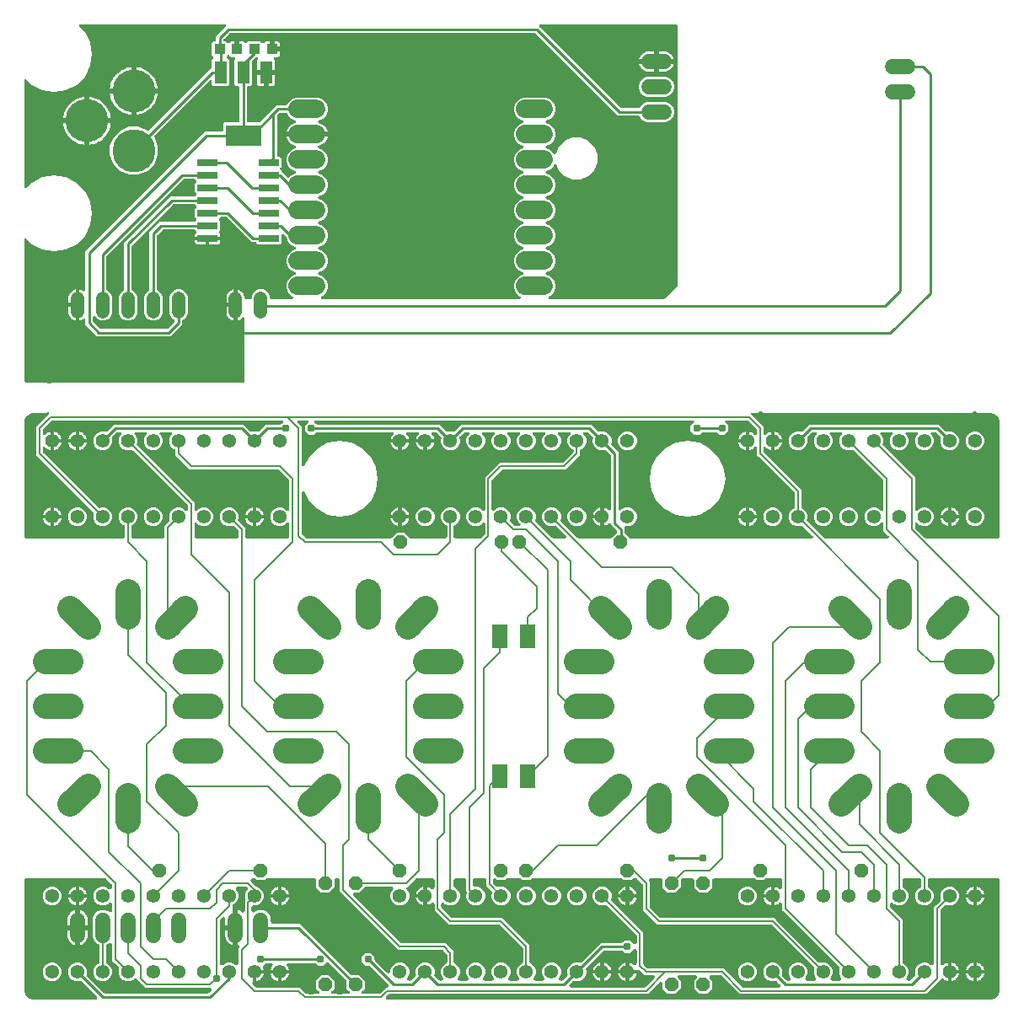
<source format=gbr>
G04 EAGLE Gerber RS-274X export*
G75*
%MOMM*%
%FSLAX34Y34*%
%LPD*%
%INTop Copper*%
%IPPOS*%
%AMOC8*
5,1,8,0,0,1.08239X$1,22.5*%
G01*
%ADD10P,1.429621X8X292.500000*%
%ADD11P,1.429621X8X22.500000*%
%ADD12P,1.429621X8X202.500000*%
%ADD13C,2.540000*%
%ADD14C,1.386000*%
%ADD15C,1.524000*%
%ADD16R,1.600000X2.400000*%
%ADD17R,1.050000X1.080000*%
%ADD18R,2.032000X0.660400*%
%ADD19C,4.318000*%
%ADD20C,1.828800*%
%ADD21C,1.508000*%
%ADD22C,1.320800*%
%ADD23R,1.270000X2.286000*%
%ADD24R,3.556000X2.159000*%
%ADD25P,0.818720X8X22.500000*%
%ADD26C,0.152400*%
%ADD27C,0.254000*%

G36*
X507784Y714140D02*
X507784Y714140D01*
X507854Y714138D01*
X507941Y714159D01*
X508030Y714171D01*
X508095Y714196D01*
X508163Y714213D01*
X508242Y714255D01*
X508326Y714288D01*
X508382Y714329D01*
X508444Y714361D01*
X508510Y714422D01*
X508583Y714474D01*
X508628Y714528D01*
X508679Y714575D01*
X508729Y714650D01*
X508786Y714719D01*
X508816Y714783D01*
X508854Y714841D01*
X508883Y714926D01*
X508922Y715007D01*
X508935Y715076D01*
X508957Y715142D01*
X508964Y715231D01*
X508981Y715320D01*
X508977Y715389D01*
X508983Y715459D01*
X508967Y715547D01*
X508962Y715637D01*
X508940Y715703D01*
X508928Y715772D01*
X508891Y715854D01*
X508864Y715939D01*
X508826Y715998D01*
X508798Y716062D01*
X508741Y716132D01*
X508693Y716208D01*
X508643Y716256D01*
X508599Y716310D01*
X508527Y716365D01*
X508462Y716426D01*
X508401Y716460D01*
X508345Y716502D01*
X508200Y716573D01*
X506917Y717104D01*
X503630Y720391D01*
X501851Y724686D01*
X501851Y729334D01*
X503630Y733629D01*
X506917Y736916D01*
X510832Y738537D01*
X510953Y738606D01*
X511076Y738671D01*
X511091Y738685D01*
X511108Y738695D01*
X511208Y738792D01*
X511311Y738885D01*
X511322Y738902D01*
X511337Y738916D01*
X511409Y739035D01*
X511486Y739151D01*
X511492Y739170D01*
X511503Y739187D01*
X511544Y739320D01*
X511589Y739452D01*
X511590Y739472D01*
X511596Y739491D01*
X511603Y739630D01*
X511614Y739769D01*
X511611Y739789D01*
X511612Y739809D01*
X511583Y739945D01*
X511560Y740082D01*
X511551Y740101D01*
X511547Y740120D01*
X511486Y740246D01*
X511429Y740372D01*
X511416Y740388D01*
X511408Y740406D01*
X511317Y740512D01*
X511230Y740620D01*
X511214Y740633D01*
X511201Y740648D01*
X511087Y740728D01*
X510976Y740812D01*
X510951Y740824D01*
X510941Y740831D01*
X510922Y740838D01*
X510832Y740883D01*
X506917Y742504D01*
X503630Y745791D01*
X501851Y750086D01*
X501851Y754734D01*
X503630Y759029D01*
X506917Y762316D01*
X510832Y763937D01*
X510953Y764006D01*
X511076Y764071D01*
X511091Y764085D01*
X511108Y764095D01*
X511208Y764192D01*
X511311Y764285D01*
X511322Y764302D01*
X511337Y764316D01*
X511409Y764435D01*
X511486Y764551D01*
X511492Y764570D01*
X511503Y764587D01*
X511544Y764720D01*
X511589Y764852D01*
X511590Y764872D01*
X511596Y764891D01*
X511603Y765030D01*
X511614Y765169D01*
X511611Y765189D01*
X511612Y765209D01*
X511583Y765345D01*
X511560Y765482D01*
X511551Y765501D01*
X511547Y765520D01*
X511486Y765646D01*
X511429Y765772D01*
X511416Y765788D01*
X511408Y765806D01*
X511317Y765912D01*
X511230Y766020D01*
X511214Y766033D01*
X511201Y766048D01*
X511087Y766128D01*
X510976Y766212D01*
X510951Y766224D01*
X510941Y766231D01*
X510922Y766238D01*
X510832Y766283D01*
X506917Y767904D01*
X503630Y771191D01*
X501851Y775486D01*
X501851Y780134D01*
X503630Y784429D01*
X506917Y787716D01*
X510832Y789337D01*
X510953Y789406D01*
X511076Y789471D01*
X511091Y789485D01*
X511108Y789495D01*
X511208Y789592D01*
X511311Y789685D01*
X511322Y789702D01*
X511337Y789716D01*
X511409Y789835D01*
X511486Y789951D01*
X511492Y789970D01*
X511503Y789987D01*
X511544Y790120D01*
X511589Y790252D01*
X511590Y790272D01*
X511596Y790291D01*
X511603Y790430D01*
X511614Y790569D01*
X511611Y790589D01*
X511612Y790609D01*
X511583Y790745D01*
X511560Y790882D01*
X511551Y790901D01*
X511547Y790920D01*
X511486Y791046D01*
X511429Y791172D01*
X511416Y791188D01*
X511408Y791206D01*
X511317Y791312D01*
X511230Y791420D01*
X511214Y791433D01*
X511201Y791448D01*
X511087Y791528D01*
X510976Y791612D01*
X510951Y791624D01*
X510941Y791631D01*
X510922Y791638D01*
X510832Y791683D01*
X506917Y793304D01*
X503630Y796591D01*
X501851Y800886D01*
X501851Y805534D01*
X503630Y809829D01*
X506917Y813116D01*
X510832Y814737D01*
X510953Y814806D01*
X511076Y814871D01*
X511091Y814885D01*
X511108Y814895D01*
X511208Y814992D01*
X511311Y815085D01*
X511322Y815102D01*
X511337Y815116D01*
X511409Y815235D01*
X511486Y815351D01*
X511492Y815370D01*
X511503Y815387D01*
X511544Y815520D01*
X511589Y815652D01*
X511590Y815672D01*
X511596Y815691D01*
X511603Y815830D01*
X511614Y815969D01*
X511611Y815989D01*
X511612Y816009D01*
X511583Y816145D01*
X511560Y816282D01*
X511551Y816301D01*
X511547Y816320D01*
X511486Y816446D01*
X511429Y816572D01*
X511416Y816588D01*
X511408Y816606D01*
X511317Y816712D01*
X511230Y816820D01*
X511214Y816833D01*
X511201Y816848D01*
X511087Y816928D01*
X510976Y817012D01*
X510951Y817024D01*
X510941Y817031D01*
X510922Y817038D01*
X510832Y817083D01*
X506917Y818704D01*
X503630Y821991D01*
X501851Y826286D01*
X501851Y830934D01*
X503630Y835229D01*
X506917Y838516D01*
X510832Y840137D01*
X510953Y840206D01*
X511076Y840271D01*
X511091Y840285D01*
X511108Y840295D01*
X511208Y840392D01*
X511311Y840485D01*
X511322Y840502D01*
X511337Y840516D01*
X511409Y840635D01*
X511486Y840751D01*
X511492Y840770D01*
X511503Y840787D01*
X511544Y840920D01*
X511589Y841052D01*
X511590Y841072D01*
X511596Y841091D01*
X511603Y841230D01*
X511614Y841369D01*
X511611Y841389D01*
X511612Y841409D01*
X511583Y841545D01*
X511560Y841682D01*
X511551Y841701D01*
X511547Y841720D01*
X511486Y841846D01*
X511429Y841972D01*
X511416Y841988D01*
X511408Y842006D01*
X511317Y842112D01*
X511230Y842220D01*
X511214Y842233D01*
X511201Y842248D01*
X511087Y842328D01*
X510976Y842412D01*
X510951Y842424D01*
X510941Y842431D01*
X510922Y842438D01*
X510832Y842483D01*
X506917Y844104D01*
X503630Y847391D01*
X501851Y851686D01*
X501851Y856334D01*
X503630Y860629D01*
X506917Y863916D01*
X510832Y865537D01*
X510953Y865606D01*
X511076Y865671D01*
X511091Y865685D01*
X511108Y865695D01*
X511208Y865792D01*
X511311Y865885D01*
X511322Y865902D01*
X511337Y865916D01*
X511409Y866035D01*
X511486Y866151D01*
X511492Y866170D01*
X511503Y866187D01*
X511544Y866320D01*
X511589Y866452D01*
X511590Y866472D01*
X511596Y866491D01*
X511603Y866630D01*
X511614Y866769D01*
X511611Y866789D01*
X511612Y866809D01*
X511583Y866945D01*
X511560Y867082D01*
X511551Y867101D01*
X511547Y867120D01*
X511486Y867246D01*
X511429Y867372D01*
X511416Y867388D01*
X511408Y867406D01*
X511317Y867512D01*
X511230Y867620D01*
X511214Y867633D01*
X511201Y867648D01*
X511087Y867728D01*
X510976Y867812D01*
X510951Y867824D01*
X510941Y867831D01*
X510922Y867838D01*
X510832Y867883D01*
X506917Y869504D01*
X503630Y872791D01*
X501851Y877086D01*
X501851Y881734D01*
X503630Y886029D01*
X506917Y889316D01*
X510832Y890937D01*
X510953Y891006D01*
X511076Y891071D01*
X511091Y891085D01*
X511108Y891095D01*
X511208Y891192D01*
X511311Y891285D01*
X511322Y891302D01*
X511337Y891316D01*
X511409Y891435D01*
X511486Y891551D01*
X511492Y891570D01*
X511503Y891587D01*
X511544Y891720D01*
X511589Y891852D01*
X511590Y891872D01*
X511596Y891891D01*
X511603Y892030D01*
X511614Y892169D01*
X511611Y892189D01*
X511612Y892209D01*
X511583Y892345D01*
X511560Y892482D01*
X511551Y892501D01*
X511547Y892520D01*
X511486Y892646D01*
X511429Y892772D01*
X511416Y892788D01*
X511408Y892806D01*
X511317Y892912D01*
X511230Y893020D01*
X511214Y893033D01*
X511201Y893048D01*
X511087Y893128D01*
X510976Y893212D01*
X510951Y893224D01*
X510941Y893231D01*
X510922Y893238D01*
X510832Y893283D01*
X506917Y894904D01*
X503630Y898191D01*
X501851Y902486D01*
X501851Y907134D01*
X503630Y911429D01*
X506917Y914716D01*
X511212Y916495D01*
X534148Y916495D01*
X538443Y914716D01*
X541730Y911429D01*
X543509Y907134D01*
X543509Y902486D01*
X541730Y898191D01*
X538443Y894904D01*
X534528Y893283D01*
X534408Y893214D01*
X534284Y893149D01*
X534270Y893135D01*
X534252Y893125D01*
X534152Y893028D01*
X534049Y892935D01*
X534038Y892918D01*
X534023Y892904D01*
X533951Y892786D01*
X533874Y892669D01*
X533868Y892650D01*
X533857Y892633D01*
X533816Y892500D01*
X533771Y892368D01*
X533770Y892348D01*
X533764Y892329D01*
X533757Y892190D01*
X533746Y892051D01*
X533749Y892031D01*
X533748Y892011D01*
X533777Y891875D01*
X533800Y891738D01*
X533809Y891720D01*
X533813Y891700D01*
X533874Y891574D01*
X533931Y891448D01*
X533944Y891432D01*
X533952Y891414D01*
X534043Y891308D01*
X534130Y891200D01*
X534146Y891187D01*
X534159Y891172D01*
X534273Y891092D01*
X534384Y891008D01*
X534409Y890996D01*
X534419Y890989D01*
X534438Y890982D01*
X534528Y890937D01*
X538443Y889316D01*
X541730Y886029D01*
X543509Y881734D01*
X543509Y877086D01*
X541730Y872791D01*
X538443Y869504D01*
X534528Y867883D01*
X534408Y867814D01*
X534284Y867749D01*
X534270Y867735D01*
X534252Y867725D01*
X534152Y867628D01*
X534049Y867535D01*
X534038Y867518D01*
X534023Y867504D01*
X533951Y867386D01*
X533874Y867269D01*
X533868Y867250D01*
X533857Y867233D01*
X533816Y867100D01*
X533771Y866968D01*
X533770Y866948D01*
X533764Y866929D01*
X533757Y866790D01*
X533746Y866651D01*
X533749Y866631D01*
X533748Y866611D01*
X533777Y866475D01*
X533800Y866338D01*
X533809Y866320D01*
X533813Y866300D01*
X533874Y866174D01*
X533931Y866048D01*
X533944Y866032D01*
X533952Y866014D01*
X534043Y865908D01*
X534130Y865800D01*
X534146Y865787D01*
X534159Y865772D01*
X534273Y865692D01*
X534384Y865608D01*
X534409Y865596D01*
X534419Y865589D01*
X534438Y865582D01*
X534528Y865537D01*
X538443Y863916D01*
X541730Y860629D01*
X541889Y860244D01*
X541958Y860123D01*
X542023Y860000D01*
X542037Y859985D01*
X542047Y859967D01*
X542144Y859868D01*
X542237Y859765D01*
X542254Y859754D01*
X542268Y859739D01*
X542387Y859666D01*
X542503Y859590D01*
X542522Y859583D01*
X542539Y859573D01*
X542672Y859532D01*
X542804Y859487D01*
X542824Y859485D01*
X542843Y859479D01*
X542982Y859473D01*
X543121Y859461D01*
X543141Y859465D01*
X543161Y859464D01*
X543297Y859492D01*
X543434Y859516D01*
X543453Y859524D01*
X543472Y859528D01*
X543597Y859589D01*
X543724Y859646D01*
X543740Y859659D01*
X543758Y859668D01*
X543864Y859758D01*
X543972Y859845D01*
X543985Y859861D01*
X544000Y859874D01*
X544080Y859988D01*
X544164Y860099D01*
X544176Y860124D01*
X544183Y860134D01*
X544190Y860153D01*
X544235Y860244D01*
X547061Y867067D01*
X553013Y873019D01*
X560791Y876241D01*
X569209Y876241D01*
X576987Y873019D01*
X582939Y867067D01*
X586161Y859289D01*
X586161Y850871D01*
X582939Y843093D01*
X576987Y837141D01*
X569209Y833919D01*
X560791Y833919D01*
X553013Y837141D01*
X547061Y843093D01*
X544678Y848846D01*
X544609Y848967D01*
X544544Y849090D01*
X544530Y849105D01*
X544520Y849123D01*
X544424Y849222D01*
X544330Y849325D01*
X544313Y849336D01*
X544299Y849351D01*
X544181Y849423D01*
X544064Y849500D01*
X544045Y849507D01*
X544028Y849517D01*
X543895Y849558D01*
X543764Y849603D01*
X543743Y849605D01*
X543724Y849611D01*
X543586Y849617D01*
X543447Y849629D01*
X543426Y849625D01*
X543406Y849626D01*
X543271Y849598D01*
X543133Y849574D01*
X543115Y849566D01*
X543095Y849562D01*
X542970Y849500D01*
X542843Y849444D01*
X542827Y849431D01*
X542809Y849422D01*
X542703Y849332D01*
X542595Y849245D01*
X542583Y849229D01*
X542567Y849216D01*
X542487Y849102D01*
X542404Y848991D01*
X542391Y848966D01*
X542384Y848956D01*
X542377Y848936D01*
X542333Y848846D01*
X541730Y847391D01*
X538443Y844104D01*
X534528Y842483D01*
X534408Y842414D01*
X534284Y842349D01*
X534270Y842335D01*
X534252Y842325D01*
X534152Y842228D01*
X534049Y842135D01*
X534038Y842118D01*
X534023Y842104D01*
X533951Y841986D01*
X533874Y841869D01*
X533868Y841850D01*
X533857Y841833D01*
X533816Y841700D01*
X533771Y841568D01*
X533770Y841548D01*
X533764Y841529D01*
X533757Y841390D01*
X533746Y841251D01*
X533749Y841231D01*
X533748Y841211D01*
X533777Y841075D01*
X533800Y840938D01*
X533809Y840920D01*
X533813Y840900D01*
X533874Y840774D01*
X533931Y840648D01*
X533944Y840632D01*
X533952Y840614D01*
X534043Y840508D01*
X534130Y840400D01*
X534146Y840387D01*
X534159Y840372D01*
X534273Y840292D01*
X534384Y840208D01*
X534409Y840196D01*
X534419Y840189D01*
X534438Y840182D01*
X534528Y840137D01*
X538443Y838516D01*
X541730Y835229D01*
X543509Y830934D01*
X543509Y826286D01*
X541730Y821991D01*
X538443Y818704D01*
X534528Y817083D01*
X534408Y817014D01*
X534284Y816949D01*
X534270Y816935D01*
X534252Y816925D01*
X534152Y816828D01*
X534049Y816735D01*
X534038Y816718D01*
X534023Y816704D01*
X533951Y816586D01*
X533874Y816469D01*
X533868Y816450D01*
X533857Y816433D01*
X533816Y816300D01*
X533771Y816168D01*
X533770Y816148D01*
X533764Y816129D01*
X533757Y815990D01*
X533746Y815851D01*
X533749Y815831D01*
X533748Y815811D01*
X533777Y815675D01*
X533800Y815538D01*
X533809Y815520D01*
X533813Y815500D01*
X533874Y815374D01*
X533931Y815248D01*
X533944Y815232D01*
X533952Y815214D01*
X534043Y815108D01*
X534130Y815000D01*
X534146Y814987D01*
X534159Y814972D01*
X534273Y814892D01*
X534384Y814808D01*
X534409Y814796D01*
X534419Y814789D01*
X534438Y814782D01*
X534528Y814737D01*
X538443Y813116D01*
X541730Y809829D01*
X543509Y805534D01*
X543509Y800886D01*
X541730Y796591D01*
X538443Y793304D01*
X534528Y791683D01*
X534408Y791614D01*
X534284Y791549D01*
X534270Y791535D01*
X534252Y791525D01*
X534152Y791428D01*
X534049Y791335D01*
X534038Y791318D01*
X534023Y791304D01*
X533951Y791186D01*
X533874Y791069D01*
X533868Y791050D01*
X533857Y791033D01*
X533816Y790900D01*
X533771Y790768D01*
X533770Y790748D01*
X533764Y790729D01*
X533757Y790590D01*
X533746Y790451D01*
X533749Y790431D01*
X533748Y790411D01*
X533777Y790275D01*
X533800Y790138D01*
X533809Y790120D01*
X533813Y790100D01*
X533874Y789974D01*
X533931Y789848D01*
X533944Y789832D01*
X533952Y789814D01*
X534043Y789708D01*
X534130Y789600D01*
X534146Y789587D01*
X534159Y789572D01*
X534273Y789492D01*
X534384Y789408D01*
X534409Y789396D01*
X534419Y789389D01*
X534438Y789382D01*
X534528Y789337D01*
X538443Y787716D01*
X541730Y784429D01*
X543509Y780134D01*
X543509Y775486D01*
X541730Y771191D01*
X538443Y767904D01*
X534528Y766283D01*
X534408Y766214D01*
X534284Y766149D01*
X534270Y766135D01*
X534252Y766125D01*
X534152Y766028D01*
X534049Y765935D01*
X534038Y765918D01*
X534023Y765904D01*
X533951Y765786D01*
X533874Y765669D01*
X533868Y765650D01*
X533857Y765633D01*
X533816Y765500D01*
X533771Y765368D01*
X533770Y765348D01*
X533764Y765329D01*
X533757Y765190D01*
X533746Y765051D01*
X533749Y765031D01*
X533748Y765011D01*
X533777Y764875D01*
X533800Y764738D01*
X533809Y764720D01*
X533813Y764700D01*
X533874Y764574D01*
X533931Y764448D01*
X533944Y764432D01*
X533952Y764414D01*
X534043Y764308D01*
X534130Y764200D01*
X534146Y764187D01*
X534159Y764172D01*
X534273Y764092D01*
X534384Y764008D01*
X534409Y763996D01*
X534419Y763989D01*
X534438Y763982D01*
X534528Y763937D01*
X538443Y762316D01*
X541730Y759029D01*
X543509Y754734D01*
X543509Y750086D01*
X541730Y745791D01*
X538443Y742504D01*
X534528Y740883D01*
X534408Y740814D01*
X534284Y740749D01*
X534270Y740735D01*
X534252Y740725D01*
X534152Y740628D01*
X534049Y740535D01*
X534038Y740518D01*
X534023Y740504D01*
X533951Y740386D01*
X533874Y740269D01*
X533868Y740250D01*
X533857Y740233D01*
X533816Y740100D01*
X533771Y739968D01*
X533770Y739948D01*
X533764Y739929D01*
X533757Y739790D01*
X533746Y739651D01*
X533749Y739631D01*
X533748Y739611D01*
X533777Y739475D01*
X533800Y739338D01*
X533809Y739320D01*
X533813Y739300D01*
X533874Y739174D01*
X533931Y739048D01*
X533944Y739032D01*
X533952Y739014D01*
X534043Y738908D01*
X534130Y738800D01*
X534146Y738787D01*
X534159Y738772D01*
X534273Y738692D01*
X534384Y738608D01*
X534409Y738596D01*
X534419Y738589D01*
X534438Y738582D01*
X534528Y738537D01*
X538443Y736916D01*
X541730Y733629D01*
X543509Y729334D01*
X543509Y724686D01*
X541730Y720391D01*
X538443Y717104D01*
X537160Y716573D01*
X537099Y716538D01*
X537034Y716512D01*
X536962Y716460D01*
X536883Y716415D01*
X536833Y716367D01*
X536777Y716326D01*
X536719Y716256D01*
X536655Y716194D01*
X536619Y716134D01*
X536574Y716081D01*
X536536Y715999D01*
X536489Y715923D01*
X536468Y715856D01*
X536438Y715793D01*
X536422Y715705D01*
X536395Y715619D01*
X536392Y715549D01*
X536379Y715481D01*
X536384Y715391D01*
X536380Y715301D01*
X536394Y715233D01*
X536398Y715163D01*
X536426Y715078D01*
X536444Y714990D01*
X536475Y714927D01*
X536496Y714861D01*
X536545Y714785D01*
X536584Y714704D01*
X536629Y714651D01*
X536667Y714592D01*
X536732Y714530D01*
X536790Y714462D01*
X536847Y714422D01*
X536898Y714374D01*
X536977Y714331D01*
X537050Y714279D01*
X537116Y714254D01*
X537177Y714220D01*
X537264Y714198D01*
X537348Y714166D01*
X537417Y714158D01*
X537485Y714141D01*
X537645Y714131D01*
X652700Y714131D01*
X652798Y714143D01*
X652897Y714146D01*
X652955Y714163D01*
X653016Y714171D01*
X653108Y714207D01*
X653203Y714235D01*
X653255Y714265D01*
X653311Y714288D01*
X653391Y714346D01*
X653477Y714396D01*
X653552Y714462D01*
X653569Y714474D01*
X653576Y714484D01*
X653598Y714503D01*
X665898Y726803D01*
X665958Y726881D01*
X666026Y726953D01*
X666055Y727006D01*
X666092Y727054D01*
X666132Y727145D01*
X666180Y727231D01*
X666195Y727290D01*
X666219Y727346D01*
X666234Y727444D01*
X666259Y727539D01*
X666265Y727639D01*
X666269Y727660D01*
X666267Y727672D01*
X666269Y727700D01*
X666269Y988570D01*
X666254Y988688D01*
X666247Y988807D01*
X666234Y988845D01*
X666229Y988886D01*
X666186Y988996D01*
X666149Y989109D01*
X666127Y989144D01*
X666112Y989181D01*
X666043Y989277D01*
X665979Y989378D01*
X665949Y989406D01*
X665926Y989439D01*
X665834Y989515D01*
X665747Y989596D01*
X665712Y989616D01*
X665681Y989641D01*
X665573Y989692D01*
X665469Y989750D01*
X665429Y989760D01*
X665393Y989777D01*
X665276Y989799D01*
X665161Y989829D01*
X665101Y989833D01*
X665081Y989837D01*
X665060Y989835D01*
X665000Y989839D01*
X528614Y989839D01*
X528477Y989822D01*
X528338Y989809D01*
X528319Y989802D01*
X528299Y989799D01*
X528170Y989748D01*
X528039Y989701D01*
X528022Y989690D01*
X528003Y989682D01*
X527891Y989601D01*
X527775Y989523D01*
X527762Y989507D01*
X527746Y989496D01*
X527657Y989388D01*
X527565Y989284D01*
X527556Y989266D01*
X527543Y989251D01*
X527484Y989125D01*
X527420Y989001D01*
X527416Y988981D01*
X527407Y988963D01*
X527381Y988827D01*
X527351Y988691D01*
X527351Y988670D01*
X527347Y988651D01*
X527356Y988512D01*
X527360Y988373D01*
X527366Y988353D01*
X527367Y988333D01*
X527410Y988201D01*
X527449Y988067D01*
X527459Y988050D01*
X527465Y988031D01*
X527540Y987913D01*
X527610Y987793D01*
X527629Y987772D01*
X527635Y987762D01*
X527650Y987748D01*
X527717Y987673D01*
X609427Y905962D01*
X609505Y905902D01*
X609577Y905834D01*
X609630Y905805D01*
X609678Y905768D01*
X609769Y905728D01*
X609856Y905680D01*
X609914Y905665D01*
X609970Y905641D01*
X610068Y905626D01*
X610163Y905601D01*
X610264Y905595D01*
X610284Y905591D01*
X610296Y905593D01*
X610324Y905591D01*
X627279Y905591D01*
X627308Y905594D01*
X627338Y905592D01*
X627466Y905614D01*
X627595Y905631D01*
X627622Y905641D01*
X627651Y905646D01*
X627770Y905700D01*
X627890Y905748D01*
X627914Y905765D01*
X627941Y905777D01*
X628043Y905858D01*
X628148Y905934D01*
X628166Y905957D01*
X628190Y905976D01*
X628268Y906079D01*
X628350Y906179D01*
X628363Y906206D01*
X628381Y906230D01*
X628452Y906374D01*
X628914Y907490D01*
X631750Y910326D01*
X635455Y911861D01*
X654545Y911861D01*
X658250Y910326D01*
X661086Y907490D01*
X662621Y903785D01*
X662621Y899775D01*
X661086Y896070D01*
X658250Y893234D01*
X654545Y891699D01*
X635455Y891699D01*
X631750Y893234D01*
X628914Y896070D01*
X628452Y897186D01*
X628437Y897211D01*
X628428Y897239D01*
X628359Y897349D01*
X628294Y897462D01*
X628274Y897483D01*
X628258Y897508D01*
X628163Y897597D01*
X628073Y897690D01*
X628048Y897706D01*
X628026Y897726D01*
X627912Y897789D01*
X627802Y897857D01*
X627774Y897865D01*
X627748Y897880D01*
X627622Y897912D01*
X627498Y897950D01*
X627468Y897952D01*
X627440Y897959D01*
X627279Y897969D01*
X606642Y897969D01*
X604038Y900573D01*
X523793Y980818D01*
X523715Y980878D01*
X523643Y980946D01*
X523590Y980975D01*
X523542Y981012D01*
X523451Y981052D01*
X523364Y981100D01*
X523306Y981115D01*
X523250Y981139D01*
X523152Y981154D01*
X523056Y981179D01*
X522956Y981185D01*
X522936Y981189D01*
X522924Y981187D01*
X522896Y981189D01*
X217104Y981189D01*
X217006Y981177D01*
X216907Y981174D01*
X216849Y981157D01*
X216789Y981149D01*
X216697Y981113D01*
X216601Y981085D01*
X216549Y981055D01*
X216493Y981032D01*
X216413Y980974D01*
X216328Y980924D01*
X216252Y980858D01*
X216236Y980846D01*
X216228Y980836D01*
X216207Y980818D01*
X210497Y975107D01*
X210411Y974998D01*
X210323Y974891D01*
X210314Y974872D01*
X210302Y974856D01*
X210246Y974728D01*
X210187Y974603D01*
X210183Y974583D01*
X210175Y974564D01*
X210153Y974426D01*
X210127Y974290D01*
X210129Y974270D01*
X210126Y974250D01*
X210139Y974111D01*
X210147Y973973D01*
X210153Y973954D01*
X210155Y973934D01*
X210203Y973802D01*
X210245Y973671D01*
X210256Y973653D01*
X210263Y973634D01*
X210341Y973519D01*
X210415Y973402D01*
X210430Y973388D01*
X210442Y973371D01*
X210546Y973279D01*
X210647Y973184D01*
X210665Y973174D01*
X210680Y973161D01*
X210804Y973097D01*
X210926Y973030D01*
X210945Y973025D01*
X210963Y973016D01*
X211099Y972986D01*
X211233Y972951D01*
X211262Y972949D01*
X211273Y972946D01*
X211294Y972947D01*
X211394Y972941D01*
X212552Y972941D01*
X214223Y971270D01*
X214323Y971193D01*
X214418Y971110D01*
X214448Y971095D01*
X214475Y971075D01*
X214590Y971025D01*
X214703Y970969D01*
X214736Y970962D01*
X214767Y970948D01*
X214891Y970929D01*
X215014Y970902D01*
X215047Y970904D01*
X215081Y970899D01*
X215206Y970910D01*
X215331Y970916D01*
X215364Y970925D01*
X215397Y970928D01*
X215516Y970971D01*
X215636Y971007D01*
X215665Y971025D01*
X215697Y971036D01*
X215800Y971107D01*
X215908Y971172D01*
X215932Y971196D01*
X215960Y971215D01*
X216043Y971309D01*
X216131Y971399D01*
X216158Y971439D01*
X216170Y971453D01*
X216180Y971472D01*
X216220Y971533D01*
X216467Y971960D01*
X216940Y972433D01*
X217519Y972768D01*
X218166Y972941D01*
X221211Y972941D01*
X221211Y966270D01*
X221226Y966152D01*
X221233Y966033D01*
X221246Y965995D01*
X221251Y965955D01*
X221294Y965844D01*
X221331Y965731D01*
X221353Y965696D01*
X221368Y965659D01*
X221438Y965563D01*
X221501Y965462D01*
X221531Y965434D01*
X221555Y965402D01*
X221646Y965326D01*
X221733Y965244D01*
X221768Y965225D01*
X221799Y965199D01*
X221907Y965148D01*
X222011Y965091D01*
X222051Y965080D01*
X222087Y965063D01*
X222204Y965041D01*
X222319Y965011D01*
X222380Y965007D01*
X222400Y965003D01*
X222420Y965005D01*
X222480Y965001D01*
X225020Y965001D01*
X225138Y965016D01*
X225257Y965023D01*
X225295Y965036D01*
X225335Y965041D01*
X225446Y965085D01*
X225559Y965121D01*
X225594Y965143D01*
X225631Y965158D01*
X225727Y965228D01*
X225828Y965291D01*
X225856Y965321D01*
X225888Y965345D01*
X225964Y965436D01*
X226046Y965523D01*
X226065Y965558D01*
X226091Y965590D01*
X226142Y965697D01*
X226199Y965801D01*
X226210Y965841D01*
X226227Y965877D01*
X226249Y965994D01*
X226279Y966109D01*
X226283Y966170D01*
X226287Y966190D01*
X226285Y966210D01*
X226289Y966270D01*
X226289Y972941D01*
X229334Y972941D01*
X229981Y972768D01*
X230560Y972433D01*
X231033Y971960D01*
X231280Y971533D01*
X231356Y971432D01*
X231426Y971328D01*
X231452Y971306D01*
X231472Y971279D01*
X231571Y971201D01*
X231665Y971118D01*
X231695Y971103D01*
X231721Y971082D01*
X231836Y971030D01*
X231948Y970973D01*
X231981Y970966D01*
X232012Y970952D01*
X232136Y970931D01*
X232258Y970904D01*
X232292Y970905D01*
X232325Y970899D01*
X232451Y970910D01*
X232576Y970913D01*
X232609Y970923D01*
X232642Y970926D01*
X232761Y970967D01*
X232882Y971002D01*
X232911Y971019D01*
X232943Y971030D01*
X233048Y971100D01*
X233156Y971163D01*
X233192Y971196D01*
X233208Y971206D01*
X233222Y971222D01*
X233277Y971270D01*
X234948Y972941D01*
X247552Y972941D01*
X249223Y971270D01*
X249323Y971193D01*
X249418Y971110D01*
X249448Y971095D01*
X249475Y971075D01*
X249590Y971025D01*
X249703Y970969D01*
X249736Y970962D01*
X249767Y970948D01*
X249891Y970929D01*
X250014Y970902D01*
X250047Y970904D01*
X250081Y970899D01*
X250206Y970910D01*
X250331Y970916D01*
X250364Y970925D01*
X250397Y970928D01*
X250516Y970971D01*
X250636Y971007D01*
X250665Y971025D01*
X250697Y971036D01*
X250800Y971107D01*
X250908Y971172D01*
X250932Y971196D01*
X250960Y971215D01*
X251043Y971309D01*
X251131Y971399D01*
X251158Y971439D01*
X251170Y971453D01*
X251180Y971472D01*
X251220Y971533D01*
X251467Y971960D01*
X251940Y972433D01*
X252519Y972768D01*
X253166Y972941D01*
X256211Y972941D01*
X256211Y966270D01*
X256226Y966152D01*
X256233Y966033D01*
X256246Y965995D01*
X256251Y965955D01*
X256294Y965844D01*
X256331Y965731D01*
X256353Y965696D01*
X256368Y965659D01*
X256438Y965563D01*
X256501Y965462D01*
X256531Y965434D01*
X256555Y965402D01*
X256646Y965326D01*
X256733Y965244D01*
X256768Y965225D01*
X256799Y965199D01*
X256907Y965148D01*
X257011Y965091D01*
X257051Y965080D01*
X257087Y965063D01*
X257204Y965041D01*
X257319Y965011D01*
X257380Y965007D01*
X257400Y965003D01*
X257420Y965005D01*
X257480Y965001D01*
X258751Y965001D01*
X258751Y963730D01*
X258766Y963612D01*
X258773Y963493D01*
X258786Y963455D01*
X258791Y963415D01*
X258835Y963304D01*
X258871Y963191D01*
X258893Y963156D01*
X258908Y963119D01*
X258978Y963023D01*
X259041Y962922D01*
X259071Y962894D01*
X259095Y962861D01*
X259186Y962786D01*
X259273Y962704D01*
X259308Y962684D01*
X259340Y962659D01*
X259447Y962608D01*
X259551Y962550D01*
X259591Y962540D01*
X259627Y962523D01*
X259744Y962501D01*
X259859Y962471D01*
X259920Y962467D01*
X259940Y962463D01*
X259960Y962465D01*
X260020Y962461D01*
X266541Y962461D01*
X266541Y959266D01*
X266368Y958619D01*
X266033Y958040D01*
X265560Y957567D01*
X264981Y957232D01*
X264334Y957059D01*
X261988Y957059D01*
X261850Y957042D01*
X261712Y957029D01*
X261693Y957022D01*
X261673Y957019D01*
X261543Y956968D01*
X261412Y956921D01*
X261396Y956910D01*
X261377Y956902D01*
X261264Y956821D01*
X261149Y956743D01*
X261136Y956727D01*
X261120Y956716D01*
X261031Y956608D01*
X260939Y956504D01*
X260930Y956486D01*
X260917Y956471D01*
X260858Y956345D01*
X260794Y956221D01*
X260790Y956201D01*
X260781Y956183D01*
X260755Y956046D01*
X260725Y955911D01*
X260725Y955890D01*
X260721Y955871D01*
X260730Y955732D01*
X260734Y955593D01*
X260740Y955573D01*
X260741Y955553D01*
X260784Y955421D01*
X260823Y955287D01*
X260833Y955270D01*
X260839Y955251D01*
X260914Y955133D01*
X260984Y955013D01*
X261003Y954992D01*
X261009Y954982D01*
X261024Y954968D01*
X261091Y954892D01*
X261243Y954740D01*
X261578Y954161D01*
X261751Y953514D01*
X261751Y944289D01*
X254130Y944289D01*
X254012Y944274D01*
X253893Y944267D01*
X253855Y944254D01*
X253815Y944249D01*
X253704Y944205D01*
X253591Y944169D01*
X253556Y944147D01*
X253519Y944132D01*
X253423Y944062D01*
X253322Y943999D01*
X253294Y943969D01*
X253262Y943945D01*
X253186Y943854D01*
X253104Y943767D01*
X253085Y943732D01*
X253059Y943700D01*
X253008Y943593D01*
X252951Y943489D01*
X252940Y943449D01*
X252923Y943413D01*
X252901Y943296D01*
X252871Y943181D01*
X252867Y943120D01*
X252863Y943100D01*
X252865Y943080D01*
X252861Y943020D01*
X252861Y941749D01*
X252859Y941749D01*
X252859Y943020D01*
X252844Y943138D01*
X252837Y943257D01*
X252824Y943295D01*
X252819Y943335D01*
X252775Y943446D01*
X252739Y943559D01*
X252717Y943594D01*
X252702Y943631D01*
X252632Y943727D01*
X252569Y943828D01*
X252539Y943856D01*
X252515Y943888D01*
X252424Y943964D01*
X252337Y944046D01*
X252302Y944065D01*
X252270Y944091D01*
X252163Y944142D01*
X252059Y944199D01*
X252019Y944210D01*
X251983Y944227D01*
X251866Y944249D01*
X251751Y944279D01*
X251690Y944283D01*
X251670Y944287D01*
X251650Y944285D01*
X251590Y944289D01*
X243969Y944289D01*
X243969Y953514D01*
X244142Y954161D01*
X244477Y954740D01*
X244629Y954892D01*
X244715Y955002D01*
X244803Y955109D01*
X244812Y955128D01*
X244824Y955144D01*
X244880Y955272D01*
X244939Y955397D01*
X244943Y955417D01*
X244951Y955436D01*
X244972Y955573D01*
X244999Y955710D01*
X244997Y955730D01*
X245001Y955750D01*
X244988Y955888D01*
X244979Y956027D01*
X244973Y956046D01*
X244971Y956066D01*
X244924Y956197D01*
X244881Y956329D01*
X244870Y956347D01*
X244863Y956366D01*
X244785Y956481D01*
X244711Y956598D01*
X244696Y956612D01*
X244685Y956629D01*
X244581Y956721D01*
X244479Y956816D01*
X244461Y956826D01*
X244446Y956839D01*
X244323Y956902D01*
X244201Y956970D01*
X244181Y956975D01*
X244163Y956984D01*
X244027Y957014D01*
X243893Y957049D01*
X243865Y957051D01*
X243853Y957054D01*
X243832Y957053D01*
X243732Y957059D01*
X242974Y957059D01*
X242876Y957047D01*
X242777Y957044D01*
X242719Y957027D01*
X242659Y957019D01*
X242567Y956983D01*
X242471Y956955D01*
X242419Y956925D01*
X242363Y956902D01*
X242283Y956844D01*
X242198Y956794D01*
X242122Y956728D01*
X242106Y956716D01*
X242098Y956706D01*
X242077Y956688D01*
X239262Y953873D01*
X239202Y953795D01*
X239134Y953723D01*
X239105Y953670D01*
X239068Y953622D01*
X239028Y953531D01*
X238980Y953444D01*
X238965Y953386D01*
X238941Y953330D01*
X238926Y953232D01*
X238901Y953136D01*
X238895Y953036D01*
X238891Y953016D01*
X238893Y953004D01*
X238891Y952976D01*
X238891Y929268D01*
X237402Y927779D01*
X235080Y927779D01*
X234962Y927764D01*
X234843Y927757D01*
X234805Y927744D01*
X234764Y927739D01*
X234654Y927696D01*
X234541Y927659D01*
X234506Y927637D01*
X234469Y927622D01*
X234373Y927553D01*
X234272Y927489D01*
X234244Y927459D01*
X234211Y927436D01*
X234135Y927344D01*
X234054Y927257D01*
X234034Y927222D01*
X234009Y927191D01*
X233958Y927083D01*
X233900Y926979D01*
X233890Y926939D01*
X233873Y926903D01*
X233851Y926786D01*
X233821Y926671D01*
X233817Y926611D01*
X233813Y926591D01*
X233815Y926570D01*
X233811Y926510D01*
X233811Y892855D01*
X233826Y892737D01*
X233833Y892618D01*
X233846Y892580D01*
X233851Y892539D01*
X233894Y892429D01*
X233931Y892316D01*
X233953Y892281D01*
X233968Y892244D01*
X234037Y892148D01*
X234101Y892047D01*
X234131Y892019D01*
X234154Y891986D01*
X234246Y891910D01*
X234333Y891829D01*
X234368Y891809D01*
X234399Y891784D01*
X234507Y891733D01*
X234611Y891675D01*
X234651Y891665D01*
X234687Y891648D01*
X234804Y891626D01*
X234919Y891596D01*
X234979Y891592D01*
X234999Y891588D01*
X235020Y891590D01*
X235080Y891586D01*
X245671Y891586D01*
X245769Y891598D01*
X245868Y891601D01*
X245926Y891618D01*
X245986Y891626D01*
X246078Y891662D01*
X246174Y891690D01*
X246226Y891720D01*
X246282Y891743D01*
X246362Y891801D01*
X246447Y891851D01*
X246523Y891917D01*
X246539Y891929D01*
X246547Y891939D01*
X246568Y891957D01*
X263232Y908621D01*
X273019Y908621D01*
X273048Y908624D01*
X273078Y908622D01*
X273206Y908644D01*
X273334Y908661D01*
X273362Y908671D01*
X273391Y908676D01*
X273509Y908730D01*
X273630Y908778D01*
X273654Y908795D01*
X273681Y908807D01*
X273782Y908888D01*
X273887Y908964D01*
X273906Y908987D01*
X273929Y909006D01*
X274007Y909109D01*
X274090Y909209D01*
X274103Y909236D01*
X274121Y909260D01*
X274192Y909404D01*
X275030Y911429D01*
X278317Y914716D01*
X282612Y916495D01*
X305548Y916495D01*
X309843Y914716D01*
X313130Y911429D01*
X314909Y907134D01*
X314909Y902486D01*
X313130Y898191D01*
X309843Y894904D01*
X305771Y893218D01*
X305766Y893215D01*
X305760Y893213D01*
X305739Y893201D01*
X305717Y893194D01*
X305611Y893126D01*
X305495Y893060D01*
X305490Y893056D01*
X305485Y893052D01*
X305468Y893035D01*
X305449Y893023D01*
X305364Y892933D01*
X305267Y892839D01*
X305263Y892833D01*
X305259Y892829D01*
X305246Y892808D01*
X305231Y892792D01*
X305171Y892684D01*
X305100Y892568D01*
X305099Y892562D01*
X305095Y892556D01*
X305088Y892532D01*
X305078Y892513D01*
X305047Y892394D01*
X305007Y892264D01*
X305007Y892257D01*
X305005Y892251D01*
X305004Y892226D01*
X304998Y892205D01*
X304998Y892082D01*
X304992Y891946D01*
X304993Y891940D01*
X304993Y891933D01*
X304998Y891909D01*
X304998Y891887D01*
X305029Y891768D01*
X305056Y891635D01*
X305059Y891629D01*
X305060Y891623D01*
X305071Y891600D01*
X305077Y891579D01*
X305136Y891471D01*
X305196Y891349D01*
X305200Y891344D01*
X305203Y891338D01*
X305219Y891320D01*
X305230Y891300D01*
X305315Y891209D01*
X305402Y891107D01*
X305407Y891103D01*
X305412Y891098D01*
X305432Y891085D01*
X305447Y891068D01*
X305554Y891000D01*
X305662Y890924D01*
X305668Y890922D01*
X305673Y890918D01*
X305696Y890910D01*
X305716Y890897D01*
X305865Y890838D01*
X307709Y890239D01*
X309348Y889404D01*
X310836Y888323D01*
X312137Y887022D01*
X313218Y885534D01*
X314053Y883895D01*
X314621Y882146D01*
X314652Y881949D01*
X295350Y881949D01*
X295232Y881934D01*
X295113Y881927D01*
X295075Y881914D01*
X295035Y881909D01*
X294924Y881866D01*
X294811Y881829D01*
X294777Y881807D01*
X294739Y881792D01*
X294643Y881722D01*
X294542Y881659D01*
X294514Y881629D01*
X294482Y881605D01*
X294406Y881514D01*
X294324Y881427D01*
X294305Y881392D01*
X294279Y881361D01*
X294228Y881253D01*
X294171Y881149D01*
X294160Y881109D01*
X294143Y881073D01*
X294121Y880956D01*
X294091Y880841D01*
X294087Y880780D01*
X294083Y880760D01*
X294085Y880740D01*
X294081Y880680D01*
X294081Y878140D01*
X294096Y878022D01*
X294103Y877903D01*
X294116Y877865D01*
X294121Y877824D01*
X294165Y877714D01*
X294201Y877601D01*
X294223Y877566D01*
X294238Y877529D01*
X294308Y877433D01*
X294371Y877332D01*
X294401Y877304D01*
X294425Y877271D01*
X294516Y877196D01*
X294603Y877114D01*
X294638Y877094D01*
X294670Y877069D01*
X294777Y877018D01*
X294882Y876960D01*
X294921Y876950D01*
X294957Y876933D01*
X295074Y876911D01*
X295189Y876881D01*
X295250Y876877D01*
X295270Y876873D01*
X295290Y876875D01*
X295350Y876871D01*
X314652Y876871D01*
X314621Y876674D01*
X314053Y874925D01*
X313218Y873286D01*
X312137Y871798D01*
X310836Y870497D01*
X309348Y869416D01*
X307709Y868581D01*
X305865Y867982D01*
X305844Y867972D01*
X305821Y867967D01*
X305815Y867964D01*
X305809Y867962D01*
X305692Y867901D01*
X305577Y867847D01*
X305560Y867832D01*
X305538Y867821D01*
X305533Y867817D01*
X305528Y867814D01*
X305429Y867724D01*
X305332Y867644D01*
X305319Y867626D01*
X305301Y867609D01*
X305297Y867604D01*
X305292Y867600D01*
X305218Y867487D01*
X305145Y867387D01*
X305137Y867366D01*
X305123Y867346D01*
X305121Y867339D01*
X305118Y867334D01*
X305074Y867206D01*
X305028Y867091D01*
X305025Y867069D01*
X305017Y867046D01*
X305017Y867039D01*
X305014Y867033D01*
X305004Y866898D01*
X304988Y866776D01*
X304991Y866754D01*
X304989Y866729D01*
X304990Y866723D01*
X304989Y866716D01*
X305013Y866582D01*
X305028Y866460D01*
X305036Y866440D01*
X305040Y866415D01*
X305043Y866409D01*
X305044Y866403D01*
X305100Y866279D01*
X305145Y866164D01*
X305158Y866147D01*
X305168Y866124D01*
X305172Y866119D01*
X305174Y866113D01*
X305259Y866007D01*
X305331Y865907D01*
X305349Y865893D01*
X305364Y865873D01*
X305369Y865870D01*
X305373Y865865D01*
X305480Y865784D01*
X305576Y865704D01*
X305597Y865694D01*
X305616Y865680D01*
X305622Y865677D01*
X305627Y865673D01*
X305771Y865602D01*
X309843Y863916D01*
X313130Y860629D01*
X314909Y856334D01*
X314909Y851686D01*
X313130Y847391D01*
X309843Y844104D01*
X305928Y842483D01*
X305808Y842414D01*
X305685Y842349D01*
X305670Y842335D01*
X305652Y842325D01*
X305552Y842228D01*
X305449Y842135D01*
X305438Y842118D01*
X305424Y842104D01*
X305351Y841986D01*
X305274Y841869D01*
X305268Y841850D01*
X305257Y841833D01*
X305216Y841700D01*
X305171Y841568D01*
X305170Y841548D01*
X305164Y841529D01*
X305157Y841390D01*
X305146Y841251D01*
X305149Y841231D01*
X305149Y841211D01*
X305177Y841075D01*
X305200Y840938D01*
X305209Y840920D01*
X305213Y840900D01*
X305274Y840774D01*
X305331Y840648D01*
X305344Y840632D01*
X305353Y840614D01*
X305443Y840508D01*
X305530Y840400D01*
X305546Y840387D01*
X305559Y840372D01*
X305673Y840292D01*
X305784Y840208D01*
X305809Y840196D01*
X305819Y840189D01*
X305838Y840182D01*
X305928Y840137D01*
X309843Y838516D01*
X313130Y835229D01*
X314909Y830934D01*
X314909Y826286D01*
X313130Y821991D01*
X309843Y818704D01*
X305928Y817083D01*
X305808Y817014D01*
X305685Y816949D01*
X305670Y816935D01*
X305652Y816925D01*
X305552Y816828D01*
X305449Y816735D01*
X305438Y816718D01*
X305424Y816704D01*
X305351Y816586D01*
X305274Y816469D01*
X305268Y816450D01*
X305257Y816433D01*
X305216Y816300D01*
X305171Y816168D01*
X305170Y816148D01*
X305164Y816129D01*
X305157Y815990D01*
X305146Y815851D01*
X305149Y815831D01*
X305149Y815811D01*
X305177Y815675D01*
X305200Y815538D01*
X305209Y815520D01*
X305213Y815500D01*
X305274Y815374D01*
X305331Y815248D01*
X305344Y815232D01*
X305353Y815214D01*
X305443Y815108D01*
X305530Y815000D01*
X305546Y814987D01*
X305559Y814972D01*
X305673Y814892D01*
X305784Y814808D01*
X305809Y814796D01*
X305819Y814789D01*
X305838Y814782D01*
X305928Y814737D01*
X309843Y813116D01*
X313130Y809829D01*
X314909Y805534D01*
X314909Y800886D01*
X313130Y796591D01*
X309843Y793304D01*
X305928Y791683D01*
X305808Y791614D01*
X305685Y791549D01*
X305670Y791535D01*
X305652Y791525D01*
X305552Y791428D01*
X305449Y791335D01*
X305438Y791318D01*
X305424Y791304D01*
X305351Y791186D01*
X305274Y791069D01*
X305268Y791050D01*
X305257Y791033D01*
X305216Y790900D01*
X305171Y790768D01*
X305170Y790748D01*
X305164Y790729D01*
X305157Y790590D01*
X305146Y790451D01*
X305149Y790431D01*
X305149Y790411D01*
X305177Y790275D01*
X305200Y790138D01*
X305209Y790120D01*
X305213Y790100D01*
X305274Y789974D01*
X305331Y789848D01*
X305344Y789832D01*
X305353Y789814D01*
X305443Y789708D01*
X305530Y789600D01*
X305546Y789587D01*
X305559Y789572D01*
X305673Y789492D01*
X305784Y789408D01*
X305809Y789396D01*
X305819Y789389D01*
X305838Y789382D01*
X305928Y789337D01*
X309843Y787716D01*
X313130Y784429D01*
X314909Y780134D01*
X314909Y775486D01*
X313130Y771191D01*
X309843Y767904D01*
X305928Y766283D01*
X305807Y766214D01*
X305684Y766149D01*
X305669Y766135D01*
X305652Y766125D01*
X305552Y766028D01*
X305449Y765935D01*
X305438Y765918D01*
X305423Y765904D01*
X305351Y765785D01*
X305274Y765669D01*
X305268Y765650D01*
X305257Y765633D01*
X305216Y765500D01*
X305171Y765368D01*
X305170Y765348D01*
X305164Y765329D01*
X305157Y765190D01*
X305146Y765051D01*
X305149Y765031D01*
X305148Y765011D01*
X305177Y764875D01*
X305200Y764738D01*
X305209Y764719D01*
X305213Y764700D01*
X305274Y764574D01*
X305331Y764448D01*
X305344Y764432D01*
X305352Y764414D01*
X305443Y764308D01*
X305530Y764200D01*
X305546Y764187D01*
X305559Y764172D01*
X305673Y764092D01*
X305784Y764008D01*
X305809Y763996D01*
X305819Y763989D01*
X305838Y763982D01*
X305928Y763937D01*
X309843Y762316D01*
X313130Y759029D01*
X314909Y754734D01*
X314909Y750086D01*
X313130Y745791D01*
X309843Y742504D01*
X305928Y740883D01*
X305808Y740814D01*
X305684Y740749D01*
X305670Y740735D01*
X305652Y740725D01*
X305552Y740628D01*
X305449Y740535D01*
X305438Y740518D01*
X305423Y740504D01*
X305351Y740386D01*
X305274Y740269D01*
X305268Y740250D01*
X305257Y740233D01*
X305216Y740100D01*
X305171Y739968D01*
X305170Y739948D01*
X305164Y739929D01*
X305157Y739790D01*
X305146Y739651D01*
X305149Y739631D01*
X305148Y739611D01*
X305177Y739475D01*
X305200Y739338D01*
X305209Y739320D01*
X305213Y739300D01*
X305274Y739174D01*
X305331Y739048D01*
X305344Y739032D01*
X305352Y739014D01*
X305443Y738908D01*
X305530Y738800D01*
X305546Y738787D01*
X305559Y738772D01*
X305673Y738692D01*
X305784Y738608D01*
X305809Y738596D01*
X305819Y738589D01*
X305838Y738582D01*
X305928Y738537D01*
X309843Y736916D01*
X313130Y733629D01*
X314909Y729334D01*
X314909Y724686D01*
X313130Y720391D01*
X309843Y717104D01*
X308560Y716573D01*
X308499Y716538D01*
X308434Y716512D01*
X308362Y716460D01*
X308283Y716415D01*
X308233Y716367D01*
X308177Y716326D01*
X308119Y716256D01*
X308055Y716194D01*
X308019Y716134D01*
X307974Y716081D01*
X307936Y715999D01*
X307889Y715923D01*
X307868Y715856D01*
X307838Y715793D01*
X307822Y715705D01*
X307795Y715619D01*
X307792Y715549D01*
X307779Y715481D01*
X307784Y715391D01*
X307780Y715301D01*
X307794Y715233D01*
X307798Y715163D01*
X307826Y715078D01*
X307844Y714990D01*
X307875Y714927D01*
X307896Y714861D01*
X307945Y714785D01*
X307984Y714704D01*
X308029Y714651D01*
X308067Y714592D01*
X308132Y714530D01*
X308190Y714462D01*
X308247Y714422D01*
X308298Y714374D01*
X308377Y714331D01*
X308450Y714279D01*
X308516Y714254D01*
X308577Y714220D01*
X308664Y714198D01*
X308748Y714166D01*
X308817Y714158D01*
X308885Y714141D01*
X309045Y714131D01*
X507715Y714131D01*
X507784Y714140D01*
G37*
G36*
X35078Y629040D02*
X35078Y629040D01*
X35139Y629039D01*
X35235Y629062D01*
X35333Y629076D01*
X35428Y629108D01*
X35448Y629113D01*
X35459Y629119D01*
X35486Y629128D01*
X37979Y630161D01*
X230000Y630161D01*
X230118Y630176D01*
X230237Y630183D01*
X230275Y630196D01*
X230316Y630201D01*
X230426Y630244D01*
X230539Y630281D01*
X230574Y630303D01*
X230611Y630318D01*
X230707Y630387D01*
X230808Y630451D01*
X230836Y630481D01*
X230869Y630504D01*
X230945Y630596D01*
X231026Y630683D01*
X231046Y630718D01*
X231071Y630749D01*
X231122Y630857D01*
X231180Y630961D01*
X231190Y631001D01*
X231207Y631037D01*
X231229Y631154D01*
X231259Y631269D01*
X231263Y631329D01*
X231267Y631349D01*
X231265Y631370D01*
X231269Y631430D01*
X231269Y694518D01*
X231252Y694656D01*
X231239Y694795D01*
X231232Y694814D01*
X231229Y694834D01*
X231178Y694963D01*
X231131Y695094D01*
X231120Y695111D01*
X231112Y695130D01*
X231031Y695242D01*
X230953Y695357D01*
X230937Y695371D01*
X230926Y695387D01*
X230818Y695476D01*
X230714Y695568D01*
X230696Y695577D01*
X230681Y695590D01*
X230555Y695649D01*
X230431Y695712D01*
X230411Y695717D01*
X230393Y695725D01*
X230257Y695751D01*
X230121Y695782D01*
X230100Y695781D01*
X230081Y695785D01*
X229942Y695776D01*
X229803Y695772D01*
X229783Y695767D01*
X229763Y695765D01*
X229631Y695723D01*
X229497Y695684D01*
X229480Y695674D01*
X229461Y695667D01*
X229343Y695593D01*
X229223Y695522D01*
X229202Y695504D01*
X229192Y695497D01*
X229178Y695482D01*
X229103Y695416D01*
X228207Y694521D01*
X227043Y693675D01*
X225760Y693021D01*
X224391Y692576D01*
X224281Y692559D01*
X224281Y707338D01*
X224266Y707456D01*
X224259Y707575D01*
X224246Y707613D01*
X224241Y707653D01*
X224198Y707764D01*
X224161Y707877D01*
X224139Y707911D01*
X224124Y707949D01*
X224055Y708045D01*
X224021Y708097D01*
X224038Y708115D01*
X224058Y708150D01*
X224083Y708182D01*
X224134Y708289D01*
X224192Y708394D01*
X224202Y708433D01*
X224219Y708469D01*
X224241Y708586D01*
X224271Y708702D01*
X224275Y708762D01*
X224279Y708782D01*
X224277Y708802D01*
X224281Y708862D01*
X224281Y723641D01*
X224391Y723624D01*
X225760Y723179D01*
X227043Y722525D01*
X228207Y721679D01*
X229225Y720661D01*
X230071Y719497D01*
X230725Y718214D01*
X231170Y716845D01*
X231395Y715424D01*
X231395Y715400D01*
X231410Y715282D01*
X231417Y715163D01*
X231430Y715125D01*
X231435Y715084D01*
X231478Y714974D01*
X231515Y714861D01*
X231537Y714826D01*
X231552Y714789D01*
X231621Y714693D01*
X231685Y714592D01*
X231715Y714564D01*
X231738Y714531D01*
X231830Y714456D01*
X231917Y714374D01*
X231952Y714354D01*
X231983Y714329D01*
X232091Y714278D01*
X232195Y714220D01*
X232235Y714210D01*
X232271Y714193D01*
X232388Y714171D01*
X232503Y714141D01*
X232563Y714137D01*
X232583Y714133D01*
X232604Y714135D01*
X232664Y714131D01*
X237236Y714131D01*
X237354Y714146D01*
X237473Y714153D01*
X237511Y714166D01*
X237552Y714171D01*
X237662Y714214D01*
X237775Y714251D01*
X237810Y714273D01*
X237847Y714288D01*
X237943Y714358D01*
X238044Y714421D01*
X238072Y714451D01*
X238105Y714474D01*
X238181Y714566D01*
X238262Y714653D01*
X238282Y714688D01*
X238307Y714719D01*
X238358Y714827D01*
X238416Y714931D01*
X238426Y714971D01*
X238443Y715007D01*
X238465Y715124D01*
X238495Y715239D01*
X238499Y715300D01*
X238503Y715320D01*
X238501Y715340D01*
X238505Y715400D01*
X238505Y716523D01*
X239897Y719884D01*
X242470Y722457D01*
X245831Y723849D01*
X249469Y723849D01*
X252830Y722457D01*
X255403Y719884D01*
X256795Y716523D01*
X256795Y715400D01*
X256810Y715282D01*
X256817Y715163D01*
X256830Y715125D01*
X256835Y715084D01*
X256878Y714974D01*
X256915Y714861D01*
X256937Y714826D01*
X256952Y714789D01*
X257021Y714693D01*
X257085Y714592D01*
X257115Y714564D01*
X257138Y714531D01*
X257230Y714456D01*
X257317Y714374D01*
X257352Y714354D01*
X257383Y714329D01*
X257491Y714278D01*
X257595Y714220D01*
X257635Y714210D01*
X257671Y714193D01*
X257788Y714171D01*
X257903Y714141D01*
X257963Y714137D01*
X257983Y714133D01*
X258004Y714135D01*
X258064Y714131D01*
X279115Y714131D01*
X279184Y714140D01*
X279254Y714138D01*
X279341Y714159D01*
X279430Y714171D01*
X279495Y714196D01*
X279563Y714213D01*
X279642Y714255D01*
X279726Y714288D01*
X279782Y714329D01*
X279844Y714361D01*
X279910Y714422D01*
X279983Y714474D01*
X280028Y714528D01*
X280079Y714575D01*
X280129Y714650D01*
X280186Y714719D01*
X280216Y714783D01*
X280254Y714841D01*
X280283Y714926D01*
X280322Y715007D01*
X280335Y715076D01*
X280357Y715142D01*
X280364Y715231D01*
X280381Y715320D01*
X280377Y715389D01*
X280383Y715459D01*
X280367Y715547D01*
X280362Y715637D01*
X280340Y715703D01*
X280328Y715772D01*
X280291Y715854D01*
X280264Y715939D01*
X280226Y715998D01*
X280198Y716062D01*
X280141Y716132D01*
X280093Y716208D01*
X280043Y716256D01*
X279999Y716310D01*
X279927Y716365D01*
X279862Y716426D01*
X279801Y716460D01*
X279745Y716502D01*
X279600Y716573D01*
X278317Y717104D01*
X275030Y720391D01*
X273251Y724686D01*
X273251Y729334D01*
X275030Y733629D01*
X278317Y736916D01*
X282232Y738537D01*
X282353Y738606D01*
X282476Y738671D01*
X282491Y738685D01*
X282508Y738695D01*
X282608Y738792D01*
X282711Y738885D01*
X282722Y738902D01*
X282737Y738916D01*
X282809Y739035D01*
X282886Y739151D01*
X282892Y739170D01*
X282903Y739187D01*
X282944Y739320D01*
X282989Y739452D01*
X282990Y739472D01*
X282996Y739491D01*
X283003Y739630D01*
X283014Y739769D01*
X283011Y739789D01*
X283012Y739809D01*
X282983Y739945D01*
X282960Y740082D01*
X282951Y740101D01*
X282947Y740120D01*
X282886Y740246D01*
X282829Y740372D01*
X282816Y740388D01*
X282808Y740406D01*
X282717Y740512D01*
X282630Y740620D01*
X282614Y740633D01*
X282601Y740648D01*
X282487Y740728D01*
X282376Y740812D01*
X282351Y740824D01*
X282341Y740831D01*
X282322Y740838D01*
X282232Y740883D01*
X278317Y742504D01*
X275030Y745791D01*
X273251Y750086D01*
X273251Y754734D01*
X275030Y759029D01*
X278317Y762316D01*
X282232Y763937D01*
X282352Y764006D01*
X282476Y764071D01*
X282490Y764085D01*
X282508Y764095D01*
X282608Y764192D01*
X282711Y764285D01*
X282722Y764302D01*
X282737Y764316D01*
X282809Y764434D01*
X282886Y764551D01*
X282892Y764570D01*
X282903Y764587D01*
X282944Y764720D01*
X282989Y764852D01*
X282990Y764872D01*
X282996Y764891D01*
X283003Y765030D01*
X283014Y765169D01*
X283011Y765189D01*
X283012Y765209D01*
X282983Y765345D01*
X282960Y765482D01*
X282951Y765500D01*
X282947Y765520D01*
X282886Y765646D01*
X282829Y765772D01*
X282816Y765788D01*
X282808Y765806D01*
X282717Y765912D01*
X282630Y766020D01*
X282614Y766033D01*
X282601Y766048D01*
X282487Y766128D01*
X282376Y766212D01*
X282351Y766224D01*
X282341Y766231D01*
X282322Y766238D01*
X282232Y766283D01*
X278317Y767904D01*
X275030Y771191D01*
X273251Y775486D01*
X273251Y775834D01*
X273239Y775932D01*
X273236Y776031D01*
X273219Y776089D01*
X273211Y776149D01*
X273175Y776241D01*
X273147Y776337D01*
X273117Y776389D01*
X273094Y776445D01*
X273036Y776525D01*
X272986Y776610D01*
X272920Y776686D01*
X272908Y776702D01*
X272898Y776710D01*
X272880Y776731D01*
X270601Y779009D01*
X270492Y779095D01*
X270385Y779183D01*
X270366Y779192D01*
X270350Y779204D01*
X270222Y779260D01*
X270097Y779319D01*
X270077Y779323D01*
X270058Y779331D01*
X269920Y779353D01*
X269784Y779379D01*
X269764Y779377D01*
X269744Y779380D01*
X269605Y779367D01*
X269467Y779359D01*
X269448Y779353D01*
X269428Y779351D01*
X269296Y779303D01*
X269165Y779261D01*
X269147Y779250D01*
X269128Y779243D01*
X269013Y779165D01*
X268896Y779091D01*
X268882Y779076D01*
X268865Y779064D01*
X268773Y778960D01*
X268678Y778859D01*
X268668Y778841D01*
X268655Y778826D01*
X268591Y778702D01*
X268524Y778580D01*
X268519Y778561D01*
X268510Y778543D01*
X268480Y778407D01*
X268445Y778273D01*
X268443Y778244D01*
X268440Y778233D01*
X268441Y778212D01*
X268435Y778112D01*
X268435Y770646D01*
X266946Y769157D01*
X244522Y769157D01*
X242861Y770818D01*
X242783Y770878D01*
X242711Y770946D01*
X242658Y770975D01*
X242610Y771012D01*
X242519Y771052D01*
X242432Y771100D01*
X242374Y771115D01*
X242318Y771139D01*
X242220Y771154D01*
X242125Y771179D01*
X242024Y771185D01*
X242004Y771189D01*
X241992Y771187D01*
X241964Y771189D01*
X238422Y771189D01*
X213393Y796218D01*
X213315Y796278D01*
X213243Y796346D01*
X213190Y796375D01*
X213142Y796412D01*
X213051Y796452D01*
X212964Y796500D01*
X212906Y796515D01*
X212850Y796539D01*
X212752Y796554D01*
X212656Y796579D01*
X212556Y796585D01*
X212536Y796589D01*
X212524Y796587D01*
X212496Y796589D01*
X208036Y796589D01*
X207938Y796577D01*
X207839Y796574D01*
X207781Y796557D01*
X207721Y796549D01*
X207629Y796513D01*
X207533Y796485D01*
X207481Y796455D01*
X207425Y796432D01*
X207345Y796374D01*
X207259Y796324D01*
X207184Y796258D01*
X207168Y796246D01*
X207160Y796236D01*
X207154Y796231D01*
X207151Y796229D01*
X207149Y796227D01*
X207139Y796218D01*
X205869Y794948D01*
X205796Y794853D01*
X205717Y794764D01*
X205699Y794728D01*
X205674Y794696D01*
X205626Y794587D01*
X205572Y794481D01*
X205563Y794442D01*
X205547Y794404D01*
X205529Y794287D01*
X205503Y794171D01*
X205504Y794130D01*
X205498Y794090D01*
X205509Y793972D01*
X205512Y793853D01*
X205524Y793814D01*
X205527Y793774D01*
X205568Y793661D01*
X205601Y793547D01*
X205621Y793513D01*
X205635Y793474D01*
X205702Y793376D01*
X205762Y793273D01*
X205802Y793228D01*
X205803Y793226D01*
X205804Y793225D01*
X205814Y793211D01*
X205829Y793198D01*
X205869Y793153D01*
X206967Y792054D01*
X206967Y783346D01*
X205869Y782247D01*
X205796Y782153D01*
X205717Y782064D01*
X205698Y782028D01*
X205674Y781996D01*
X205626Y781887D01*
X205572Y781781D01*
X205563Y781742D01*
X205547Y781704D01*
X205529Y781587D01*
X205503Y781471D01*
X205504Y781430D01*
X205497Y781390D01*
X205509Y781272D01*
X205512Y781153D01*
X205524Y781114D01*
X205527Y781074D01*
X205568Y780962D01*
X205601Y780847D01*
X205621Y780812D01*
X205635Y780774D01*
X205702Y780676D01*
X205762Y780573D01*
X205792Y780539D01*
X205796Y780533D01*
X205803Y780527D01*
X205813Y780511D01*
X205829Y780498D01*
X205869Y780452D01*
X206459Y779862D01*
X206794Y779283D01*
X206967Y778636D01*
X206967Y776650D01*
X194647Y776650D01*
X194529Y776635D01*
X194410Y776628D01*
X194372Y776615D01*
X194332Y776610D01*
X194276Y776588D01*
X194161Y776610D01*
X194045Y776640D01*
X193985Y776644D01*
X193965Y776648D01*
X193945Y776646D01*
X193885Y776650D01*
X181565Y776650D01*
X181565Y778636D01*
X181738Y779283D01*
X182073Y779862D01*
X182663Y780452D01*
X182736Y780546D01*
X182815Y780636D01*
X182827Y780658D01*
X182829Y780661D01*
X182834Y780673D01*
X182858Y780704D01*
X182906Y780813D01*
X182960Y780919D01*
X182969Y780958D01*
X182985Y780996D01*
X183003Y781113D01*
X183029Y781229D01*
X183028Y781270D01*
X183035Y781310D01*
X183023Y781428D01*
X183020Y781547D01*
X183008Y781586D01*
X183005Y781626D01*
X182964Y781738D01*
X182931Y781853D01*
X182911Y781888D01*
X182897Y781926D01*
X182830Y782024D01*
X182770Y782127D01*
X182730Y782172D01*
X182719Y782189D01*
X182703Y782202D01*
X182663Y782247D01*
X181393Y783518D01*
X181315Y783578D01*
X181243Y783646D01*
X181190Y783675D01*
X181142Y783712D01*
X181051Y783752D01*
X180964Y783800D01*
X180906Y783815D01*
X180850Y783839D01*
X180752Y783854D01*
X180657Y783879D01*
X180557Y783885D01*
X180536Y783889D01*
X180524Y783887D01*
X180496Y783889D01*
X149804Y783889D01*
X149706Y783877D01*
X149607Y783874D01*
X149549Y783857D01*
X149489Y783849D01*
X149397Y783813D01*
X149301Y783785D01*
X149249Y783755D01*
X149193Y783732D01*
X149113Y783674D01*
X149028Y783624D01*
X148952Y783558D01*
X148936Y783546D01*
X148930Y783539D01*
X148926Y783536D01*
X148922Y783531D01*
X148907Y783518D01*
X143882Y778493D01*
X143822Y778415D01*
X143754Y778343D01*
X143725Y778290D01*
X143688Y778242D01*
X143648Y778151D01*
X143600Y778064D01*
X143585Y778006D01*
X143561Y777950D01*
X143546Y777852D01*
X143521Y777756D01*
X143515Y777656D01*
X143511Y777636D01*
X143513Y777624D01*
X143511Y777596D01*
X143511Y723872D01*
X143514Y723842D01*
X143512Y723813D01*
X143534Y723685D01*
X143551Y723556D01*
X143561Y723529D01*
X143566Y723500D01*
X143620Y723381D01*
X143668Y723261D01*
X143685Y723237D01*
X143697Y723210D01*
X143778Y723108D01*
X143854Y723003D01*
X143877Y722984D01*
X143896Y722961D01*
X143999Y722883D01*
X144099Y722800D01*
X144126Y722788D01*
X144150Y722770D01*
X144294Y722699D01*
X144880Y722457D01*
X147453Y719884D01*
X148845Y716523D01*
X148845Y699677D01*
X147453Y696316D01*
X144880Y693743D01*
X141519Y692351D01*
X137881Y692351D01*
X134520Y693743D01*
X131947Y696316D01*
X130555Y699677D01*
X130555Y716523D01*
X131947Y719884D01*
X134520Y722457D01*
X135106Y722699D01*
X135131Y722714D01*
X135159Y722723D01*
X135269Y722792D01*
X135382Y722857D01*
X135403Y722877D01*
X135428Y722893D01*
X135517Y722988D01*
X135610Y723078D01*
X135626Y723103D01*
X135646Y723125D01*
X135709Y723238D01*
X135777Y723349D01*
X135785Y723377D01*
X135800Y723403D01*
X135832Y723529D01*
X135870Y723653D01*
X135872Y723683D01*
X135879Y723711D01*
X135889Y723872D01*
X135889Y781278D01*
X146122Y791511D01*
X180496Y791511D01*
X180594Y791523D01*
X180693Y791526D01*
X180751Y791543D01*
X180811Y791551D01*
X180903Y791587D01*
X180999Y791615D01*
X181051Y791645D01*
X181107Y791668D01*
X181187Y791726D01*
X181273Y791776D01*
X181348Y791842D01*
X181364Y791854D01*
X181372Y791864D01*
X181393Y791883D01*
X182663Y793153D01*
X182736Y793246D01*
X182815Y793336D01*
X182834Y793372D01*
X182858Y793404D01*
X182906Y793513D01*
X182960Y793619D01*
X182969Y793659D01*
X182985Y793696D01*
X183003Y793813D01*
X183029Y793929D01*
X183028Y793970D01*
X183034Y794010D01*
X183023Y794128D01*
X183020Y794247D01*
X183008Y794286D01*
X183005Y794326D01*
X182964Y794438D01*
X182931Y794553D01*
X182911Y794588D01*
X182897Y794626D01*
X182830Y794724D01*
X182770Y794827D01*
X182730Y794872D01*
X182718Y794889D01*
X182703Y794902D01*
X182663Y794948D01*
X181565Y796046D01*
X181565Y804754D01*
X182663Y805853D01*
X182736Y805947D01*
X182815Y806036D01*
X182833Y806072D01*
X182858Y806104D01*
X182906Y806213D01*
X182960Y806319D01*
X182969Y806358D01*
X182985Y806396D01*
X183003Y806513D01*
X183029Y806629D01*
X183028Y806670D01*
X183034Y806710D01*
X183023Y806828D01*
X183020Y806947D01*
X183008Y806986D01*
X183005Y807026D01*
X182964Y807139D01*
X182931Y807253D01*
X182911Y807288D01*
X182897Y807326D01*
X182830Y807424D01*
X182770Y807527D01*
X182730Y807572D01*
X182718Y807589D01*
X182703Y807602D01*
X182663Y807648D01*
X181393Y808918D01*
X181315Y808978D01*
X181243Y809046D01*
X181190Y809075D01*
X181142Y809112D01*
X181051Y809152D01*
X180964Y809200D01*
X180906Y809215D01*
X180850Y809239D01*
X180752Y809254D01*
X180657Y809279D01*
X180557Y809285D01*
X180536Y809289D01*
X180524Y809287D01*
X180496Y809289D01*
X160204Y809289D01*
X160106Y809277D01*
X160007Y809274D01*
X159949Y809257D01*
X159889Y809249D01*
X159797Y809213D01*
X159701Y809185D01*
X159649Y809155D01*
X159593Y809132D01*
X159513Y809074D01*
X159428Y809024D01*
X159352Y808958D01*
X159336Y808946D01*
X159328Y808936D01*
X159307Y808918D01*
X118482Y768093D01*
X118422Y768015D01*
X118354Y767943D01*
X118325Y767890D01*
X118288Y767842D01*
X118248Y767751D01*
X118200Y767664D01*
X118185Y767606D01*
X118161Y767550D01*
X118146Y767452D01*
X118121Y767356D01*
X118115Y767256D01*
X118111Y767236D01*
X118113Y767224D01*
X118111Y767196D01*
X118111Y723872D01*
X118114Y723842D01*
X118112Y723813D01*
X118134Y723685D01*
X118151Y723556D01*
X118161Y723529D01*
X118166Y723500D01*
X118220Y723381D01*
X118268Y723261D01*
X118285Y723237D01*
X118297Y723210D01*
X118378Y723108D01*
X118454Y723003D01*
X118477Y722984D01*
X118496Y722961D01*
X118599Y722883D01*
X118699Y722800D01*
X118726Y722788D01*
X118750Y722770D01*
X118894Y722699D01*
X119480Y722457D01*
X122053Y719884D01*
X123445Y716523D01*
X123445Y699677D01*
X122053Y696316D01*
X119480Y693743D01*
X116119Y692351D01*
X112481Y692351D01*
X109120Y693743D01*
X106547Y696316D01*
X105155Y699677D01*
X105155Y716523D01*
X106547Y719884D01*
X109120Y722457D01*
X109706Y722699D01*
X109731Y722714D01*
X109759Y722723D01*
X109869Y722792D01*
X109982Y722857D01*
X110003Y722877D01*
X110028Y722893D01*
X110117Y722988D01*
X110210Y723078D01*
X110226Y723103D01*
X110246Y723125D01*
X110309Y723238D01*
X110377Y723349D01*
X110385Y723377D01*
X110400Y723403D01*
X110432Y723529D01*
X110470Y723653D01*
X110472Y723683D01*
X110479Y723711D01*
X110489Y723872D01*
X110489Y770878D01*
X156522Y816911D01*
X180496Y816911D01*
X180594Y816923D01*
X180693Y816926D01*
X180751Y816943D01*
X180811Y816951D01*
X180903Y816987D01*
X180999Y817015D01*
X181051Y817045D01*
X181107Y817068D01*
X181187Y817126D01*
X181273Y817176D01*
X181348Y817242D01*
X181364Y817254D01*
X181372Y817264D01*
X181393Y817283D01*
X182663Y818553D01*
X182736Y818646D01*
X182815Y818736D01*
X182834Y818772D01*
X182858Y818804D01*
X182906Y818913D01*
X182960Y819019D01*
X182969Y819059D01*
X182985Y819096D01*
X183003Y819213D01*
X183029Y819329D01*
X183028Y819370D01*
X183034Y819410D01*
X183023Y819528D01*
X183020Y819647D01*
X183008Y819686D01*
X183005Y819726D01*
X182964Y819838D01*
X182931Y819953D01*
X182911Y819988D01*
X182897Y820026D01*
X182830Y820124D01*
X182770Y820227D01*
X182730Y820272D01*
X182718Y820289D01*
X182703Y820302D01*
X182663Y820348D01*
X181565Y821446D01*
X181565Y830154D01*
X182663Y831252D01*
X182736Y831347D01*
X182815Y831436D01*
X182834Y831472D01*
X182858Y831504D01*
X182906Y831613D01*
X182960Y831719D01*
X182969Y831758D01*
X182985Y831796D01*
X183003Y831913D01*
X183029Y832029D01*
X183028Y832070D01*
X183034Y832110D01*
X183023Y832228D01*
X183020Y832347D01*
X183008Y832386D01*
X183005Y832426D01*
X182964Y832539D01*
X182931Y832653D01*
X182911Y832687D01*
X182897Y832726D01*
X182830Y832824D01*
X182770Y832927D01*
X182730Y832972D01*
X182718Y832989D01*
X182703Y833002D01*
X182663Y833047D01*
X181393Y834318D01*
X181315Y834378D01*
X181243Y834446D01*
X181190Y834475D01*
X181142Y834512D01*
X181051Y834552D01*
X180964Y834600D01*
X180906Y834615D01*
X180850Y834639D01*
X180752Y834654D01*
X180657Y834679D01*
X180556Y834685D01*
X180536Y834689D01*
X180524Y834687D01*
X180496Y834689D01*
X170604Y834689D01*
X170506Y834677D01*
X170407Y834674D01*
X170349Y834657D01*
X170289Y834649D01*
X170197Y834613D01*
X170101Y834585D01*
X170049Y834555D01*
X169993Y834532D01*
X169913Y834474D01*
X169828Y834424D01*
X169752Y834358D01*
X169736Y834346D01*
X169728Y834336D01*
X169707Y834318D01*
X93082Y757693D01*
X93022Y757615D01*
X92954Y757543D01*
X92925Y757490D01*
X92888Y757442D01*
X92848Y757351D01*
X92800Y757264D01*
X92785Y757206D01*
X92761Y757150D01*
X92746Y757052D01*
X92721Y756956D01*
X92715Y756856D01*
X92711Y756836D01*
X92713Y756824D01*
X92711Y756796D01*
X92711Y723872D01*
X92714Y723842D01*
X92712Y723813D01*
X92734Y723685D01*
X92751Y723556D01*
X92761Y723529D01*
X92766Y723500D01*
X92820Y723381D01*
X92868Y723261D01*
X92885Y723237D01*
X92897Y723210D01*
X92978Y723108D01*
X93054Y723003D01*
X93077Y722984D01*
X93096Y722961D01*
X93199Y722883D01*
X93299Y722800D01*
X93326Y722788D01*
X93350Y722770D01*
X93494Y722699D01*
X94080Y722457D01*
X96653Y719884D01*
X98045Y716523D01*
X98045Y699677D01*
X96653Y696316D01*
X94080Y693743D01*
X90719Y692351D01*
X87081Y692351D01*
X83720Y693743D01*
X80977Y696486D01*
X80868Y696571D01*
X80761Y696660D01*
X80742Y696668D01*
X80726Y696681D01*
X80598Y696736D01*
X80473Y696795D01*
X80453Y696799D01*
X80434Y696807D01*
X80296Y696829D01*
X80160Y696855D01*
X80140Y696854D01*
X80120Y696857D01*
X79981Y696844D01*
X79843Y696835D01*
X79824Y696829D01*
X79804Y696827D01*
X79672Y696780D01*
X79541Y696737D01*
X79523Y696727D01*
X79504Y696720D01*
X79389Y696642D01*
X79272Y696567D01*
X79258Y696552D01*
X79241Y696541D01*
X79149Y696437D01*
X79054Y696336D01*
X79044Y696318D01*
X79031Y696303D01*
X78967Y696179D01*
X78900Y696057D01*
X78895Y696038D01*
X78886Y696019D01*
X78856Y695884D01*
X78821Y695749D01*
X78819Y695721D01*
X78816Y695709D01*
X78817Y695689D01*
X78811Y695588D01*
X78811Y692104D01*
X78823Y692006D01*
X78826Y691907D01*
X78843Y691849D01*
X78851Y691789D01*
X78887Y691697D01*
X78915Y691601D01*
X78945Y691549D01*
X78968Y691493D01*
X79026Y691413D01*
X79076Y691328D01*
X79142Y691252D01*
X79154Y691236D01*
X79164Y691228D01*
X79182Y691207D01*
X86207Y684182D01*
X86285Y684122D01*
X86357Y684054D01*
X86410Y684025D01*
X86458Y683988D01*
X86549Y683948D01*
X86636Y683900D01*
X86694Y683885D01*
X86750Y683861D01*
X86848Y683846D01*
X86944Y683821D01*
X87044Y683815D01*
X87064Y683811D01*
X87076Y683813D01*
X87104Y683811D01*
X152896Y683811D01*
X152994Y683823D01*
X153093Y683826D01*
X153151Y683843D01*
X153211Y683851D01*
X153303Y683887D01*
X153399Y683915D01*
X153451Y683945D01*
X153507Y683968D01*
X153587Y684026D01*
X153672Y684076D01*
X153748Y684142D01*
X153764Y684154D01*
X153772Y684164D01*
X153793Y684182D01*
X160918Y691307D01*
X160978Y691385D01*
X161046Y691457D01*
X161075Y691510D01*
X161112Y691558D01*
X161152Y691649D01*
X161200Y691736D01*
X161215Y691794D01*
X161239Y691850D01*
X161254Y691948D01*
X161279Y692044D01*
X161285Y692144D01*
X161289Y692164D01*
X161287Y692176D01*
X161289Y692204D01*
X161289Y692328D01*
X161286Y692358D01*
X161288Y692387D01*
X161266Y692515D01*
X161249Y692644D01*
X161239Y692671D01*
X161234Y692700D01*
X161180Y692819D01*
X161132Y692939D01*
X161115Y692963D01*
X161103Y692990D01*
X161022Y693092D01*
X160946Y693197D01*
X160923Y693216D01*
X160904Y693239D01*
X160801Y693317D01*
X160701Y693400D01*
X160674Y693412D01*
X160650Y693430D01*
X160506Y693501D01*
X159920Y693743D01*
X157347Y696316D01*
X155955Y699677D01*
X155955Y716523D01*
X157347Y719884D01*
X159920Y722457D01*
X163281Y723849D01*
X166919Y723849D01*
X170280Y722457D01*
X172853Y719884D01*
X174245Y716523D01*
X174245Y699677D01*
X172853Y696316D01*
X170280Y693743D01*
X169694Y693501D01*
X169669Y693486D01*
X169641Y693477D01*
X169531Y693408D01*
X169418Y693343D01*
X169397Y693323D01*
X169372Y693307D01*
X169283Y693212D01*
X169190Y693122D01*
X169174Y693097D01*
X169154Y693075D01*
X169091Y692962D01*
X169023Y692851D01*
X169015Y692823D01*
X169000Y692797D01*
X168968Y692671D01*
X168930Y692547D01*
X168928Y692517D01*
X168921Y692489D01*
X168911Y692328D01*
X168911Y688522D01*
X156578Y676189D01*
X83422Y676189D01*
X71189Y688422D01*
X71189Y693288D01*
X71184Y693328D01*
X71187Y693367D01*
X71164Y693485D01*
X71149Y693604D01*
X71135Y693641D01*
X71127Y693680D01*
X71076Y693788D01*
X71032Y693899D01*
X71009Y693931D01*
X70992Y693967D01*
X70916Y694060D01*
X70846Y694157D01*
X70815Y694182D01*
X70790Y694213D01*
X70693Y694283D01*
X70601Y694359D01*
X70565Y694376D01*
X70532Y694400D01*
X70421Y694444D01*
X70313Y694495D01*
X70274Y694502D01*
X70237Y694517D01*
X70118Y694532D01*
X70001Y694555D01*
X69961Y694552D01*
X69921Y694557D01*
X69802Y694542D01*
X69683Y694535D01*
X69645Y694523D01*
X69606Y694518D01*
X69494Y694474D01*
X69381Y694437D01*
X69347Y694416D01*
X69310Y694401D01*
X69174Y694315D01*
X68293Y693675D01*
X67010Y693021D01*
X65641Y692576D01*
X65531Y692559D01*
X65531Y707338D01*
X65516Y707456D01*
X65509Y707575D01*
X65496Y707613D01*
X65491Y707653D01*
X65448Y707764D01*
X65411Y707877D01*
X65389Y707911D01*
X65374Y707949D01*
X65305Y708045D01*
X65271Y708097D01*
X65288Y708115D01*
X65308Y708150D01*
X65333Y708182D01*
X65384Y708289D01*
X65442Y708394D01*
X65452Y708433D01*
X65469Y708469D01*
X65491Y708586D01*
X65521Y708702D01*
X65525Y708762D01*
X65529Y708782D01*
X65527Y708802D01*
X65531Y708862D01*
X65531Y723641D01*
X65641Y723624D01*
X67010Y723179D01*
X68293Y722525D01*
X69174Y721885D01*
X69209Y721866D01*
X69239Y721841D01*
X69348Y721790D01*
X69453Y721732D01*
X69491Y721722D01*
X69527Y721705D01*
X69644Y721683D01*
X69761Y721653D01*
X69801Y721653D01*
X69840Y721645D01*
X69959Y721653D01*
X70079Y721653D01*
X70117Y721663D01*
X70157Y721665D01*
X70271Y721702D01*
X70387Y721732D01*
X70422Y721751D01*
X70459Y721763D01*
X70561Y721827D01*
X70666Y721885D01*
X70695Y721912D01*
X70728Y721933D01*
X70810Y722020D01*
X70897Y722102D01*
X70919Y722136D01*
X70946Y722165D01*
X71004Y722269D01*
X71068Y722371D01*
X71080Y722409D01*
X71100Y722443D01*
X71129Y722559D01*
X71167Y722673D01*
X71169Y722713D01*
X71179Y722751D01*
X71189Y722912D01*
X71189Y761578D01*
X191672Y882061D01*
X208410Y882061D01*
X208528Y882076D01*
X208647Y882083D01*
X208685Y882096D01*
X208726Y882101D01*
X208836Y882144D01*
X208949Y882181D01*
X208984Y882203D01*
X209021Y882218D01*
X209117Y882287D01*
X209218Y882351D01*
X209246Y882381D01*
X209279Y882404D01*
X209355Y882496D01*
X209436Y882583D01*
X209456Y882618D01*
X209481Y882649D01*
X209532Y882757D01*
X209590Y882861D01*
X209600Y882901D01*
X209617Y882937D01*
X209639Y883054D01*
X209669Y883169D01*
X209673Y883229D01*
X209677Y883249D01*
X209675Y883270D01*
X209679Y883330D01*
X209679Y890097D01*
X211168Y891586D01*
X224920Y891586D01*
X225038Y891601D01*
X225157Y891608D01*
X225195Y891621D01*
X225236Y891626D01*
X225346Y891669D01*
X225459Y891706D01*
X225494Y891728D01*
X225531Y891743D01*
X225627Y891812D01*
X225728Y891876D01*
X225756Y891906D01*
X225789Y891929D01*
X225865Y892021D01*
X225946Y892108D01*
X225966Y892143D01*
X225991Y892174D01*
X226042Y892282D01*
X226100Y892386D01*
X226110Y892426D01*
X226127Y892462D01*
X226149Y892579D01*
X226179Y892694D01*
X226183Y892754D01*
X226187Y892774D01*
X226185Y892795D01*
X226189Y892855D01*
X226189Y926510D01*
X226174Y926628D01*
X226167Y926747D01*
X226154Y926785D01*
X226149Y926826D01*
X226106Y926936D01*
X226069Y927049D01*
X226047Y927084D01*
X226032Y927121D01*
X225963Y927217D01*
X225899Y927318D01*
X225869Y927346D01*
X225846Y927379D01*
X225754Y927455D01*
X225667Y927536D01*
X225632Y927556D01*
X225601Y927581D01*
X225493Y927632D01*
X225389Y927690D01*
X225349Y927700D01*
X225313Y927717D01*
X225196Y927739D01*
X225081Y927769D01*
X225021Y927773D01*
X225001Y927777D01*
X224980Y927775D01*
X224920Y927779D01*
X222598Y927779D01*
X221109Y929268D01*
X221109Y954232D01*
X221769Y954893D01*
X221854Y955002D01*
X221943Y955109D01*
X221952Y955128D01*
X221964Y955144D01*
X222020Y955271D01*
X222079Y955397D01*
X222083Y955417D01*
X222091Y955436D01*
X222113Y955574D01*
X222139Y955710D01*
X222137Y955730D01*
X222141Y955750D01*
X222127Y955889D01*
X222119Y956027D01*
X222113Y956046D01*
X222111Y956066D01*
X222064Y956198D01*
X222021Y956329D01*
X222010Y956347D01*
X222003Y956366D01*
X221925Y956481D01*
X221851Y956598D01*
X221836Y956612D01*
X221825Y956629D01*
X221720Y956721D01*
X221619Y956816D01*
X221601Y956826D01*
X221586Y956839D01*
X221462Y956902D01*
X221341Y956970D01*
X221321Y956975D01*
X221303Y956984D01*
X221167Y957014D01*
X221033Y957049D01*
X221005Y957051D01*
X220993Y957054D01*
X220972Y957053D01*
X220872Y957059D01*
X218166Y957059D01*
X217519Y957232D01*
X216940Y957567D01*
X216467Y958040D01*
X216220Y958467D01*
X216144Y958568D01*
X216074Y958672D01*
X216048Y958694D01*
X216028Y958721D01*
X215929Y958799D01*
X215835Y958882D01*
X215805Y958897D01*
X215779Y958918D01*
X215664Y958970D01*
X215552Y959027D01*
X215519Y959034D01*
X215488Y959048D01*
X215364Y959069D01*
X215242Y959096D01*
X215208Y959095D01*
X215175Y959101D01*
X215049Y959090D01*
X214924Y959087D01*
X214891Y959077D01*
X214858Y959074D01*
X214739Y959033D01*
X214618Y958998D01*
X214589Y958981D01*
X214557Y958970D01*
X214453Y958901D01*
X214344Y958837D01*
X214307Y958804D01*
X214292Y958794D01*
X214278Y958778D01*
X214223Y958730D01*
X213381Y957887D01*
X213295Y957777D01*
X213207Y957671D01*
X213198Y957652D01*
X213186Y957636D01*
X213130Y957508D01*
X213071Y957383D01*
X213067Y957363D01*
X213059Y957344D01*
X213037Y957206D01*
X213011Y957070D01*
X213013Y957050D01*
X213009Y957030D01*
X213023Y956891D01*
X213031Y956753D01*
X213037Y956734D01*
X213039Y956714D01*
X213086Y956582D01*
X213129Y956451D01*
X213140Y956433D01*
X213147Y956414D01*
X213225Y956299D01*
X213299Y956182D01*
X213314Y956168D01*
X213325Y956151D01*
X213430Y956059D01*
X213531Y955964D01*
X213549Y955954D01*
X213564Y955941D01*
X213688Y955877D01*
X213809Y955810D01*
X213829Y955805D01*
X213847Y955796D01*
X213983Y955766D01*
X214117Y955731D01*
X214145Y955729D01*
X214157Y955726D01*
X214178Y955727D01*
X214278Y955721D01*
X214542Y955721D01*
X216031Y954232D01*
X216031Y929268D01*
X214542Y927779D01*
X199738Y927779D01*
X198249Y929268D01*
X198249Y932796D01*
X198232Y932933D01*
X198219Y933072D01*
X198212Y933091D01*
X198209Y933111D01*
X198158Y933240D01*
X198111Y933371D01*
X198100Y933388D01*
X198092Y933407D01*
X198011Y933519D01*
X197933Y933635D01*
X197917Y933648D01*
X197906Y933664D01*
X197798Y933753D01*
X197694Y933845D01*
X197676Y933854D01*
X197661Y933867D01*
X197535Y933926D01*
X197411Y933990D01*
X197391Y933994D01*
X197373Y934003D01*
X197237Y934029D01*
X197101Y934059D01*
X197080Y934059D01*
X197061Y934063D01*
X196922Y934054D01*
X196783Y934050D01*
X196763Y934044D01*
X196743Y934043D01*
X196611Y934000D01*
X196477Y933961D01*
X196460Y933951D01*
X196441Y933945D01*
X196323Y933870D01*
X196203Y933800D01*
X196182Y933781D01*
X196172Y933775D01*
X196158Y933760D01*
X196083Y933693D01*
X140647Y878258D01*
X140629Y878234D01*
X140606Y878215D01*
X140532Y878109D01*
X140452Y878007D01*
X140440Y877979D01*
X140423Y877955D01*
X140377Y877834D01*
X140326Y877715D01*
X140321Y877686D01*
X140311Y877658D01*
X140296Y877529D01*
X140276Y877401D01*
X140279Y877371D01*
X140275Y877342D01*
X140293Y877213D01*
X140306Y877084D01*
X140316Y877056D01*
X140320Y877027D01*
X140372Y876875D01*
X144131Y867800D01*
X144131Y858200D01*
X140457Y849331D01*
X133669Y842543D01*
X124800Y838869D01*
X115200Y838869D01*
X106331Y842543D01*
X99543Y849331D01*
X95869Y858200D01*
X95869Y867800D01*
X99543Y876669D01*
X106331Y883457D01*
X115200Y887131D01*
X124800Y887131D01*
X133875Y883372D01*
X133903Y883364D01*
X133929Y883351D01*
X134056Y883322D01*
X134181Y883288D01*
X134211Y883287D01*
X134240Y883281D01*
X134369Y883285D01*
X134499Y883283D01*
X134528Y883290D01*
X134558Y883291D01*
X134682Y883327D01*
X134809Y883357D01*
X134835Y883371D01*
X134863Y883379D01*
X134975Y883445D01*
X135090Y883506D01*
X135112Y883526D01*
X135137Y883541D01*
X135258Y883647D01*
X194568Y942957D01*
X197192Y945582D01*
X197217Y945583D01*
X197255Y945596D01*
X197296Y945601D01*
X197406Y945644D01*
X197519Y945681D01*
X197554Y945703D01*
X197591Y945718D01*
X197687Y945787D01*
X197788Y945851D01*
X197816Y945881D01*
X197849Y945904D01*
X197925Y945996D01*
X198006Y946083D01*
X198026Y946118D01*
X198051Y946149D01*
X198102Y946257D01*
X198160Y946361D01*
X198170Y946401D01*
X198187Y946437D01*
X198209Y946554D01*
X198239Y946669D01*
X198243Y946729D01*
X198247Y946749D01*
X198245Y946770D01*
X198249Y946830D01*
X198249Y954232D01*
X199614Y955597D01*
X199687Y955692D01*
X199766Y955781D01*
X199784Y955816D01*
X199785Y955817D01*
X199786Y955819D01*
X199809Y955849D01*
X199857Y955958D01*
X199911Y956064D01*
X199919Y956101D01*
X199921Y956105D01*
X199921Y956107D01*
X199936Y956141D01*
X199954Y956258D01*
X199980Y956374D01*
X199979Y956410D01*
X199981Y956417D01*
X199980Y956422D01*
X199985Y956455D01*
X199974Y956573D01*
X199971Y956692D01*
X199962Y956724D01*
X199961Y956735D01*
X199958Y956742D01*
X199956Y956771D01*
X199915Y956884D01*
X199882Y956998D01*
X199868Y957023D01*
X199863Y957037D01*
X199856Y957048D01*
X199848Y957071D01*
X199781Y957169D01*
X199721Y957272D01*
X199698Y957297D01*
X199693Y957306D01*
X199681Y957317D01*
X199669Y957334D01*
X199654Y957347D01*
X199614Y957392D01*
X198459Y958548D01*
X198459Y971452D01*
X199948Y972941D01*
X201170Y972941D01*
X201288Y972956D01*
X201407Y972963D01*
X201445Y972976D01*
X201486Y972981D01*
X201596Y973024D01*
X201709Y973061D01*
X201744Y973083D01*
X201781Y973098D01*
X201877Y973167D01*
X201978Y973231D01*
X202006Y973261D01*
X202039Y973284D01*
X202115Y973376D01*
X202196Y973463D01*
X202216Y973498D01*
X202241Y973529D01*
X202292Y973637D01*
X202350Y973741D01*
X202360Y973781D01*
X202377Y973817D01*
X202399Y973934D01*
X202429Y974049D01*
X202433Y974109D01*
X202437Y974129D01*
X202435Y974150D01*
X202439Y974210D01*
X202439Y977828D01*
X210818Y986207D01*
X212283Y987673D01*
X212368Y987782D01*
X212457Y987889D01*
X212466Y987908D01*
X212478Y987924D01*
X212534Y988051D01*
X212593Y988177D01*
X212597Y988197D01*
X212605Y988216D01*
X212627Y988354D01*
X212653Y988490D01*
X212651Y988510D01*
X212654Y988530D01*
X212641Y988669D01*
X212633Y988807D01*
X212627Y988826D01*
X212625Y988846D01*
X212577Y988978D01*
X212535Y989109D01*
X212524Y989127D01*
X212517Y989146D01*
X212439Y989261D01*
X212365Y989378D01*
X212350Y989392D01*
X212338Y989409D01*
X212234Y989501D01*
X212133Y989596D01*
X212115Y989606D01*
X212100Y989619D01*
X211976Y989683D01*
X211854Y989750D01*
X211835Y989755D01*
X211817Y989764D01*
X211681Y989794D01*
X211547Y989829D01*
X211518Y989831D01*
X211507Y989834D01*
X211486Y989833D01*
X211386Y989839D01*
X66422Y989839D01*
X66284Y989822D01*
X66146Y989809D01*
X66127Y989802D01*
X66107Y989799D01*
X65977Y989748D01*
X65846Y989701D01*
X65830Y989690D01*
X65811Y989682D01*
X65698Y989601D01*
X65583Y989523D01*
X65570Y989507D01*
X65553Y989496D01*
X65465Y989388D01*
X65373Y989284D01*
X65364Y989266D01*
X65351Y989251D01*
X65292Y989125D01*
X65228Y989001D01*
X65224Y988981D01*
X65215Y988963D01*
X65189Y988827D01*
X65159Y988691D01*
X65159Y988670D01*
X65155Y988651D01*
X65164Y988512D01*
X65168Y988373D01*
X65174Y988353D01*
X65175Y988333D01*
X65218Y988201D01*
X65257Y988067D01*
X65267Y988050D01*
X65273Y988031D01*
X65347Y987913D01*
X65418Y987793D01*
X65437Y987772D01*
X65443Y987762D01*
X65458Y987748D01*
X65525Y987673D01*
X70811Y982386D01*
X76221Y971769D01*
X78085Y960000D01*
X76221Y948231D01*
X70811Y937614D01*
X62386Y929189D01*
X51769Y923779D01*
X40000Y921915D01*
X28231Y923779D01*
X17614Y929189D01*
X12327Y934475D01*
X12218Y934561D01*
X12111Y934649D01*
X12092Y934658D01*
X12076Y934670D01*
X11948Y934726D01*
X11823Y934785D01*
X11803Y934789D01*
X11784Y934797D01*
X11646Y934819D01*
X11510Y934845D01*
X11490Y934843D01*
X11470Y934847D01*
X11331Y934833D01*
X11193Y934825D01*
X11174Y934819D01*
X11154Y934817D01*
X11022Y934770D01*
X10891Y934727D01*
X10873Y934716D01*
X10854Y934709D01*
X10739Y934631D01*
X10622Y934557D01*
X10608Y934542D01*
X10591Y934531D01*
X10499Y934426D01*
X10404Y934325D01*
X10394Y934307D01*
X10381Y934292D01*
X10317Y934168D01*
X10250Y934047D01*
X10245Y934027D01*
X10236Y934009D01*
X10206Y933873D01*
X10171Y933739D01*
X10169Y933711D01*
X10166Y933699D01*
X10167Y933678D01*
X10161Y933578D01*
X10161Y826422D01*
X10178Y826284D01*
X10191Y826146D01*
X10198Y826127D01*
X10201Y826107D01*
X10252Y825977D01*
X10299Y825846D01*
X10310Y825830D01*
X10318Y825811D01*
X10399Y825698D01*
X10477Y825583D01*
X10493Y825570D01*
X10504Y825553D01*
X10612Y825465D01*
X10716Y825373D01*
X10734Y825364D01*
X10749Y825351D01*
X10875Y825291D01*
X10999Y825228D01*
X11019Y825224D01*
X11037Y825215D01*
X11173Y825189D01*
X11309Y825159D01*
X11330Y825159D01*
X11349Y825155D01*
X11488Y825164D01*
X11627Y825168D01*
X11647Y825174D01*
X11667Y825175D01*
X11799Y825218D01*
X11933Y825257D01*
X11950Y825267D01*
X11969Y825273D01*
X12087Y825348D01*
X12207Y825418D01*
X12228Y825437D01*
X12238Y825443D01*
X12252Y825458D01*
X12327Y825525D01*
X17614Y830811D01*
X28231Y836221D01*
X40000Y838085D01*
X51769Y836221D01*
X62386Y830811D01*
X70811Y822386D01*
X76221Y811769D01*
X78085Y800000D01*
X76221Y788231D01*
X70811Y777614D01*
X62386Y769189D01*
X51769Y763779D01*
X40000Y761915D01*
X28231Y763779D01*
X17614Y769189D01*
X12327Y774475D01*
X12218Y774561D01*
X12111Y774649D01*
X12092Y774658D01*
X12076Y774670D01*
X11948Y774726D01*
X11823Y774785D01*
X11803Y774789D01*
X11784Y774797D01*
X11646Y774819D01*
X11510Y774845D01*
X11490Y774843D01*
X11470Y774847D01*
X11331Y774833D01*
X11193Y774825D01*
X11174Y774819D01*
X11154Y774817D01*
X11022Y774770D01*
X10891Y774727D01*
X10873Y774716D01*
X10854Y774709D01*
X10739Y774631D01*
X10622Y774557D01*
X10608Y774542D01*
X10591Y774531D01*
X10499Y774426D01*
X10404Y774325D01*
X10394Y774307D01*
X10381Y774292D01*
X10317Y774168D01*
X10250Y774047D01*
X10245Y774027D01*
X10236Y774009D01*
X10206Y773873D01*
X10171Y773739D01*
X10169Y773711D01*
X10166Y773699D01*
X10167Y773678D01*
X10161Y773578D01*
X10161Y631430D01*
X10176Y631312D01*
X10183Y631193D01*
X10196Y631155D01*
X10201Y631114D01*
X10244Y631004D01*
X10281Y630891D01*
X10303Y630856D01*
X10318Y630819D01*
X10387Y630723D01*
X10451Y630622D01*
X10481Y630594D01*
X10504Y630561D01*
X10596Y630485D01*
X10683Y630404D01*
X10718Y630384D01*
X10749Y630359D01*
X10857Y630308D01*
X10961Y630250D01*
X11001Y630240D01*
X11037Y630223D01*
X11154Y630201D01*
X11269Y630171D01*
X11329Y630167D01*
X11349Y630163D01*
X11370Y630165D01*
X11430Y630161D01*
X32021Y630161D01*
X34514Y629128D01*
X34610Y629102D01*
X34702Y629067D01*
X34763Y629060D01*
X34821Y629044D01*
X34920Y629043D01*
X35018Y629032D01*
X35078Y629040D01*
G37*
G36*
X877572Y473748D02*
X877572Y473748D01*
X877711Y473761D01*
X877730Y473768D01*
X877750Y473771D01*
X877879Y473822D01*
X878010Y473869D01*
X878027Y473880D01*
X878045Y473888D01*
X878158Y473969D01*
X878273Y474047D01*
X878286Y474063D01*
X878303Y474074D01*
X878392Y474182D01*
X878483Y474286D01*
X878493Y474304D01*
X878506Y474319D01*
X878565Y474445D01*
X878628Y474569D01*
X878633Y474589D01*
X878641Y474607D01*
X878667Y474743D01*
X878698Y474879D01*
X878697Y474900D01*
X878701Y474920D01*
X878692Y475058D01*
X878688Y475197D01*
X878682Y475217D01*
X878681Y475237D01*
X878638Y475369D01*
X878600Y475503D01*
X878589Y475520D01*
X878583Y475539D01*
X878509Y475657D01*
X878438Y475777D01*
X878420Y475798D01*
X878413Y475808D01*
X878398Y475822D01*
X878332Y475898D01*
X872997Y481232D01*
X872997Y488239D01*
X872980Y488377D01*
X872967Y488516D01*
X872960Y488535D01*
X872957Y488555D01*
X872906Y488684D01*
X872859Y488815D01*
X872848Y488832D01*
X872840Y488851D01*
X872759Y488963D01*
X872681Y489078D01*
X872665Y489092D01*
X872654Y489108D01*
X872546Y489197D01*
X872442Y489289D01*
X872424Y489298D01*
X872409Y489311D01*
X872283Y489370D01*
X872159Y489433D01*
X872139Y489438D01*
X872121Y489446D01*
X871985Y489472D01*
X871849Y489503D01*
X871828Y489502D01*
X871809Y489506D01*
X871670Y489497D01*
X871531Y489493D01*
X871511Y489488D01*
X871491Y489486D01*
X871359Y489444D01*
X871225Y489405D01*
X871208Y489395D01*
X871189Y489388D01*
X871071Y489314D01*
X870951Y489243D01*
X870930Y489225D01*
X870920Y489218D01*
X870906Y489203D01*
X870831Y489137D01*
X868965Y487271D01*
X865484Y485829D01*
X861716Y485829D01*
X858235Y487271D01*
X855571Y489935D01*
X854129Y493416D01*
X854129Y497184D01*
X855571Y500665D01*
X858235Y503329D01*
X861716Y504771D01*
X865484Y504771D01*
X868965Y503329D01*
X870831Y501463D01*
X870940Y501378D01*
X871047Y501289D01*
X871066Y501281D01*
X871082Y501268D01*
X871210Y501213D01*
X871335Y501154D01*
X871355Y501150D01*
X871374Y501142D01*
X871512Y501120D01*
X871648Y501094D01*
X871668Y501095D01*
X871688Y501092D01*
X871827Y501105D01*
X871965Y501114D01*
X871984Y501120D01*
X872004Y501122D01*
X872136Y501169D01*
X872267Y501212D01*
X872285Y501223D01*
X872304Y501229D01*
X872419Y501307D01*
X872536Y501382D01*
X872550Y501397D01*
X872567Y501408D01*
X872659Y501512D01*
X872754Y501613D01*
X872764Y501631D01*
X872777Y501646D01*
X872841Y501771D01*
X872908Y501892D01*
X872913Y501912D01*
X872922Y501930D01*
X872952Y502065D01*
X872987Y502200D01*
X872989Y502228D01*
X872992Y502240D01*
X872991Y502260D01*
X872997Y502361D01*
X872997Y531506D01*
X872985Y531604D01*
X872982Y531703D01*
X872965Y531762D01*
X872957Y531822D01*
X872921Y531914D01*
X872893Y532009D01*
X872863Y532061D01*
X872840Y532117D01*
X872782Y532197D01*
X872732Y532283D01*
X872666Y532358D01*
X872654Y532375D01*
X872644Y532383D01*
X872626Y532404D01*
X842746Y562284D01*
X842722Y562302D01*
X842703Y562324D01*
X842597Y562399D01*
X842494Y562479D01*
X842467Y562490D01*
X842443Y562507D01*
X842322Y562553D01*
X842202Y562605D01*
X842173Y562610D01*
X842146Y562620D01*
X842017Y562634D01*
X841888Y562655D01*
X841859Y562652D01*
X841830Y562655D01*
X841701Y562637D01*
X841572Y562625D01*
X841544Y562615D01*
X841515Y562611D01*
X841362Y562559D01*
X840084Y562029D01*
X836316Y562029D01*
X832835Y563471D01*
X830171Y566135D01*
X828729Y569616D01*
X828729Y573384D01*
X830171Y576865D01*
X831529Y578223D01*
X831614Y578332D01*
X831703Y578439D01*
X831711Y578458D01*
X831724Y578474D01*
X831779Y578601D01*
X831838Y578727D01*
X831842Y578747D01*
X831850Y578766D01*
X831872Y578904D01*
X831898Y579040D01*
X831897Y579060D01*
X831900Y579080D01*
X831887Y579219D01*
X831878Y579357D01*
X831872Y579376D01*
X831870Y579396D01*
X831823Y579528D01*
X831780Y579659D01*
X831769Y579677D01*
X831763Y579696D01*
X831685Y579811D01*
X831610Y579928D01*
X831595Y579942D01*
X831584Y579959D01*
X831480Y580051D01*
X831379Y580146D01*
X831361Y580156D01*
X831346Y580169D01*
X831221Y580233D01*
X831100Y580300D01*
X831080Y580305D01*
X831062Y580314D01*
X830927Y580344D01*
X830792Y580379D01*
X830764Y580381D01*
X830752Y580384D01*
X830732Y580383D01*
X830631Y580389D01*
X820369Y580389D01*
X820231Y580372D01*
X820092Y580359D01*
X820073Y580352D01*
X820053Y580349D01*
X819924Y580298D01*
X819793Y580251D01*
X819776Y580240D01*
X819757Y580232D01*
X819645Y580151D01*
X819530Y580073D01*
X819516Y580057D01*
X819500Y580046D01*
X819411Y579938D01*
X819319Y579834D01*
X819310Y579816D01*
X819297Y579801D01*
X819238Y579675D01*
X819175Y579551D01*
X819170Y579531D01*
X819162Y579513D01*
X819136Y579376D01*
X819105Y579241D01*
X819106Y579220D01*
X819102Y579201D01*
X819111Y579062D01*
X819115Y578923D01*
X819120Y578903D01*
X819122Y578883D01*
X819164Y578751D01*
X819203Y578617D01*
X819213Y578600D01*
X819220Y578581D01*
X819294Y578463D01*
X819365Y578343D01*
X819383Y578322D01*
X819390Y578312D01*
X819405Y578298D01*
X819471Y578223D01*
X820829Y576865D01*
X822271Y573384D01*
X822271Y569616D01*
X820829Y566135D01*
X818165Y563471D01*
X814684Y562029D01*
X810916Y562029D01*
X807435Y563471D01*
X804771Y566135D01*
X803329Y569616D01*
X803329Y573384D01*
X804771Y576865D01*
X806129Y578223D01*
X806214Y578332D01*
X806303Y578439D01*
X806311Y578458D01*
X806324Y578474D01*
X806379Y578601D01*
X806438Y578727D01*
X806442Y578747D01*
X806450Y578766D01*
X806472Y578904D01*
X806498Y579040D01*
X806497Y579060D01*
X806500Y579080D01*
X806487Y579219D01*
X806478Y579357D01*
X806472Y579376D01*
X806470Y579396D01*
X806423Y579528D01*
X806380Y579659D01*
X806369Y579677D01*
X806363Y579696D01*
X806285Y579811D01*
X806210Y579928D01*
X806195Y579942D01*
X806184Y579959D01*
X806080Y580051D01*
X805979Y580146D01*
X805961Y580156D01*
X805946Y580169D01*
X805821Y580233D01*
X805700Y580300D01*
X805680Y580305D01*
X805662Y580314D01*
X805527Y580344D01*
X805392Y580379D01*
X805364Y580381D01*
X805352Y580384D01*
X805332Y580383D01*
X805231Y580389D01*
X802204Y580389D01*
X802106Y580377D01*
X802007Y580374D01*
X801949Y580357D01*
X801889Y580349D01*
X801797Y580313D01*
X801701Y580285D01*
X801649Y580255D01*
X801593Y580232D01*
X801513Y580174D01*
X801428Y580124D01*
X801352Y580058D01*
X801336Y580046D01*
X801328Y580036D01*
X801307Y580018D01*
X796827Y575538D01*
X796809Y575514D01*
X796786Y575495D01*
X796712Y575389D01*
X796632Y575286D01*
X796620Y575259D01*
X796603Y575235D01*
X796557Y575114D01*
X796505Y574994D01*
X796501Y574965D01*
X796490Y574938D01*
X796476Y574809D01*
X796456Y574680D01*
X796458Y574651D01*
X796455Y574622D01*
X796473Y574493D01*
X796485Y574364D01*
X796495Y574336D01*
X796500Y574307D01*
X796552Y574154D01*
X796871Y573384D01*
X796871Y569616D01*
X795429Y566135D01*
X792765Y563471D01*
X789284Y562029D01*
X785516Y562029D01*
X782035Y563471D01*
X779371Y566135D01*
X777929Y569616D01*
X777929Y573384D01*
X779371Y576865D01*
X782035Y579529D01*
X785516Y580971D01*
X789284Y580971D01*
X790054Y580652D01*
X790083Y580644D01*
X790109Y580630D01*
X790236Y580602D01*
X790361Y580568D01*
X790391Y580567D01*
X790419Y580561D01*
X790549Y580565D01*
X790679Y580563D01*
X790708Y580569D01*
X790737Y580570D01*
X790862Y580606D01*
X790988Y580637D01*
X791014Y580651D01*
X791043Y580659D01*
X791154Y580725D01*
X791269Y580785D01*
X791291Y580805D01*
X791317Y580820D01*
X791438Y580927D01*
X795918Y585407D01*
X798522Y588011D01*
X928678Y588011D01*
X935762Y580927D01*
X935786Y580909D01*
X935805Y580886D01*
X935911Y580812D01*
X936014Y580732D01*
X936041Y580720D01*
X936065Y580703D01*
X936186Y580657D01*
X936306Y580605D01*
X936335Y580601D01*
X936362Y580590D01*
X936491Y580576D01*
X936620Y580556D01*
X936649Y580558D01*
X936678Y580555D01*
X936807Y580573D01*
X936936Y580585D01*
X936964Y580595D01*
X936993Y580600D01*
X937146Y580652D01*
X937916Y580971D01*
X941684Y580971D01*
X945165Y579529D01*
X947829Y576865D01*
X949271Y573384D01*
X949271Y569616D01*
X947829Y566135D01*
X945165Y563471D01*
X941684Y562029D01*
X937916Y562029D01*
X934435Y563471D01*
X931771Y566135D01*
X930329Y569616D01*
X930329Y573384D01*
X930648Y574154D01*
X930656Y574183D01*
X930670Y574209D01*
X930698Y574336D01*
X930732Y574461D01*
X930733Y574491D01*
X930739Y574519D01*
X930735Y574649D01*
X930737Y574779D01*
X930731Y574808D01*
X930730Y574837D01*
X930694Y574962D01*
X930663Y575088D01*
X930649Y575114D01*
X930641Y575143D01*
X930575Y575254D01*
X930515Y575369D01*
X930495Y575391D01*
X930480Y575417D01*
X930373Y575538D01*
X925893Y580018D01*
X925815Y580078D01*
X925743Y580146D01*
X925690Y580175D01*
X925642Y580212D01*
X925551Y580252D01*
X925464Y580300D01*
X925406Y580315D01*
X925350Y580339D01*
X925252Y580354D01*
X925156Y580379D01*
X925056Y580385D01*
X925036Y580389D01*
X925024Y580387D01*
X924996Y580389D01*
X921969Y580389D01*
X921831Y580372D01*
X921692Y580359D01*
X921673Y580352D01*
X921653Y580349D01*
X921524Y580298D01*
X921393Y580251D01*
X921376Y580240D01*
X921357Y580232D01*
X921245Y580151D01*
X921130Y580073D01*
X921116Y580057D01*
X921100Y580046D01*
X921011Y579938D01*
X920919Y579834D01*
X920910Y579816D01*
X920897Y579801D01*
X920838Y579675D01*
X920775Y579551D01*
X920770Y579531D01*
X920762Y579513D01*
X920736Y579376D01*
X920705Y579241D01*
X920706Y579220D01*
X920702Y579201D01*
X920711Y579062D01*
X920715Y578923D01*
X920720Y578903D01*
X920722Y578883D01*
X920764Y578751D01*
X920803Y578617D01*
X920813Y578600D01*
X920820Y578581D01*
X920894Y578463D01*
X920965Y578343D01*
X920983Y578322D01*
X920990Y578312D01*
X921005Y578298D01*
X921071Y578223D01*
X922429Y576865D01*
X923871Y573384D01*
X923871Y569616D01*
X922429Y566135D01*
X919765Y563471D01*
X916284Y562029D01*
X912516Y562029D01*
X909035Y563471D01*
X906371Y566135D01*
X904929Y569616D01*
X904929Y573384D01*
X906371Y576865D01*
X907729Y578223D01*
X907814Y578332D01*
X907903Y578439D01*
X907911Y578458D01*
X907924Y578474D01*
X907979Y578601D01*
X908038Y578727D01*
X908042Y578747D01*
X908050Y578766D01*
X908072Y578904D01*
X908098Y579040D01*
X908097Y579060D01*
X908100Y579080D01*
X908087Y579219D01*
X908078Y579357D01*
X908072Y579376D01*
X908070Y579396D01*
X908023Y579528D01*
X907980Y579659D01*
X907969Y579677D01*
X907963Y579696D01*
X907885Y579811D01*
X907810Y579928D01*
X907795Y579942D01*
X907784Y579959D01*
X907680Y580051D01*
X907579Y580146D01*
X907561Y580156D01*
X907546Y580169D01*
X907421Y580233D01*
X907300Y580300D01*
X907280Y580305D01*
X907262Y580314D01*
X907127Y580344D01*
X906992Y580379D01*
X906964Y580381D01*
X906952Y580384D01*
X906932Y580383D01*
X906831Y580389D01*
X896569Y580389D01*
X896431Y580372D01*
X896292Y580359D01*
X896273Y580352D01*
X896253Y580349D01*
X896124Y580298D01*
X895993Y580251D01*
X895976Y580240D01*
X895957Y580232D01*
X895845Y580151D01*
X895730Y580073D01*
X895716Y580057D01*
X895700Y580046D01*
X895611Y579938D01*
X895519Y579834D01*
X895510Y579816D01*
X895497Y579801D01*
X895438Y579675D01*
X895375Y579551D01*
X895370Y579531D01*
X895362Y579513D01*
X895336Y579376D01*
X895305Y579241D01*
X895306Y579220D01*
X895302Y579201D01*
X895311Y579062D01*
X895315Y578923D01*
X895320Y578903D01*
X895322Y578883D01*
X895364Y578751D01*
X895403Y578617D01*
X895413Y578600D01*
X895420Y578581D01*
X895494Y578463D01*
X895565Y578343D01*
X895583Y578322D01*
X895590Y578312D01*
X895605Y578298D01*
X895671Y578223D01*
X897029Y576865D01*
X898471Y573384D01*
X898471Y569616D01*
X897029Y566135D01*
X894365Y563471D01*
X890884Y562029D01*
X887116Y562029D01*
X883635Y563471D01*
X880971Y566135D01*
X879529Y569616D01*
X879529Y573384D01*
X880971Y576865D01*
X882329Y578223D01*
X882414Y578332D01*
X882503Y578439D01*
X882511Y578458D01*
X882524Y578474D01*
X882579Y578601D01*
X882638Y578727D01*
X882642Y578747D01*
X882650Y578766D01*
X882672Y578904D01*
X882698Y579040D01*
X882697Y579060D01*
X882700Y579080D01*
X882687Y579219D01*
X882678Y579357D01*
X882672Y579376D01*
X882670Y579396D01*
X882623Y579528D01*
X882580Y579659D01*
X882569Y579677D01*
X882563Y579696D01*
X882485Y579811D01*
X882410Y579928D01*
X882395Y579942D01*
X882384Y579959D01*
X882280Y580051D01*
X882179Y580146D01*
X882161Y580156D01*
X882146Y580169D01*
X882021Y580233D01*
X881900Y580300D01*
X881880Y580305D01*
X881862Y580314D01*
X881727Y580344D01*
X881592Y580379D01*
X881564Y580381D01*
X881552Y580384D01*
X881532Y580383D01*
X881431Y580389D01*
X871169Y580389D01*
X871031Y580372D01*
X870892Y580359D01*
X870873Y580352D01*
X870853Y580349D01*
X870724Y580298D01*
X870593Y580251D01*
X870576Y580240D01*
X870557Y580232D01*
X870445Y580151D01*
X870330Y580073D01*
X870316Y580057D01*
X870300Y580046D01*
X870211Y579938D01*
X870119Y579834D01*
X870110Y579816D01*
X870097Y579801D01*
X870038Y579675D01*
X869975Y579551D01*
X869970Y579531D01*
X869962Y579513D01*
X869936Y579376D01*
X869905Y579241D01*
X869906Y579220D01*
X869902Y579201D01*
X869911Y579062D01*
X869915Y578923D01*
X869920Y578903D01*
X869922Y578883D01*
X869964Y578751D01*
X870003Y578617D01*
X870013Y578600D01*
X870020Y578581D01*
X870094Y578463D01*
X870165Y578343D01*
X870183Y578322D01*
X870190Y578312D01*
X870205Y578298D01*
X870271Y578223D01*
X871629Y576865D01*
X873071Y573384D01*
X873071Y569616D01*
X872541Y568338D01*
X872533Y568309D01*
X872520Y568283D01*
X872491Y568156D01*
X872457Y568031D01*
X872457Y568001D01*
X872450Y567973D01*
X872454Y567843D01*
X872452Y567713D01*
X872459Y567684D01*
X872460Y567655D01*
X872496Y567530D01*
X872526Y567404D01*
X872540Y567378D01*
X872548Y567349D01*
X872614Y567237D01*
X872675Y567123D01*
X872695Y567101D01*
X872710Y567075D01*
X872816Y566954D01*
X905003Y534768D01*
X905003Y502361D01*
X905020Y502223D01*
X905033Y502084D01*
X905040Y502065D01*
X905043Y502045D01*
X905094Y501916D01*
X905141Y501785D01*
X905152Y501768D01*
X905160Y501749D01*
X905241Y501637D01*
X905319Y501522D01*
X905335Y501508D01*
X905346Y501492D01*
X905454Y501403D01*
X905558Y501311D01*
X905576Y501302D01*
X905591Y501289D01*
X905717Y501230D01*
X905841Y501167D01*
X905861Y501162D01*
X905879Y501154D01*
X906015Y501128D01*
X906151Y501097D01*
X906172Y501098D01*
X906191Y501094D01*
X906330Y501103D01*
X906469Y501107D01*
X906489Y501112D01*
X906509Y501114D01*
X906641Y501156D01*
X906775Y501195D01*
X906792Y501205D01*
X906811Y501212D01*
X906929Y501286D01*
X907049Y501357D01*
X907070Y501375D01*
X907080Y501382D01*
X907094Y501397D01*
X907169Y501463D01*
X909035Y503329D01*
X912516Y504771D01*
X916284Y504771D01*
X919765Y503329D01*
X922429Y500665D01*
X923871Y497184D01*
X923871Y493416D01*
X922429Y489935D01*
X919765Y487271D01*
X916284Y485829D01*
X912516Y485829D01*
X909035Y487271D01*
X907169Y489137D01*
X907060Y489222D01*
X906953Y489311D01*
X906934Y489319D01*
X906918Y489332D01*
X906790Y489387D01*
X906665Y489446D01*
X906645Y489450D01*
X906626Y489458D01*
X906488Y489480D01*
X906352Y489506D01*
X906332Y489505D01*
X906312Y489508D01*
X906173Y489495D01*
X906035Y489486D01*
X906016Y489480D01*
X905996Y489478D01*
X905864Y489431D01*
X905733Y489388D01*
X905715Y489377D01*
X905696Y489371D01*
X905581Y489293D01*
X905464Y489218D01*
X905450Y489203D01*
X905433Y489192D01*
X905341Y489088D01*
X905246Y488987D01*
X905236Y488969D01*
X905223Y488954D01*
X905159Y488829D01*
X905092Y488708D01*
X905087Y488688D01*
X905078Y488670D01*
X905048Y488535D01*
X905013Y488400D01*
X905011Y488372D01*
X905008Y488360D01*
X905009Y488340D01*
X905003Y488239D01*
X905003Y484494D01*
X905015Y484396D01*
X905018Y484297D01*
X905035Y484238D01*
X905043Y484178D01*
X905079Y484086D01*
X905107Y483991D01*
X905137Y483939D01*
X905160Y483883D01*
X905218Y483803D01*
X905268Y483717D01*
X905334Y483642D01*
X905346Y483625D01*
X905356Y483617D01*
X905374Y483596D01*
X914868Y474103D01*
X914947Y474042D01*
X915019Y473974D01*
X915072Y473945D01*
X915120Y473908D01*
X915211Y473868D01*
X915297Y473820D01*
X915356Y473805D01*
X915411Y473781D01*
X915509Y473766D01*
X915605Y473741D01*
X915705Y473735D01*
X915725Y473731D01*
X915738Y473733D01*
X915766Y473731D01*
X988570Y473731D01*
X988688Y473746D01*
X988807Y473753D01*
X988845Y473766D01*
X988886Y473771D01*
X988996Y473814D01*
X989109Y473851D01*
X989144Y473873D01*
X989181Y473888D01*
X989277Y473958D01*
X989378Y474021D01*
X989406Y474051D01*
X989439Y474074D01*
X989515Y474166D01*
X989596Y474253D01*
X989616Y474288D01*
X989641Y474319D01*
X989692Y474427D01*
X989750Y474531D01*
X989760Y474571D01*
X989777Y474607D01*
X989799Y474724D01*
X989829Y474839D01*
X989833Y474900D01*
X989837Y474920D01*
X989835Y474940D01*
X989839Y475000D01*
X989839Y590000D01*
X989837Y590022D01*
X989835Y590100D01*
X989730Y591440D01*
X989716Y591508D01*
X989712Y591577D01*
X989672Y591733D01*
X988843Y594283D01*
X988793Y594390D01*
X988749Y594501D01*
X988716Y594552D01*
X988708Y594571D01*
X988695Y594586D01*
X988663Y594637D01*
X987087Y596806D01*
X987005Y596893D01*
X986930Y596984D01*
X986883Y597023D01*
X986869Y597038D01*
X986852Y597049D01*
X986806Y597087D01*
X984637Y598663D01*
X984533Y598720D01*
X984433Y598784D01*
X984376Y598806D01*
X984358Y598816D01*
X984338Y598821D01*
X984283Y598843D01*
X981733Y599672D01*
X981665Y599685D01*
X981600Y599707D01*
X981440Y599730D01*
X980100Y599835D01*
X980078Y599834D01*
X980000Y599839D01*
X967979Y599839D01*
X965486Y600872D01*
X965390Y600898D01*
X965298Y600933D01*
X965237Y600940D01*
X965179Y600956D01*
X965080Y600957D01*
X964982Y600968D01*
X964922Y600960D01*
X964861Y600961D01*
X964765Y600938D01*
X964667Y600924D01*
X964572Y600892D01*
X964552Y600887D01*
X964541Y600881D01*
X964514Y600872D01*
X962021Y599839D01*
X752979Y599839D01*
X750486Y600872D01*
X750390Y600898D01*
X750298Y600933D01*
X750237Y600940D01*
X750179Y600956D01*
X750080Y600957D01*
X749982Y600968D01*
X749922Y600960D01*
X749861Y600961D01*
X749765Y600938D01*
X749667Y600924D01*
X749572Y600892D01*
X749552Y600887D01*
X749541Y600881D01*
X749514Y600872D01*
X747021Y599839D01*
X741396Y599839D01*
X741258Y599822D01*
X741119Y599809D01*
X741100Y599802D01*
X741080Y599799D01*
X740951Y599748D01*
X740820Y599701D01*
X740803Y599690D01*
X740785Y599682D01*
X740672Y599601D01*
X740557Y599523D01*
X740544Y599507D01*
X740527Y599496D01*
X740439Y599388D01*
X740346Y599284D01*
X740337Y599266D01*
X740324Y599251D01*
X740265Y599125D01*
X740202Y599001D01*
X740197Y598981D01*
X740189Y598963D01*
X740163Y598827D01*
X740132Y598691D01*
X740133Y598670D01*
X740129Y598651D01*
X740138Y598512D01*
X740142Y598373D01*
X740148Y598353D01*
X740149Y598333D01*
X740192Y598201D01*
X740230Y598067D01*
X740241Y598050D01*
X740247Y598031D01*
X740321Y597913D01*
X740392Y597793D01*
X740410Y597772D01*
X740417Y597762D01*
X740432Y597748D01*
X740498Y597673D01*
X752603Y585568D01*
X752603Y578561D01*
X752620Y578423D01*
X752633Y578284D01*
X752640Y578265D01*
X752643Y578245D01*
X752694Y578116D01*
X752741Y577985D01*
X752752Y577968D01*
X752760Y577949D01*
X752841Y577837D01*
X752919Y577722D01*
X752935Y577708D01*
X752946Y577692D01*
X753054Y577603D01*
X753158Y577511D01*
X753176Y577502D01*
X753191Y577489D01*
X753317Y577430D01*
X753441Y577367D01*
X753461Y577362D01*
X753479Y577354D01*
X753616Y577328D01*
X753751Y577297D01*
X753772Y577298D01*
X753791Y577294D01*
X753930Y577303D01*
X754069Y577307D01*
X754089Y577312D01*
X754109Y577314D01*
X754241Y577356D01*
X754375Y577395D01*
X754392Y577405D01*
X754411Y577412D01*
X754529Y577486D01*
X754649Y577557D01*
X754670Y577575D01*
X754680Y577582D01*
X754694Y577597D01*
X754769Y577663D01*
X755830Y578724D01*
X757036Y579600D01*
X758365Y580277D01*
X759782Y580738D01*
X760036Y580778D01*
X760036Y572195D01*
X760051Y572077D01*
X760058Y571958D01*
X760070Y571920D01*
X760076Y571880D01*
X760119Y571769D01*
X760156Y571656D01*
X760178Y571622D01*
X760193Y571584D01*
X760250Y571505D01*
X760234Y571485D01*
X760183Y571378D01*
X760125Y571273D01*
X760115Y571234D01*
X760098Y571198D01*
X760076Y571081D01*
X760046Y570965D01*
X760042Y570905D01*
X760038Y570885D01*
X760040Y570865D01*
X760036Y570805D01*
X760036Y562222D01*
X759782Y562262D01*
X758365Y562723D01*
X757036Y563400D01*
X756755Y563604D01*
X755830Y564276D01*
X754769Y565337D01*
X754660Y565422D01*
X754553Y565511D01*
X754534Y565519D01*
X754518Y565532D01*
X754391Y565587D01*
X754265Y565646D01*
X754245Y565650D01*
X754226Y565658D01*
X754088Y565680D01*
X753952Y565706D01*
X753932Y565705D01*
X753912Y565708D01*
X753773Y565695D01*
X753635Y565686D01*
X753616Y565680D01*
X753596Y565678D01*
X753464Y565631D01*
X753333Y565588D01*
X753315Y565577D01*
X753296Y565571D01*
X753181Y565493D01*
X753064Y565418D01*
X753050Y565403D01*
X753033Y565392D01*
X752941Y565288D01*
X752846Y565187D01*
X752836Y565169D01*
X752823Y565154D01*
X752760Y565030D01*
X752692Y564908D01*
X752687Y564888D01*
X752678Y564870D01*
X752648Y564735D01*
X752613Y564600D01*
X752611Y564572D01*
X752608Y564560D01*
X752609Y564540D01*
X752603Y564439D01*
X752603Y561027D01*
X752615Y560929D01*
X752618Y560830D01*
X752635Y560772D01*
X752643Y560712D01*
X752679Y560620D01*
X752707Y560525D01*
X752737Y560472D01*
X752760Y560416D01*
X752818Y560336D01*
X752868Y560251D01*
X752934Y560175D01*
X752946Y560159D01*
X752956Y560151D01*
X752974Y560130D01*
X790703Y522401D01*
X790703Y505031D01*
X790706Y505002D01*
X790704Y504972D01*
X790726Y504844D01*
X790743Y504716D01*
X790753Y504688D01*
X790758Y504659D01*
X790812Y504541D01*
X790860Y504420D01*
X790877Y504396D01*
X790889Y504369D01*
X790970Y504268D01*
X791046Y504163D01*
X791069Y504144D01*
X791088Y504121D01*
X791191Y504043D01*
X791291Y503960D01*
X791318Y503947D01*
X791342Y503929D01*
X791486Y503858D01*
X792765Y503329D01*
X795429Y500665D01*
X796871Y497184D01*
X796871Y493416D01*
X796341Y492138D01*
X796333Y492109D01*
X796320Y492083D01*
X796291Y491956D01*
X796257Y491831D01*
X796257Y491801D01*
X796250Y491773D01*
X796254Y491643D01*
X796252Y491513D01*
X796259Y491484D01*
X796260Y491455D01*
X796296Y491330D01*
X796326Y491204D01*
X796340Y491178D01*
X796348Y491149D01*
X796414Y491038D01*
X796475Y490923D01*
X796495Y490901D01*
X796510Y490875D01*
X796616Y490754D01*
X813268Y474103D01*
X813347Y474042D01*
X813419Y473974D01*
X813472Y473945D01*
X813520Y473908D01*
X813611Y473868D01*
X813697Y473820D01*
X813756Y473805D01*
X813811Y473781D01*
X813909Y473766D01*
X814005Y473741D01*
X814105Y473735D01*
X814125Y473731D01*
X814138Y473733D01*
X814166Y473731D01*
X877434Y473731D01*
X877572Y473748D01*
G37*
G36*
X801372Y473748D02*
X801372Y473748D01*
X801511Y473761D01*
X801530Y473768D01*
X801550Y473771D01*
X801679Y473822D01*
X801810Y473869D01*
X801827Y473880D01*
X801845Y473888D01*
X801958Y473969D01*
X802073Y474047D01*
X802086Y474063D01*
X802103Y474074D01*
X802192Y474182D01*
X802283Y474286D01*
X802293Y474304D01*
X802306Y474319D01*
X802365Y474445D01*
X802428Y474569D01*
X802433Y474589D01*
X802441Y474607D01*
X802467Y474743D01*
X802498Y474879D01*
X802497Y474900D01*
X802501Y474920D01*
X802492Y475058D01*
X802488Y475197D01*
X802482Y475217D01*
X802481Y475237D01*
X802438Y475369D01*
X802400Y475503D01*
X802389Y475520D01*
X802383Y475539D01*
X802309Y475657D01*
X802238Y475777D01*
X802220Y475798D01*
X802213Y475808D01*
X802198Y475822D01*
X802132Y475898D01*
X791946Y486084D01*
X791922Y486102D01*
X791903Y486124D01*
X791838Y486170D01*
X791827Y486180D01*
X791811Y486189D01*
X791797Y486199D01*
X791694Y486279D01*
X791667Y486290D01*
X791643Y486307D01*
X791522Y486353D01*
X791402Y486405D01*
X791373Y486410D01*
X791346Y486420D01*
X791217Y486434D01*
X791088Y486455D01*
X791059Y486452D01*
X791030Y486455D01*
X790901Y486437D01*
X790772Y486425D01*
X790744Y486415D01*
X790715Y486411D01*
X790562Y486359D01*
X789284Y485829D01*
X785516Y485829D01*
X782035Y487271D01*
X779371Y489935D01*
X777929Y493416D01*
X777929Y497184D01*
X779371Y500665D01*
X782035Y503329D01*
X783314Y503858D01*
X783339Y503873D01*
X783367Y503882D01*
X783477Y503952D01*
X783590Y504016D01*
X783611Y504037D01*
X783636Y504052D01*
X783725Y504147D01*
X783818Y504237D01*
X783834Y504263D01*
X783854Y504284D01*
X783917Y504398D01*
X783985Y504508D01*
X783993Y504537D01*
X784008Y504562D01*
X784040Y504688D01*
X784078Y504812D01*
X784080Y504842D01*
X784087Y504870D01*
X784097Y505031D01*
X784097Y519140D01*
X784085Y519238D01*
X784082Y519337D01*
X784065Y519395D01*
X784057Y519455D01*
X784021Y519547D01*
X783993Y519642D01*
X783963Y519695D01*
X783940Y519751D01*
X783882Y519831D01*
X783832Y519916D01*
X783766Y519992D01*
X783754Y520008D01*
X783744Y520016D01*
X783726Y520037D01*
X748637Y555126D01*
X748559Y555186D01*
X748487Y555254D01*
X748434Y555283D01*
X748386Y555320D01*
X748295Y555360D01*
X748208Y555408D01*
X748150Y555423D01*
X748094Y555447D01*
X747996Y555462D01*
X747957Y555472D01*
X745997Y557432D01*
X745997Y564439D01*
X745980Y564577D01*
X745967Y564716D01*
X745960Y564735D01*
X745957Y564755D01*
X745906Y564884D01*
X745859Y565015D01*
X745848Y565032D01*
X745840Y565051D01*
X745759Y565163D01*
X745681Y565278D01*
X745665Y565292D01*
X745654Y565308D01*
X745546Y565397D01*
X745442Y565489D01*
X745424Y565498D01*
X745409Y565511D01*
X745283Y565570D01*
X745159Y565633D01*
X745139Y565638D01*
X745121Y565646D01*
X744984Y565672D01*
X744849Y565703D01*
X744828Y565702D01*
X744809Y565706D01*
X744670Y565697D01*
X744531Y565693D01*
X744511Y565688D01*
X744491Y565686D01*
X744359Y565644D01*
X744225Y565605D01*
X744208Y565595D01*
X744189Y565588D01*
X744071Y565514D01*
X743951Y565443D01*
X743930Y565425D01*
X743920Y565418D01*
X743906Y565403D01*
X743831Y565337D01*
X742770Y564276D01*
X741564Y563400D01*
X740235Y562723D01*
X738818Y562262D01*
X738564Y562222D01*
X738564Y570805D01*
X738549Y570923D01*
X738542Y571042D01*
X738529Y571080D01*
X738524Y571120D01*
X738481Y571231D01*
X738444Y571344D01*
X738422Y571378D01*
X738407Y571416D01*
X738350Y571495D01*
X738366Y571515D01*
X738417Y571622D01*
X738475Y571727D01*
X738485Y571766D01*
X738502Y571802D01*
X738524Y571919D01*
X738554Y572035D01*
X738558Y572095D01*
X738562Y572115D01*
X738560Y572135D01*
X738564Y572195D01*
X738564Y580778D01*
X738818Y580738D01*
X740235Y580277D01*
X741564Y579600D01*
X742770Y578724D01*
X743831Y577663D01*
X743940Y577578D01*
X744047Y577489D01*
X744066Y577481D01*
X744082Y577468D01*
X744209Y577413D01*
X744335Y577354D01*
X744355Y577350D01*
X744374Y577342D01*
X744512Y577320D01*
X744648Y577294D01*
X744668Y577295D01*
X744688Y577292D01*
X744827Y577305D01*
X744965Y577314D01*
X744984Y577320D01*
X745004Y577322D01*
X745136Y577369D01*
X745267Y577412D01*
X745285Y577423D01*
X745304Y577429D01*
X745419Y577507D01*
X745536Y577582D01*
X745550Y577597D01*
X745567Y577608D01*
X745659Y577712D01*
X745754Y577813D01*
X745764Y577831D01*
X745777Y577846D01*
X745840Y577970D01*
X745908Y578092D01*
X745913Y578112D01*
X745922Y578130D01*
X745952Y578265D01*
X745987Y578400D01*
X745989Y578428D01*
X745992Y578440D01*
X745991Y578460D01*
X745997Y578561D01*
X745997Y582306D01*
X745985Y582404D01*
X745982Y582503D01*
X745965Y582562D01*
X745957Y582622D01*
X745921Y582714D01*
X745893Y582809D01*
X745863Y582861D01*
X745840Y582917D01*
X745782Y582997D01*
X745732Y583083D01*
X745666Y583158D01*
X745654Y583175D01*
X745644Y583183D01*
X745626Y583204D01*
X737126Y591704D01*
X737047Y591764D01*
X736975Y591832D01*
X736922Y591861D01*
X736874Y591898D01*
X736783Y591938D01*
X736697Y591986D01*
X736638Y592001D01*
X736583Y592025D01*
X736485Y592040D01*
X736389Y592065D01*
X736289Y592071D01*
X736268Y592075D01*
X736256Y592073D01*
X736228Y592075D01*
X715331Y592075D01*
X715193Y592058D01*
X715054Y592045D01*
X715035Y592038D01*
X715015Y592035D01*
X714886Y591984D01*
X714755Y591937D01*
X714738Y591926D01*
X714719Y591918D01*
X714607Y591837D01*
X714492Y591759D01*
X714478Y591743D01*
X714462Y591732D01*
X714373Y591624D01*
X714281Y591520D01*
X714272Y591502D01*
X714259Y591487D01*
X714200Y591361D01*
X714137Y591237D01*
X714132Y591217D01*
X714124Y591199D01*
X714098Y591063D01*
X714067Y590927D01*
X714068Y590906D01*
X714064Y590887D01*
X714073Y590748D01*
X714077Y590609D01*
X714082Y590589D01*
X714084Y590569D01*
X714127Y590437D01*
X714165Y590303D01*
X714175Y590286D01*
X714182Y590267D01*
X714256Y590149D01*
X714327Y590029D01*
X714345Y590008D01*
X714352Y589998D01*
X714367Y589984D01*
X714433Y589909D01*
X717523Y586819D01*
X717523Y581581D01*
X713819Y577877D01*
X708581Y577877D01*
X706441Y580018D01*
X706363Y580078D01*
X706290Y580146D01*
X706237Y580175D01*
X706190Y580212D01*
X706099Y580252D01*
X706012Y580300D01*
X705953Y580315D01*
X705898Y580339D01*
X705800Y580354D01*
X705704Y580379D01*
X705604Y580385D01*
X705584Y580389D01*
X705571Y580387D01*
X705543Y580389D01*
X691457Y580389D01*
X691359Y580377D01*
X691259Y580374D01*
X691201Y580357D01*
X691141Y580349D01*
X691049Y580313D01*
X690954Y580285D01*
X690902Y580255D01*
X690845Y580232D01*
X690765Y580174D01*
X690680Y580124D01*
X690605Y580058D01*
X690588Y580046D01*
X690580Y580036D01*
X690559Y580018D01*
X688419Y577877D01*
X683181Y577877D01*
X679477Y581581D01*
X679477Y586819D01*
X682567Y589909D01*
X682652Y590018D01*
X682741Y590125D01*
X682749Y590144D01*
X682762Y590160D01*
X682817Y590288D01*
X682876Y590413D01*
X682880Y590433D01*
X682888Y590452D01*
X682910Y590590D01*
X682936Y590726D01*
X682935Y590746D01*
X682938Y590766D01*
X682925Y590905D01*
X682916Y591043D01*
X682910Y591062D01*
X682908Y591082D01*
X682861Y591214D01*
X682818Y591345D01*
X682807Y591363D01*
X682801Y591382D01*
X682722Y591497D01*
X682648Y591614D01*
X682633Y591628D01*
X682622Y591645D01*
X682518Y591737D01*
X682416Y591832D01*
X682399Y591842D01*
X682384Y591855D01*
X682259Y591919D01*
X682138Y591986D01*
X682118Y591991D01*
X682100Y592000D01*
X681964Y592030D01*
X681830Y592065D01*
X681802Y592067D01*
X681790Y592070D01*
X681770Y592069D01*
X681669Y592075D01*
X302581Y592075D01*
X302443Y592058D01*
X302304Y592045D01*
X302285Y592038D01*
X302265Y592035D01*
X302136Y591984D01*
X302005Y591937D01*
X301988Y591926D01*
X301969Y591918D01*
X301857Y591837D01*
X301742Y591759D01*
X301728Y591743D01*
X301712Y591732D01*
X301623Y591624D01*
X301531Y591520D01*
X301522Y591502D01*
X301509Y591487D01*
X301450Y591361D01*
X301387Y591237D01*
X301382Y591217D01*
X301374Y591199D01*
X301348Y591062D01*
X301317Y590927D01*
X301318Y590906D01*
X301314Y590887D01*
X301323Y590748D01*
X301327Y590609D01*
X301332Y590589D01*
X301334Y590569D01*
X301376Y590437D01*
X301415Y590303D01*
X301426Y590286D01*
X301432Y590267D01*
X301506Y590149D01*
X301577Y590029D01*
X301595Y590008D01*
X301602Y589998D01*
X301617Y589984D01*
X301683Y589909D01*
X303209Y588382D01*
X303287Y588322D01*
X303360Y588254D01*
X303413Y588225D01*
X303460Y588188D01*
X303551Y588148D01*
X303638Y588100D01*
X303697Y588085D01*
X303752Y588061D01*
X303850Y588046D01*
X303946Y588021D01*
X304046Y588015D01*
X304066Y588011D01*
X304079Y588013D01*
X304107Y588011D01*
X427028Y588011D01*
X434112Y580927D01*
X434136Y580909D01*
X434155Y580886D01*
X434261Y580812D01*
X434364Y580732D01*
X434391Y580720D01*
X434415Y580703D01*
X434536Y580657D01*
X434656Y580605D01*
X434685Y580601D01*
X434712Y580590D01*
X434841Y580576D01*
X434970Y580556D01*
X434999Y580558D01*
X435028Y580555D01*
X435157Y580573D01*
X435286Y580585D01*
X435314Y580595D01*
X435343Y580600D01*
X435496Y580652D01*
X436266Y580971D01*
X440034Y580971D01*
X440804Y580652D01*
X440833Y580644D01*
X440859Y580630D01*
X440986Y580602D01*
X441111Y580568D01*
X441141Y580567D01*
X441169Y580561D01*
X441299Y580565D01*
X441429Y580563D01*
X441458Y580569D01*
X441487Y580570D01*
X441612Y580606D01*
X441738Y580637D01*
X441764Y580651D01*
X441793Y580659D01*
X441904Y580725D01*
X442019Y580785D01*
X442041Y580805D01*
X442067Y580820D01*
X442188Y580927D01*
X446668Y585407D01*
X449272Y588011D01*
X579428Y588011D01*
X586512Y580927D01*
X586536Y580909D01*
X586555Y580886D01*
X586661Y580812D01*
X586764Y580732D01*
X586791Y580720D01*
X586815Y580703D01*
X586936Y580657D01*
X587056Y580605D01*
X587085Y580601D01*
X587112Y580590D01*
X587241Y580576D01*
X587370Y580556D01*
X587399Y580558D01*
X587428Y580555D01*
X587557Y580573D01*
X587686Y580585D01*
X587714Y580595D01*
X587743Y580600D01*
X587896Y580652D01*
X588666Y580971D01*
X592434Y580971D01*
X595915Y579529D01*
X598579Y576865D01*
X600021Y573384D01*
X600021Y569616D01*
X599702Y568846D01*
X599694Y568817D01*
X599680Y568791D01*
X599652Y568664D01*
X599618Y568539D01*
X599617Y568509D01*
X599611Y568481D01*
X599615Y568351D01*
X599613Y568221D01*
X599619Y568192D01*
X599620Y568163D01*
X599656Y568038D01*
X599687Y567912D01*
X599701Y567886D01*
X599709Y567857D01*
X599775Y567746D01*
X599835Y567631D01*
X599855Y567609D01*
X599870Y567583D01*
X599977Y567462D01*
X607061Y560378D01*
X607061Y502869D01*
X607078Y502731D01*
X607091Y502592D01*
X607098Y502573D01*
X607101Y502553D01*
X607152Y502424D01*
X607199Y502293D01*
X607210Y502276D01*
X607218Y502257D01*
X607299Y502145D01*
X607377Y502030D01*
X607393Y502016D01*
X607404Y502000D01*
X607512Y501911D01*
X607616Y501819D01*
X607634Y501810D01*
X607649Y501797D01*
X607775Y501738D01*
X607899Y501675D01*
X607919Y501670D01*
X607937Y501662D01*
X608074Y501636D01*
X608209Y501605D01*
X608230Y501606D01*
X608249Y501602D01*
X608388Y501611D01*
X608527Y501615D01*
X608547Y501620D01*
X608567Y501622D01*
X608699Y501664D01*
X608833Y501703D01*
X608850Y501713D01*
X608869Y501720D01*
X608987Y501794D01*
X609107Y501865D01*
X609128Y501883D01*
X609138Y501890D01*
X609152Y501905D01*
X609227Y501971D01*
X610585Y503329D01*
X614066Y504771D01*
X617834Y504771D01*
X621315Y503329D01*
X623979Y500665D01*
X625421Y497184D01*
X625421Y493416D01*
X623979Y489935D01*
X621315Y487271D01*
X617834Y485829D01*
X614680Y485829D01*
X614562Y485814D01*
X614443Y485807D01*
X614405Y485794D01*
X614364Y485789D01*
X614254Y485746D01*
X614141Y485709D01*
X614106Y485687D01*
X614069Y485672D01*
X613973Y485603D01*
X613872Y485539D01*
X613844Y485509D01*
X613811Y485486D01*
X613735Y485394D01*
X613654Y485307D01*
X613634Y485272D01*
X613609Y485241D01*
X613558Y485133D01*
X613500Y485029D01*
X613490Y484989D01*
X613473Y484953D01*
X613451Y484836D01*
X613421Y484721D01*
X613417Y484661D01*
X613413Y484641D01*
X613415Y484620D01*
X613411Y484560D01*
X613411Y478898D01*
X613423Y478799D01*
X613426Y478700D01*
X613443Y478642D01*
X613451Y478582D01*
X613487Y478490D01*
X613515Y478395D01*
X613545Y478343D01*
X613568Y478286D01*
X613626Y478206D01*
X613676Y478121D01*
X613742Y478046D01*
X613754Y478029D01*
X613764Y478021D01*
X613782Y478000D01*
X617680Y474103D01*
X617758Y474042D01*
X617830Y473974D01*
X617883Y473945D01*
X617931Y473908D01*
X618022Y473868D01*
X618109Y473820D01*
X618168Y473805D01*
X618223Y473781D01*
X618321Y473766D01*
X618417Y473741D01*
X618517Y473735D01*
X618537Y473731D01*
X618550Y473733D01*
X618578Y473731D01*
X801234Y473731D01*
X801372Y473748D01*
G37*
G36*
X767794Y22356D02*
X767794Y22356D01*
X767827Y22354D01*
X767988Y22376D01*
X768149Y22393D01*
X768180Y22403D01*
X768213Y22407D01*
X768366Y22462D01*
X768520Y22511D01*
X768549Y22527D01*
X768580Y22538D01*
X768718Y22622D01*
X768860Y22702D01*
X768885Y22724D01*
X768913Y22741D01*
X769031Y22852D01*
X769153Y22958D01*
X769173Y22985D01*
X769198Y23007D01*
X769291Y23140D01*
X769389Y23269D01*
X769403Y23299D01*
X769422Y23326D01*
X769486Y23475D01*
X769556Y23621D01*
X769564Y23653D01*
X769577Y23684D01*
X769610Y23843D01*
X769648Y24000D01*
X769649Y24033D01*
X769655Y24066D01*
X769655Y24228D01*
X769660Y24390D01*
X769655Y24422D01*
X769655Y24456D01*
X769621Y24614D01*
X769594Y24774D01*
X769581Y24804D01*
X769575Y24837D01*
X769510Y24986D01*
X769450Y25136D01*
X769432Y25164D01*
X769418Y25194D01*
X769368Y25261D01*
X769236Y25461D01*
X769151Y25545D01*
X769107Y25603D01*
X766338Y28373D01*
X766273Y28426D01*
X766215Y28485D01*
X766122Y28548D01*
X766035Y28619D01*
X765961Y28657D01*
X765893Y28704D01*
X765789Y28747D01*
X765689Y28798D01*
X765609Y28821D01*
X765532Y28852D01*
X765422Y28873D01*
X765314Y28903D01*
X765231Y28909D01*
X765149Y28924D01*
X765037Y28922D01*
X764925Y28930D01*
X764843Y28919D01*
X764759Y28917D01*
X764680Y28896D01*
X764539Y28876D01*
X764349Y28809D01*
X764262Y28786D01*
X763884Y28629D01*
X760116Y28629D01*
X756635Y30071D01*
X753971Y32735D01*
X752529Y36216D01*
X752529Y39984D01*
X753971Y43465D01*
X756635Y46129D01*
X760116Y47571D01*
X763884Y47571D01*
X767365Y46129D01*
X770029Y43465D01*
X771471Y39984D01*
X771471Y36216D01*
X771314Y35838D01*
X771290Y35758D01*
X771257Y35682D01*
X771235Y35572D01*
X771202Y35464D01*
X771195Y35381D01*
X771179Y35300D01*
X771179Y35188D01*
X771169Y35076D01*
X771179Y34993D01*
X771179Y34910D01*
X771202Y34800D01*
X771216Y34689D01*
X771242Y34610D01*
X771259Y34529D01*
X771305Y34426D01*
X771340Y34319D01*
X771382Y34248D01*
X771416Y34172D01*
X771465Y34107D01*
X771537Y33983D01*
X771673Y33833D01*
X771727Y33762D01*
X775721Y29768D01*
X775798Y29706D01*
X775868Y29635D01*
X775949Y29583D01*
X776023Y29523D01*
X776111Y29477D01*
X776195Y29422D01*
X776284Y29387D01*
X776369Y29343D01*
X776465Y29316D01*
X776558Y29280D01*
X776630Y29270D01*
X776745Y29238D01*
X776985Y29222D01*
X777067Y29211D01*
X778298Y29211D01*
X778332Y29214D01*
X778365Y29212D01*
X778525Y29234D01*
X778686Y29251D01*
X778718Y29261D01*
X778751Y29265D01*
X778903Y29320D01*
X779058Y29369D01*
X779087Y29385D01*
X779118Y29396D01*
X779256Y29480D01*
X779397Y29560D01*
X779422Y29582D01*
X779451Y29599D01*
X779569Y29710D01*
X779691Y29816D01*
X779711Y29843D01*
X779735Y29865D01*
X779829Y29998D01*
X779926Y30127D01*
X779941Y30157D01*
X779960Y30184D01*
X780024Y30333D01*
X780093Y30479D01*
X780101Y30511D01*
X780114Y30542D01*
X780147Y30701D01*
X780185Y30858D01*
X780186Y30891D01*
X780193Y30924D01*
X780193Y31086D01*
X780198Y31248D01*
X780192Y31280D01*
X780192Y31314D01*
X780159Y31472D01*
X780131Y31632D01*
X780119Y31663D01*
X780112Y31695D01*
X780047Y31843D01*
X779988Y31994D01*
X779969Y32022D01*
X779956Y32052D01*
X779906Y32119D01*
X779773Y32319D01*
X779689Y32403D01*
X779645Y32462D01*
X779371Y32735D01*
X777929Y36216D01*
X777929Y39984D01*
X779371Y43465D01*
X782035Y46129D01*
X785516Y47571D01*
X789284Y47571D01*
X792765Y46129D01*
X795429Y43465D01*
X796871Y39984D01*
X796871Y36216D01*
X795429Y32735D01*
X795155Y32462D01*
X795134Y32436D01*
X795109Y32414D01*
X795011Y32285D01*
X794909Y32159D01*
X794894Y32130D01*
X794874Y32103D01*
X794804Y31956D01*
X794730Y31813D01*
X794721Y31781D01*
X794707Y31751D01*
X794669Y31594D01*
X794625Y31438D01*
X794623Y31404D01*
X794615Y31372D01*
X794609Y31210D01*
X794599Y31049D01*
X794603Y31016D01*
X794602Y30982D01*
X794630Y30823D01*
X794652Y30663D01*
X794663Y30631D01*
X794669Y30598D01*
X794728Y30448D01*
X794783Y30295D01*
X794800Y30267D01*
X794812Y30236D01*
X794901Y30101D01*
X794986Y29963D01*
X795008Y29938D01*
X795027Y29910D01*
X795142Y29796D01*
X795252Y29678D01*
X795279Y29659D01*
X795303Y29635D01*
X795439Y29547D01*
X795571Y29454D01*
X795601Y29441D01*
X795629Y29422D01*
X795780Y29363D01*
X795929Y29299D01*
X795961Y29292D01*
X795992Y29280D01*
X796075Y29269D01*
X796310Y29220D01*
X796429Y29221D01*
X796502Y29211D01*
X803698Y29211D01*
X803732Y29214D01*
X803765Y29212D01*
X803925Y29234D01*
X804086Y29251D01*
X804118Y29261D01*
X804151Y29265D01*
X804303Y29320D01*
X804458Y29369D01*
X804487Y29385D01*
X804518Y29396D01*
X804656Y29480D01*
X804797Y29560D01*
X804822Y29582D01*
X804851Y29599D01*
X804969Y29710D01*
X805091Y29816D01*
X805111Y29843D01*
X805135Y29865D01*
X805229Y29998D01*
X805326Y30127D01*
X805341Y30157D01*
X805360Y30184D01*
X805424Y30333D01*
X805493Y30479D01*
X805501Y30511D01*
X805514Y30542D01*
X805547Y30701D01*
X805585Y30858D01*
X805586Y30891D01*
X805593Y30924D01*
X805593Y31086D01*
X805598Y31248D01*
X805592Y31280D01*
X805592Y31314D01*
X805559Y31472D01*
X805531Y31632D01*
X805519Y31663D01*
X805512Y31695D01*
X805447Y31843D01*
X805388Y31994D01*
X805369Y32022D01*
X805356Y32052D01*
X805306Y32119D01*
X805173Y32319D01*
X805089Y32403D01*
X805045Y32462D01*
X804771Y32735D01*
X803329Y36216D01*
X803329Y39984D01*
X803696Y40870D01*
X803720Y40950D01*
X803753Y41026D01*
X803776Y41136D01*
X803808Y41244D01*
X803815Y41327D01*
X803832Y41408D01*
X803832Y41520D01*
X803841Y41632D01*
X803831Y41715D01*
X803831Y41798D01*
X803808Y41908D01*
X803794Y42019D01*
X803768Y42098D01*
X803751Y42179D01*
X803706Y42282D01*
X803670Y42389D01*
X803628Y42460D01*
X803595Y42536D01*
X803545Y42601D01*
X803473Y42725D01*
X803338Y42875D01*
X803284Y42946D01*
X761190Y85040D01*
X761113Y85102D01*
X761042Y85173D01*
X760962Y85225D01*
X760887Y85285D01*
X760799Y85331D01*
X760716Y85386D01*
X760626Y85421D01*
X760541Y85465D01*
X760445Y85492D01*
X760353Y85528D01*
X760280Y85538D01*
X760166Y85570D01*
X759926Y85586D01*
X759843Y85597D01*
X646332Y85597D01*
X631697Y100232D01*
X631697Y124843D01*
X631687Y124942D01*
X631687Y125042D01*
X631667Y125136D01*
X631657Y125231D01*
X631627Y125326D01*
X631607Y125423D01*
X631568Y125511D01*
X631539Y125602D01*
X631490Y125689D01*
X631451Y125780D01*
X631406Y125839D01*
X631348Y125942D01*
X631190Y126123D01*
X631140Y126190D01*
X625983Y131346D01*
X625906Y131409D01*
X625835Y131480D01*
X625755Y131532D01*
X625680Y131592D01*
X625592Y131638D01*
X625509Y131693D01*
X625419Y131728D01*
X625334Y131772D01*
X625238Y131799D01*
X625146Y131835D01*
X625073Y131845D01*
X624959Y131877D01*
X624719Y131893D01*
X624636Y131904D01*
X621876Y131904D01*
X621777Y131894D01*
X621677Y131894D01*
X621583Y131874D01*
X621488Y131864D01*
X621393Y131834D01*
X621296Y131814D01*
X621208Y131775D01*
X621116Y131746D01*
X621030Y131697D01*
X620938Y131658D01*
X620880Y131613D01*
X620777Y131555D01*
X620595Y131397D01*
X620529Y131346D01*
X619738Y130555D01*
X612162Y130555D01*
X611371Y131346D01*
X611294Y131409D01*
X611223Y131480D01*
X611143Y131532D01*
X611069Y131592D01*
X610980Y131638D01*
X610897Y131693D01*
X610807Y131728D01*
X610722Y131772D01*
X610627Y131799D01*
X610534Y131835D01*
X610461Y131845D01*
X610347Y131877D01*
X610107Y131893D01*
X610024Y131904D01*
X520276Y131904D01*
X520177Y131894D01*
X520077Y131894D01*
X519983Y131874D01*
X519888Y131864D01*
X519793Y131834D01*
X519696Y131814D01*
X519608Y131775D01*
X519516Y131746D01*
X519430Y131697D01*
X519338Y131658D01*
X519280Y131613D01*
X519177Y131555D01*
X518995Y131397D01*
X518929Y131346D01*
X518138Y130555D01*
X510562Y130555D01*
X509771Y131346D01*
X509694Y131409D01*
X509623Y131480D01*
X509543Y131532D01*
X509469Y131592D01*
X509380Y131638D01*
X509297Y131693D01*
X509207Y131728D01*
X509122Y131772D01*
X509027Y131799D01*
X508934Y131835D01*
X508861Y131845D01*
X508747Y131877D01*
X508507Y131893D01*
X508424Y131904D01*
X494876Y131904D01*
X494777Y131894D01*
X494677Y131894D01*
X494583Y131874D01*
X494488Y131864D01*
X494393Y131834D01*
X494296Y131814D01*
X494208Y131775D01*
X494116Y131746D01*
X494030Y131697D01*
X493938Y131658D01*
X493880Y131613D01*
X493777Y131555D01*
X493595Y131397D01*
X493529Y131346D01*
X492738Y130555D01*
X485162Y130555D01*
X484371Y131346D01*
X484294Y131409D01*
X484223Y131480D01*
X484143Y131532D01*
X484069Y131592D01*
X483980Y131638D01*
X483897Y131693D01*
X483807Y131728D01*
X483722Y131772D01*
X483627Y131799D01*
X483534Y131835D01*
X483461Y131845D01*
X483347Y131877D01*
X483107Y131893D01*
X483024Y131904D01*
X482607Y131904D01*
X482541Y131897D01*
X482474Y131900D01*
X482347Y131878D01*
X482219Y131864D01*
X482156Y131844D01*
X482090Y131833D01*
X481971Y131785D01*
X481848Y131746D01*
X481790Y131714D01*
X481728Y131689D01*
X481621Y131618D01*
X481508Y131555D01*
X481458Y131511D01*
X481402Y131475D01*
X481311Y131384D01*
X481214Y131299D01*
X481174Y131246D01*
X481127Y131199D01*
X481057Y131091D01*
X480979Y130988D01*
X480951Y130928D01*
X480914Y130872D01*
X480867Y130752D01*
X480812Y130636D01*
X480796Y130571D01*
X480772Y130509D01*
X480760Y130423D01*
X480720Y130257D01*
X480715Y130087D01*
X480703Y130000D01*
X480703Y128007D01*
X480713Y127908D01*
X480713Y127808D01*
X480733Y127714D01*
X480743Y127619D01*
X480773Y127524D01*
X480793Y127427D01*
X480832Y127339D01*
X480861Y127248D01*
X480910Y127161D01*
X480949Y127070D01*
X480993Y127012D01*
X481052Y126908D01*
X481210Y126727D01*
X481260Y126660D01*
X484104Y123816D01*
X484169Y123764D01*
X484227Y123704D01*
X484320Y123641D01*
X484407Y123570D01*
X484481Y123532D01*
X484549Y123486D01*
X484653Y123443D01*
X484753Y123391D01*
X484833Y123369D01*
X484910Y123337D01*
X485020Y123316D01*
X485128Y123286D01*
X485211Y123280D01*
X485293Y123265D01*
X485405Y123267D01*
X485517Y123260D01*
X485599Y123271D01*
X485683Y123273D01*
X485762Y123294D01*
X485903Y123313D01*
X486093Y123381D01*
X486180Y123404D01*
X487066Y123771D01*
X490834Y123771D01*
X494315Y122329D01*
X496979Y119665D01*
X498421Y116184D01*
X498421Y112416D01*
X496979Y108935D01*
X494315Y106271D01*
X490834Y104829D01*
X487066Y104829D01*
X483585Y106271D01*
X480921Y108935D01*
X479479Y112416D01*
X479479Y116184D01*
X479846Y117070D01*
X479870Y117150D01*
X479903Y117226D01*
X479926Y117336D01*
X479958Y117444D01*
X479965Y117527D01*
X479982Y117608D01*
X479982Y117720D01*
X479991Y117832D01*
X479981Y117915D01*
X479981Y117998D01*
X479958Y118108D01*
X479944Y118219D01*
X479918Y118298D01*
X479901Y118379D01*
X479856Y118482D01*
X479820Y118589D01*
X479778Y118660D01*
X479745Y118736D01*
X479695Y118801D01*
X479623Y118925D01*
X479488Y119075D01*
X479434Y119146D01*
X474097Y124482D01*
X474097Y130000D01*
X474090Y130066D01*
X474093Y130133D01*
X474071Y130260D01*
X474057Y130388D01*
X474037Y130451D01*
X474026Y130517D01*
X473978Y130636D01*
X473939Y130759D01*
X473907Y130817D01*
X473882Y130879D01*
X473811Y130986D01*
X473748Y131099D01*
X473704Y131149D01*
X473668Y131204D01*
X473577Y131296D01*
X473492Y131393D01*
X473439Y131433D01*
X473392Y131480D01*
X473284Y131550D01*
X473181Y131628D01*
X473121Y131656D01*
X473065Y131693D01*
X472945Y131740D01*
X472829Y131795D01*
X472764Y131811D01*
X472702Y131835D01*
X472616Y131847D01*
X472450Y131887D01*
X472280Y131892D01*
X472193Y131904D01*
X462407Y131904D01*
X462341Y131897D01*
X462274Y131900D01*
X462147Y131878D01*
X462019Y131864D01*
X461956Y131844D01*
X461890Y131833D01*
X461771Y131785D01*
X461648Y131746D01*
X461590Y131714D01*
X461528Y131689D01*
X461421Y131618D01*
X461308Y131555D01*
X461258Y131511D01*
X461202Y131475D01*
X461111Y131384D01*
X461014Y131299D01*
X460974Y131246D01*
X460927Y131199D01*
X460857Y131091D01*
X460779Y130988D01*
X460751Y130928D01*
X460714Y130872D01*
X460667Y130752D01*
X460612Y130636D01*
X460596Y130571D01*
X460572Y130509D01*
X460560Y130423D01*
X460520Y130257D01*
X460515Y130087D01*
X460503Y130000D01*
X460503Y125675D01*
X460510Y125609D01*
X460507Y125542D01*
X460529Y125415D01*
X460543Y125287D01*
X460563Y125224D01*
X460574Y125158D01*
X460622Y125039D01*
X460661Y124916D01*
X460693Y124858D01*
X460718Y124796D01*
X460789Y124689D01*
X460852Y124576D01*
X460896Y124526D01*
X460932Y124470D01*
X461023Y124379D01*
X461108Y124282D01*
X461161Y124242D01*
X461208Y124195D01*
X461316Y124125D01*
X461419Y124047D01*
X461479Y124019D01*
X461535Y123982D01*
X461655Y123935D01*
X461771Y123880D01*
X461836Y123864D01*
X461898Y123840D01*
X461984Y123828D01*
X462150Y123788D01*
X462320Y123783D01*
X462407Y123771D01*
X465434Y123771D01*
X468915Y122329D01*
X471579Y119665D01*
X473021Y116184D01*
X473021Y112416D01*
X471579Y108935D01*
X468915Y106271D01*
X465434Y104829D01*
X461666Y104829D01*
X458185Y106271D01*
X455521Y108935D01*
X454079Y112416D01*
X454079Y116184D01*
X454446Y117070D01*
X454470Y117150D01*
X454503Y117226D01*
X454526Y117336D01*
X454558Y117444D01*
X454565Y117527D01*
X454582Y117608D01*
X454582Y117720D01*
X454591Y117832D01*
X454581Y117915D01*
X454581Y117998D01*
X454558Y118108D01*
X454544Y118219D01*
X454518Y118298D01*
X454501Y118379D01*
X454456Y118482D01*
X454420Y118589D01*
X454378Y118660D01*
X454345Y118736D01*
X454295Y118801D01*
X454223Y118925D01*
X454088Y119075D01*
X454034Y119146D01*
X453897Y119282D01*
X453897Y130000D01*
X453890Y130066D01*
X453893Y130133D01*
X453871Y130260D01*
X453857Y130388D01*
X453837Y130451D01*
X453826Y130517D01*
X453778Y130636D01*
X453739Y130759D01*
X453707Y130817D01*
X453682Y130879D01*
X453611Y130986D01*
X453548Y131099D01*
X453504Y131149D01*
X453468Y131204D01*
X453377Y131296D01*
X453292Y131393D01*
X453239Y131433D01*
X453192Y131480D01*
X453084Y131550D01*
X452981Y131628D01*
X452921Y131656D01*
X452865Y131693D01*
X452745Y131740D01*
X452629Y131795D01*
X452564Y131811D01*
X452502Y131835D01*
X452416Y131847D01*
X452250Y131887D01*
X452080Y131892D01*
X451993Y131904D01*
X443357Y131904D01*
X443291Y131897D01*
X443224Y131900D01*
X443097Y131878D01*
X442969Y131864D01*
X442906Y131844D01*
X442840Y131833D01*
X442721Y131785D01*
X442598Y131746D01*
X442540Y131714D01*
X442478Y131689D01*
X442371Y131618D01*
X442258Y131555D01*
X442208Y131511D01*
X442152Y131475D01*
X442061Y131384D01*
X441964Y131299D01*
X441924Y131246D01*
X441877Y131199D01*
X441807Y131091D01*
X441729Y130988D01*
X441701Y130928D01*
X441664Y130872D01*
X441617Y130752D01*
X441562Y130636D01*
X441546Y130571D01*
X441522Y130509D01*
X441510Y130423D01*
X441470Y130257D01*
X441465Y130087D01*
X441453Y130000D01*
X441453Y124455D01*
X441461Y124373D01*
X441460Y124290D01*
X441481Y124179D01*
X441493Y124068D01*
X441518Y123989D01*
X441533Y123907D01*
X441577Y123803D01*
X441611Y123696D01*
X441651Y123624D01*
X441683Y123547D01*
X441747Y123454D01*
X441802Y123356D01*
X441856Y123294D01*
X441903Y123225D01*
X441984Y123147D01*
X442058Y123063D01*
X442124Y123013D01*
X442184Y122955D01*
X442255Y122914D01*
X442369Y122828D01*
X442551Y122741D01*
X442566Y122732D01*
X442580Y122723D01*
X442586Y122721D01*
X442628Y122696D01*
X443515Y122329D01*
X446179Y119665D01*
X447621Y116184D01*
X447621Y112416D01*
X446179Y108935D01*
X443515Y106271D01*
X440034Y104829D01*
X436266Y104829D01*
X432785Y106271D01*
X432004Y107053D01*
X431978Y107074D01*
X431956Y107099D01*
X431827Y107196D01*
X431701Y107299D01*
X431672Y107314D01*
X431645Y107334D01*
X431499Y107404D01*
X431355Y107478D01*
X431323Y107487D01*
X431293Y107501D01*
X431136Y107539D01*
X430980Y107583D01*
X430946Y107585D01*
X430914Y107593D01*
X430752Y107599D01*
X430591Y107609D01*
X430558Y107605D01*
X430524Y107606D01*
X430365Y107578D01*
X430205Y107556D01*
X430173Y107545D01*
X430140Y107539D01*
X429990Y107480D01*
X429837Y107425D01*
X429809Y107408D01*
X429778Y107396D01*
X429643Y107307D01*
X429505Y107222D01*
X429480Y107200D01*
X429452Y107181D01*
X429338Y107067D01*
X429220Y106956D01*
X429201Y106929D01*
X429177Y106905D01*
X429089Y106770D01*
X428996Y106637D01*
X428982Y106607D01*
X428964Y106579D01*
X428905Y106428D01*
X428841Y106279D01*
X428834Y106247D01*
X428822Y106216D01*
X428811Y106133D01*
X428762Y105898D01*
X428763Y105779D01*
X428753Y105706D01*
X428753Y103757D01*
X428763Y103658D01*
X428763Y103558D01*
X428783Y103464D01*
X428793Y103369D01*
X428823Y103274D01*
X428843Y103177D01*
X428882Y103089D01*
X428911Y102998D01*
X428960Y102911D01*
X428999Y102820D01*
X429044Y102761D01*
X429102Y102658D01*
X429260Y102477D01*
X429310Y102410D01*
X438960Y92760D01*
X439037Y92698D01*
X439108Y92627D01*
X439188Y92575D01*
X439263Y92515D01*
X439351Y92469D01*
X439434Y92414D01*
X439524Y92379D01*
X439609Y92335D01*
X439705Y92308D01*
X439797Y92272D01*
X439870Y92262D01*
X439984Y92230D01*
X440224Y92214D01*
X440307Y92203D01*
X490318Y92203D01*
X517653Y64868D01*
X517653Y48255D01*
X517661Y48173D01*
X517660Y48090D01*
X517681Y47979D01*
X517693Y47868D01*
X517718Y47789D01*
X517733Y47707D01*
X517777Y47603D01*
X517811Y47496D01*
X517851Y47424D01*
X517883Y47347D01*
X517947Y47254D01*
X518002Y47156D01*
X518056Y47094D01*
X518103Y47025D01*
X518184Y46947D01*
X518258Y46863D01*
X518324Y46813D01*
X518384Y46755D01*
X518455Y46714D01*
X518569Y46627D01*
X518660Y46584D01*
X518708Y46553D01*
X518777Y46526D01*
X518828Y46496D01*
X519715Y46129D01*
X522379Y43465D01*
X523821Y39984D01*
X523821Y36216D01*
X522379Y32735D01*
X522105Y32462D01*
X522084Y32436D01*
X522059Y32414D01*
X521961Y32285D01*
X521859Y32159D01*
X521844Y32130D01*
X521824Y32103D01*
X521754Y31956D01*
X521680Y31813D01*
X521671Y31781D01*
X521657Y31751D01*
X521619Y31594D01*
X521575Y31438D01*
X521573Y31404D01*
X521565Y31372D01*
X521559Y31210D01*
X521549Y31049D01*
X521553Y31016D01*
X521552Y30982D01*
X521580Y30823D01*
X521602Y30663D01*
X521613Y30631D01*
X521619Y30598D01*
X521678Y30448D01*
X521733Y30295D01*
X521750Y30267D01*
X521762Y30236D01*
X521851Y30101D01*
X521936Y29963D01*
X521958Y29938D01*
X521977Y29910D01*
X522092Y29796D01*
X522202Y29678D01*
X522229Y29659D01*
X522253Y29635D01*
X522389Y29547D01*
X522521Y29454D01*
X522551Y29441D01*
X522579Y29422D01*
X522730Y29363D01*
X522879Y29299D01*
X522911Y29292D01*
X522942Y29280D01*
X523025Y29269D01*
X523260Y29220D01*
X523379Y29221D01*
X523452Y29211D01*
X530648Y29211D01*
X530682Y29214D01*
X530715Y29212D01*
X530875Y29234D01*
X531036Y29251D01*
X531068Y29261D01*
X531101Y29265D01*
X531253Y29320D01*
X531408Y29369D01*
X531437Y29385D01*
X531468Y29396D01*
X531606Y29480D01*
X531747Y29560D01*
X531772Y29582D01*
X531801Y29599D01*
X531919Y29710D01*
X532041Y29816D01*
X532061Y29843D01*
X532085Y29865D01*
X532179Y29998D01*
X532276Y30127D01*
X532291Y30157D01*
X532310Y30184D01*
X532374Y30333D01*
X532443Y30479D01*
X532451Y30511D01*
X532464Y30542D01*
X532497Y30701D01*
X532535Y30858D01*
X532536Y30891D01*
X532543Y30924D01*
X532543Y31086D01*
X532548Y31248D01*
X532542Y31280D01*
X532542Y31314D01*
X532509Y31472D01*
X532481Y31632D01*
X532469Y31663D01*
X532462Y31695D01*
X532397Y31843D01*
X532338Y31994D01*
X532319Y32022D01*
X532306Y32052D01*
X532256Y32119D01*
X532123Y32319D01*
X532039Y32403D01*
X531995Y32462D01*
X531721Y32735D01*
X530279Y36216D01*
X530279Y39984D01*
X531721Y43465D01*
X534385Y46129D01*
X537866Y47571D01*
X541634Y47571D01*
X545115Y46129D01*
X547779Y43465D01*
X549221Y39984D01*
X549221Y36216D01*
X547779Y32735D01*
X547505Y32462D01*
X547484Y32436D01*
X547459Y32414D01*
X547361Y32285D01*
X547259Y32159D01*
X547244Y32130D01*
X547224Y32103D01*
X547154Y31956D01*
X547080Y31813D01*
X547071Y31781D01*
X547057Y31751D01*
X547019Y31594D01*
X546975Y31438D01*
X546973Y31404D01*
X546965Y31372D01*
X546959Y31210D01*
X546949Y31049D01*
X546953Y31016D01*
X546952Y30982D01*
X546980Y30823D01*
X547002Y30663D01*
X547013Y30631D01*
X547019Y30598D01*
X547078Y30448D01*
X547133Y30295D01*
X547150Y30267D01*
X547162Y30236D01*
X547251Y30101D01*
X547336Y29963D01*
X547358Y29938D01*
X547377Y29910D01*
X547492Y29796D01*
X547602Y29678D01*
X547629Y29659D01*
X547653Y29635D01*
X547789Y29547D01*
X547921Y29454D01*
X547951Y29441D01*
X547979Y29422D01*
X548130Y29363D01*
X548279Y29299D01*
X548311Y29292D01*
X548342Y29280D01*
X548425Y29269D01*
X548660Y29220D01*
X548779Y29221D01*
X548852Y29211D01*
X550083Y29211D01*
X550182Y29221D01*
X550281Y29221D01*
X550375Y29241D01*
X550471Y29251D01*
X550565Y29281D01*
X550663Y29301D01*
X550751Y29340D01*
X550842Y29369D01*
X550929Y29418D01*
X551020Y29457D01*
X551078Y29501D01*
X551182Y29560D01*
X551363Y29718D01*
X551429Y29768D01*
X555423Y33762D01*
X555476Y33827D01*
X555535Y33885D01*
X555598Y33978D01*
X555669Y34065D01*
X555707Y34139D01*
X555754Y34207D01*
X555797Y34311D01*
X555848Y34411D01*
X555871Y34491D01*
X555902Y34568D01*
X555923Y34678D01*
X555953Y34786D01*
X555959Y34869D01*
X555974Y34951D01*
X555972Y35063D01*
X555980Y35175D01*
X555969Y35257D01*
X555967Y35341D01*
X555946Y35420D01*
X555926Y35561D01*
X555859Y35751D01*
X555836Y35838D01*
X555679Y36216D01*
X555679Y39984D01*
X557121Y43465D01*
X559785Y46129D01*
X563266Y47571D01*
X567034Y47571D01*
X567412Y47414D01*
X567492Y47390D01*
X567568Y47357D01*
X567678Y47335D01*
X567786Y47302D01*
X567869Y47295D01*
X567950Y47279D01*
X568062Y47279D01*
X568174Y47269D01*
X568257Y47279D01*
X568340Y47279D01*
X568450Y47302D01*
X568561Y47316D01*
X568640Y47342D01*
X568721Y47359D01*
X568824Y47405D01*
X568931Y47440D01*
X569002Y47482D01*
X569078Y47516D01*
X569143Y47565D01*
X569267Y47637D01*
X569417Y47773D01*
X569488Y47827D01*
X588972Y67311D01*
X610030Y67311D01*
X610129Y67321D01*
X610229Y67321D01*
X610323Y67341D01*
X610418Y67351D01*
X610513Y67381D01*
X610610Y67401D01*
X610698Y67440D01*
X610790Y67469D01*
X610876Y67518D01*
X610968Y67557D01*
X611026Y67602D01*
X611129Y67660D01*
X611311Y67818D01*
X611377Y67868D01*
X613331Y69823D01*
X618569Y69823D01*
X622097Y66295D01*
X622122Y66274D01*
X622144Y66249D01*
X622273Y66151D01*
X622399Y66049D01*
X622428Y66034D01*
X622455Y66014D01*
X622601Y65944D01*
X622745Y65870D01*
X622777Y65861D01*
X622807Y65847D01*
X622964Y65809D01*
X623120Y65765D01*
X623154Y65763D01*
X623186Y65755D01*
X623348Y65750D01*
X623509Y65739D01*
X623542Y65743D01*
X623576Y65742D01*
X623735Y65770D01*
X623895Y65792D01*
X623927Y65803D01*
X623960Y65809D01*
X624110Y65868D01*
X624263Y65923D01*
X624291Y65940D01*
X624322Y65952D01*
X624457Y66041D01*
X624595Y66126D01*
X624620Y66148D01*
X624648Y66167D01*
X624762Y66282D01*
X624880Y66392D01*
X624899Y66419D01*
X624923Y66443D01*
X625011Y66579D01*
X625104Y66711D01*
X625117Y66741D01*
X625136Y66769D01*
X625195Y66920D01*
X625259Y67069D01*
X625266Y67101D01*
X625278Y67132D01*
X625289Y67215D01*
X625338Y67450D01*
X625337Y67569D01*
X625347Y67642D01*
X625347Y74043D01*
X625337Y74142D01*
X625337Y74242D01*
X625317Y74336D01*
X625307Y74431D01*
X625277Y74526D01*
X625257Y74623D01*
X625218Y74711D01*
X625189Y74802D01*
X625140Y74889D01*
X625101Y74980D01*
X625056Y75039D01*
X624998Y75142D01*
X624840Y75323D01*
X624790Y75390D01*
X595396Y104784D01*
X595331Y104836D01*
X595273Y104896D01*
X595180Y104959D01*
X595093Y105030D01*
X595019Y105068D01*
X594951Y105114D01*
X594847Y105157D01*
X594747Y105209D01*
X594667Y105231D01*
X594590Y105263D01*
X594480Y105284D01*
X594372Y105314D01*
X594289Y105320D01*
X594207Y105335D01*
X594095Y105333D01*
X593983Y105340D01*
X593901Y105329D01*
X593817Y105327D01*
X593738Y105306D01*
X593597Y105287D01*
X593407Y105219D01*
X593320Y105196D01*
X592434Y104829D01*
X588666Y104829D01*
X585185Y106271D01*
X582521Y108935D01*
X581079Y112416D01*
X581079Y116184D01*
X582521Y119665D01*
X585185Y122329D01*
X588666Y123771D01*
X592434Y123771D01*
X595915Y122329D01*
X598579Y119665D01*
X600021Y116184D01*
X600021Y112416D01*
X599654Y111530D01*
X599630Y111450D01*
X599597Y111374D01*
X599574Y111264D01*
X599542Y111156D01*
X599535Y111073D01*
X599518Y110992D01*
X599518Y110880D01*
X599509Y110768D01*
X599519Y110685D01*
X599519Y110602D01*
X599542Y110492D01*
X599556Y110381D01*
X599582Y110302D01*
X599599Y110221D01*
X599644Y110118D01*
X599680Y110011D01*
X599722Y109940D01*
X599755Y109864D01*
X599805Y109799D01*
X599877Y109675D01*
X600012Y109525D01*
X600066Y109454D01*
X629460Y80060D01*
X631953Y77568D01*
X631953Y46607D01*
X631963Y46508D01*
X631963Y46408D01*
X631983Y46314D01*
X631993Y46219D01*
X632023Y46124D01*
X632043Y46027D01*
X632082Y45939D01*
X632111Y45848D01*
X632160Y45761D01*
X632199Y45670D01*
X632244Y45611D01*
X632302Y45508D01*
X632460Y45327D01*
X632510Y45260D01*
X635810Y41960D01*
X635887Y41898D01*
X635958Y41827D01*
X636038Y41775D01*
X636113Y41715D01*
X636201Y41669D01*
X636284Y41614D01*
X636374Y41579D01*
X636459Y41535D01*
X636555Y41508D01*
X636647Y41472D01*
X636720Y41462D01*
X636834Y41430D01*
X637074Y41414D01*
X637157Y41403D01*
X712568Y41403D01*
X731060Y22910D01*
X731137Y22848D01*
X731208Y22777D01*
X731288Y22725D01*
X731363Y22665D01*
X731451Y22619D01*
X731534Y22564D01*
X731624Y22529D01*
X731709Y22485D01*
X731805Y22458D01*
X731897Y22422D01*
X731970Y22412D01*
X732084Y22380D01*
X732324Y22364D01*
X732407Y22353D01*
X767761Y22353D01*
X767794Y22356D01*
G37*
G36*
X378471Y473743D02*
X378471Y473743D01*
X378570Y473746D01*
X378628Y473763D01*
X378688Y473771D01*
X378780Y473807D01*
X378875Y473835D01*
X378927Y473865D01*
X378984Y473888D01*
X379064Y473946D01*
X379149Y473996D01*
X379224Y474062D01*
X379241Y474074D01*
X379249Y474084D01*
X379270Y474103D01*
X384212Y479045D01*
X391788Y479045D01*
X396730Y474103D01*
X396808Y474042D01*
X396880Y473974D01*
X396933Y473945D01*
X396981Y473908D01*
X397072Y473868D01*
X397159Y473820D01*
X397218Y473805D01*
X397273Y473781D01*
X397371Y473766D01*
X397467Y473741D01*
X397567Y473735D01*
X397587Y473731D01*
X397600Y473733D01*
X397628Y473731D01*
X433578Y473731D01*
X433696Y473746D01*
X433815Y473753D01*
X433853Y473766D01*
X433894Y473771D01*
X434004Y473814D01*
X434117Y473851D01*
X434152Y473873D01*
X434189Y473888D01*
X434285Y473958D01*
X434386Y474021D01*
X434414Y474051D01*
X434447Y474074D01*
X434523Y474166D01*
X434604Y474253D01*
X434624Y474288D01*
X434649Y474319D01*
X434700Y474427D01*
X434758Y474531D01*
X434768Y474571D01*
X434785Y474607D01*
X434807Y474724D01*
X434837Y474839D01*
X434841Y474900D01*
X434845Y474920D01*
X434843Y474940D01*
X434847Y475000D01*
X434847Y485569D01*
X434844Y485598D01*
X434846Y485628D01*
X434824Y485756D01*
X434807Y485884D01*
X434797Y485912D01*
X434792Y485941D01*
X434738Y486059D01*
X434690Y486180D01*
X434673Y486204D01*
X434661Y486231D01*
X434580Y486332D01*
X434504Y486437D01*
X434481Y486456D01*
X434462Y486479D01*
X434359Y486557D01*
X434259Y486640D01*
X434232Y486653D01*
X434208Y486671D01*
X434064Y486742D01*
X432785Y487271D01*
X430121Y489935D01*
X428679Y493416D01*
X428679Y497184D01*
X430121Y500665D01*
X432785Y503329D01*
X436266Y504771D01*
X440034Y504771D01*
X443515Y503329D01*
X446179Y500665D01*
X447621Y497184D01*
X447621Y493416D01*
X446179Y489935D01*
X443515Y487271D01*
X442236Y486742D01*
X442211Y486727D01*
X442183Y486718D01*
X442073Y486648D01*
X441960Y486584D01*
X441939Y486563D01*
X441914Y486548D01*
X441825Y486453D01*
X441732Y486363D01*
X441716Y486337D01*
X441696Y486316D01*
X441633Y486202D01*
X441565Y486092D01*
X441557Y486063D01*
X441542Y486038D01*
X441510Y485912D01*
X441472Y485788D01*
X441470Y485758D01*
X441463Y485730D01*
X441453Y485569D01*
X441453Y475000D01*
X441468Y474882D01*
X441475Y474763D01*
X441488Y474725D01*
X441493Y474684D01*
X441536Y474574D01*
X441573Y474461D01*
X441595Y474426D01*
X441610Y474389D01*
X441679Y474293D01*
X441743Y474192D01*
X441773Y474164D01*
X441796Y474131D01*
X441888Y474056D01*
X441975Y473974D01*
X442010Y473954D01*
X442041Y473929D01*
X442149Y473878D01*
X442253Y473820D01*
X442293Y473810D01*
X442329Y473793D01*
X442446Y473771D01*
X442561Y473741D01*
X442621Y473737D01*
X442641Y473733D01*
X442662Y473735D01*
X442722Y473731D01*
X468534Y473731D01*
X468632Y473743D01*
X468731Y473746D01*
X468790Y473763D01*
X468850Y473771D01*
X468942Y473807D01*
X469037Y473835D01*
X469089Y473865D01*
X469145Y473888D01*
X469225Y473946D01*
X469311Y473996D01*
X469386Y474062D01*
X469403Y474074D01*
X469411Y474084D01*
X469432Y474103D01*
X472576Y477246D01*
X472636Y477325D01*
X472704Y477397D01*
X472733Y477450D01*
X472770Y477498D01*
X472810Y477589D01*
X472858Y477675D01*
X472873Y477734D01*
X472897Y477789D01*
X472912Y477887D01*
X472937Y477983D01*
X472943Y478083D01*
X472947Y478104D01*
X472945Y478116D01*
X472947Y478144D01*
X472947Y488239D01*
X472930Y488377D01*
X472917Y488516D01*
X472910Y488535D01*
X472907Y488555D01*
X472856Y488684D01*
X472809Y488815D01*
X472798Y488832D01*
X472790Y488851D01*
X472709Y488963D01*
X472631Y489078D01*
X472615Y489092D01*
X472604Y489108D01*
X472496Y489197D01*
X472392Y489289D01*
X472374Y489298D01*
X472359Y489311D01*
X472233Y489370D01*
X472109Y489433D01*
X472089Y489438D01*
X472071Y489446D01*
X471935Y489472D01*
X471799Y489503D01*
X471778Y489502D01*
X471759Y489506D01*
X471620Y489497D01*
X471481Y489493D01*
X471461Y489488D01*
X471441Y489486D01*
X471309Y489444D01*
X471175Y489405D01*
X471158Y489395D01*
X471139Y489388D01*
X471021Y489314D01*
X470901Y489243D01*
X470880Y489225D01*
X470870Y489218D01*
X470856Y489203D01*
X470781Y489137D01*
X468915Y487271D01*
X465434Y485829D01*
X461666Y485829D01*
X458185Y487271D01*
X455521Y489935D01*
X454079Y493416D01*
X454079Y497184D01*
X455521Y500665D01*
X458185Y503329D01*
X461666Y504771D01*
X465434Y504771D01*
X468915Y503329D01*
X470781Y501463D01*
X470890Y501378D01*
X470997Y501289D01*
X471016Y501281D01*
X471032Y501268D01*
X471160Y501213D01*
X471285Y501154D01*
X471305Y501150D01*
X471324Y501142D01*
X471462Y501120D01*
X471598Y501094D01*
X471618Y501095D01*
X471638Y501092D01*
X471777Y501105D01*
X471915Y501114D01*
X471934Y501120D01*
X471954Y501122D01*
X472086Y501169D01*
X472217Y501212D01*
X472235Y501223D01*
X472254Y501229D01*
X472369Y501307D01*
X472486Y501382D01*
X472500Y501397D01*
X472517Y501408D01*
X472609Y501512D01*
X472704Y501613D01*
X472714Y501631D01*
X472727Y501646D01*
X472791Y501771D01*
X472858Y501892D01*
X472863Y501912D01*
X472872Y501930D01*
X472902Y502065D01*
X472937Y502200D01*
X472939Y502228D01*
X472942Y502240D01*
X472941Y502260D01*
X472947Y502361D01*
X472947Y534768D01*
X487582Y549403D01*
X550556Y549403D01*
X550654Y549415D01*
X550753Y549418D01*
X550812Y549435D01*
X550872Y549443D01*
X550964Y549479D01*
X551059Y549507D01*
X551111Y549537D01*
X551167Y549560D01*
X551248Y549618D01*
X551333Y549668D01*
X551408Y549734D01*
X551425Y549746D01*
X551433Y549756D01*
X551454Y549774D01*
X561476Y559796D01*
X561536Y559875D01*
X561604Y559947D01*
X561633Y560000D01*
X561670Y560048D01*
X561710Y560139D01*
X561758Y560225D01*
X561773Y560284D01*
X561797Y560339D01*
X561812Y560437D01*
X561837Y560533D01*
X561843Y560633D01*
X561847Y560654D01*
X561845Y560666D01*
X561847Y560694D01*
X561847Y561769D01*
X561844Y561798D01*
X561846Y561828D01*
X561824Y561956D01*
X561807Y562084D01*
X561797Y562112D01*
X561792Y562141D01*
X561738Y562260D01*
X561690Y562380D01*
X561673Y562404D01*
X561661Y562431D01*
X561580Y562533D01*
X561504Y562637D01*
X561481Y562656D01*
X561462Y562679D01*
X561359Y562757D01*
X561259Y562840D01*
X561232Y562853D01*
X561208Y562871D01*
X561064Y562942D01*
X559785Y563471D01*
X557121Y566135D01*
X555679Y569616D01*
X555679Y573384D01*
X557121Y576865D01*
X558479Y578223D01*
X558564Y578332D01*
X558653Y578439D01*
X558661Y578458D01*
X558674Y578474D01*
X558729Y578601D01*
X558788Y578727D01*
X558792Y578747D01*
X558800Y578766D01*
X558822Y578904D01*
X558848Y579040D01*
X558847Y579060D01*
X558850Y579080D01*
X558837Y579219D01*
X558828Y579357D01*
X558822Y579376D01*
X558820Y579396D01*
X558773Y579528D01*
X558730Y579659D01*
X558719Y579677D01*
X558713Y579696D01*
X558635Y579811D01*
X558560Y579928D01*
X558545Y579942D01*
X558534Y579959D01*
X558430Y580051D01*
X558329Y580146D01*
X558311Y580156D01*
X558296Y580169D01*
X558171Y580233D01*
X558050Y580300D01*
X558030Y580305D01*
X558012Y580314D01*
X557877Y580344D01*
X557742Y580379D01*
X557714Y580381D01*
X557702Y580384D01*
X557682Y580383D01*
X557581Y580389D01*
X547319Y580389D01*
X547181Y580372D01*
X547042Y580359D01*
X547023Y580352D01*
X547003Y580349D01*
X546874Y580298D01*
X546743Y580251D01*
X546726Y580240D01*
X546707Y580232D01*
X546595Y580151D01*
X546480Y580073D01*
X546466Y580057D01*
X546450Y580046D01*
X546361Y579938D01*
X546269Y579834D01*
X546260Y579816D01*
X546247Y579801D01*
X546188Y579675D01*
X546125Y579551D01*
X546120Y579531D01*
X546112Y579513D01*
X546086Y579376D01*
X546055Y579241D01*
X546056Y579220D01*
X546052Y579201D01*
X546061Y579062D01*
X546065Y578923D01*
X546070Y578903D01*
X546072Y578883D01*
X546114Y578751D01*
X546153Y578617D01*
X546163Y578600D01*
X546170Y578581D01*
X546244Y578463D01*
X546315Y578343D01*
X546333Y578322D01*
X546340Y578312D01*
X546355Y578298D01*
X546421Y578223D01*
X547779Y576865D01*
X549221Y573384D01*
X549221Y569616D01*
X547779Y566135D01*
X545115Y563471D01*
X541634Y562029D01*
X537866Y562029D01*
X534385Y563471D01*
X531721Y566135D01*
X530279Y569616D01*
X530279Y573384D01*
X531721Y576865D01*
X533079Y578223D01*
X533164Y578332D01*
X533253Y578439D01*
X533261Y578458D01*
X533274Y578474D01*
X533329Y578601D01*
X533388Y578727D01*
X533392Y578747D01*
X533400Y578766D01*
X533422Y578904D01*
X533448Y579040D01*
X533447Y579060D01*
X533450Y579080D01*
X533437Y579219D01*
X533428Y579357D01*
X533422Y579376D01*
X533420Y579396D01*
X533373Y579528D01*
X533330Y579659D01*
X533319Y579677D01*
X533313Y579696D01*
X533235Y579811D01*
X533160Y579928D01*
X533145Y579942D01*
X533134Y579959D01*
X533030Y580051D01*
X532929Y580146D01*
X532911Y580156D01*
X532896Y580169D01*
X532771Y580233D01*
X532650Y580300D01*
X532630Y580305D01*
X532612Y580314D01*
X532477Y580344D01*
X532342Y580379D01*
X532314Y580381D01*
X532302Y580384D01*
X532282Y580383D01*
X532181Y580389D01*
X521919Y580389D01*
X521781Y580372D01*
X521642Y580359D01*
X521623Y580352D01*
X521603Y580349D01*
X521474Y580298D01*
X521343Y580251D01*
X521326Y580240D01*
X521307Y580232D01*
X521195Y580151D01*
X521080Y580073D01*
X521066Y580057D01*
X521050Y580046D01*
X520961Y579938D01*
X520869Y579834D01*
X520860Y579816D01*
X520847Y579801D01*
X520788Y579675D01*
X520725Y579551D01*
X520720Y579531D01*
X520712Y579513D01*
X520686Y579376D01*
X520655Y579241D01*
X520656Y579220D01*
X520652Y579201D01*
X520661Y579062D01*
X520665Y578923D01*
X520670Y578903D01*
X520672Y578883D01*
X520714Y578751D01*
X520753Y578617D01*
X520763Y578600D01*
X520770Y578581D01*
X520844Y578463D01*
X520915Y578343D01*
X520933Y578322D01*
X520940Y578312D01*
X520955Y578298D01*
X521021Y578223D01*
X522379Y576865D01*
X523821Y573384D01*
X523821Y569616D01*
X522379Y566135D01*
X519715Y563471D01*
X516234Y562029D01*
X512466Y562029D01*
X508985Y563471D01*
X506321Y566135D01*
X504879Y569616D01*
X504879Y573384D01*
X506321Y576865D01*
X507679Y578223D01*
X507764Y578332D01*
X507853Y578439D01*
X507861Y578458D01*
X507874Y578474D01*
X507929Y578601D01*
X507988Y578727D01*
X507992Y578747D01*
X508000Y578766D01*
X508022Y578904D01*
X508048Y579040D01*
X508047Y579060D01*
X508050Y579080D01*
X508037Y579219D01*
X508028Y579357D01*
X508022Y579376D01*
X508020Y579396D01*
X507973Y579528D01*
X507930Y579659D01*
X507919Y579677D01*
X507913Y579696D01*
X507835Y579811D01*
X507760Y579928D01*
X507745Y579942D01*
X507734Y579959D01*
X507630Y580051D01*
X507529Y580146D01*
X507511Y580156D01*
X507496Y580169D01*
X507371Y580233D01*
X507250Y580300D01*
X507230Y580305D01*
X507212Y580314D01*
X507077Y580344D01*
X506942Y580379D01*
X506914Y580381D01*
X506902Y580384D01*
X506882Y580383D01*
X506781Y580389D01*
X496519Y580389D01*
X496381Y580372D01*
X496242Y580359D01*
X496223Y580352D01*
X496203Y580349D01*
X496074Y580298D01*
X495943Y580251D01*
X495926Y580240D01*
X495907Y580232D01*
X495795Y580151D01*
X495680Y580073D01*
X495666Y580057D01*
X495650Y580046D01*
X495561Y579938D01*
X495469Y579834D01*
X495460Y579816D01*
X495447Y579801D01*
X495388Y579675D01*
X495325Y579551D01*
X495320Y579531D01*
X495312Y579513D01*
X495286Y579376D01*
X495255Y579241D01*
X495256Y579220D01*
X495252Y579201D01*
X495261Y579062D01*
X495265Y578923D01*
X495270Y578903D01*
X495272Y578883D01*
X495314Y578751D01*
X495353Y578617D01*
X495363Y578600D01*
X495370Y578581D01*
X495444Y578463D01*
X495515Y578343D01*
X495533Y578322D01*
X495540Y578312D01*
X495555Y578298D01*
X495621Y578223D01*
X496979Y576865D01*
X498421Y573384D01*
X498421Y569616D01*
X496979Y566135D01*
X494315Y563471D01*
X490834Y562029D01*
X487066Y562029D01*
X483585Y563471D01*
X480921Y566135D01*
X479479Y569616D01*
X479479Y573384D01*
X480921Y576865D01*
X482279Y578223D01*
X482364Y578332D01*
X482453Y578439D01*
X482461Y578458D01*
X482474Y578474D01*
X482529Y578601D01*
X482588Y578727D01*
X482592Y578747D01*
X482600Y578766D01*
X482622Y578904D01*
X482648Y579040D01*
X482647Y579060D01*
X482650Y579080D01*
X482637Y579219D01*
X482628Y579357D01*
X482622Y579376D01*
X482620Y579396D01*
X482573Y579528D01*
X482530Y579659D01*
X482519Y579677D01*
X482513Y579696D01*
X482435Y579811D01*
X482360Y579928D01*
X482345Y579942D01*
X482334Y579959D01*
X482230Y580051D01*
X482129Y580146D01*
X482111Y580156D01*
X482096Y580169D01*
X481971Y580233D01*
X481850Y580300D01*
X481830Y580305D01*
X481812Y580314D01*
X481677Y580344D01*
X481542Y580379D01*
X481514Y580381D01*
X481502Y580384D01*
X481482Y580383D01*
X481381Y580389D01*
X471119Y580389D01*
X470981Y580372D01*
X470842Y580359D01*
X470823Y580352D01*
X470803Y580349D01*
X470674Y580298D01*
X470543Y580251D01*
X470526Y580240D01*
X470507Y580232D01*
X470395Y580151D01*
X470280Y580073D01*
X470266Y580057D01*
X470250Y580046D01*
X470161Y579938D01*
X470069Y579834D01*
X470060Y579816D01*
X470047Y579801D01*
X469988Y579675D01*
X469925Y579551D01*
X469920Y579531D01*
X469912Y579513D01*
X469886Y579376D01*
X469855Y579241D01*
X469856Y579220D01*
X469852Y579201D01*
X469861Y579062D01*
X469865Y578923D01*
X469870Y578903D01*
X469872Y578883D01*
X469914Y578751D01*
X469953Y578617D01*
X469963Y578600D01*
X469970Y578581D01*
X470044Y578463D01*
X470115Y578343D01*
X470133Y578322D01*
X470140Y578312D01*
X470155Y578298D01*
X470221Y578223D01*
X471579Y576865D01*
X473021Y573384D01*
X473021Y569616D01*
X471579Y566135D01*
X468915Y563471D01*
X465434Y562029D01*
X461666Y562029D01*
X458185Y563471D01*
X455521Y566135D01*
X454079Y569616D01*
X454079Y573384D01*
X455521Y576865D01*
X456879Y578223D01*
X456964Y578332D01*
X457053Y578439D01*
X457061Y578458D01*
X457074Y578474D01*
X457129Y578601D01*
X457188Y578727D01*
X457192Y578747D01*
X457200Y578766D01*
X457222Y578904D01*
X457248Y579040D01*
X457247Y579060D01*
X457250Y579080D01*
X457237Y579219D01*
X457228Y579357D01*
X457222Y579376D01*
X457220Y579396D01*
X457173Y579528D01*
X457130Y579659D01*
X457119Y579677D01*
X457113Y579696D01*
X457035Y579811D01*
X456960Y579928D01*
X456945Y579942D01*
X456934Y579959D01*
X456830Y580051D01*
X456729Y580146D01*
X456711Y580156D01*
X456696Y580169D01*
X456571Y580233D01*
X456450Y580300D01*
X456430Y580305D01*
X456412Y580314D01*
X456277Y580344D01*
X456142Y580379D01*
X456114Y580381D01*
X456102Y580384D01*
X456082Y580383D01*
X455981Y580389D01*
X452954Y580389D01*
X452856Y580377D01*
X452757Y580374D01*
X452699Y580357D01*
X452639Y580349D01*
X452547Y580313D01*
X452451Y580285D01*
X452399Y580255D01*
X452343Y580232D01*
X452263Y580174D01*
X452178Y580124D01*
X452102Y580058D01*
X452086Y580046D01*
X452078Y580036D01*
X452057Y580018D01*
X447577Y575538D01*
X447559Y575514D01*
X447536Y575495D01*
X447462Y575389D01*
X447382Y575286D01*
X447370Y575259D01*
X447353Y575235D01*
X447307Y575114D01*
X447255Y574994D01*
X447251Y574965D01*
X447240Y574938D01*
X447226Y574809D01*
X447206Y574680D01*
X447208Y574651D01*
X447205Y574622D01*
X447223Y574493D01*
X447235Y574364D01*
X447245Y574336D01*
X447250Y574307D01*
X447302Y574154D01*
X447621Y573384D01*
X447621Y569616D01*
X446179Y566135D01*
X443515Y563471D01*
X440034Y562029D01*
X436266Y562029D01*
X432785Y563471D01*
X430121Y566135D01*
X428679Y569616D01*
X428679Y573384D01*
X428998Y574154D01*
X429006Y574183D01*
X429020Y574209D01*
X429048Y574336D01*
X429082Y574461D01*
X429083Y574491D01*
X429089Y574519D01*
X429085Y574649D01*
X429087Y574779D01*
X429081Y574808D01*
X429080Y574837D01*
X429044Y574962D01*
X429013Y575088D01*
X428999Y575114D01*
X428991Y575143D01*
X428925Y575254D01*
X428865Y575369D01*
X428845Y575391D01*
X428830Y575417D01*
X428723Y575538D01*
X424243Y580018D01*
X424165Y580078D01*
X424093Y580146D01*
X424040Y580175D01*
X423992Y580212D01*
X423901Y580252D01*
X423814Y580300D01*
X423756Y580315D01*
X423700Y580339D01*
X423602Y580354D01*
X423506Y580379D01*
X423406Y580385D01*
X423386Y580389D01*
X423374Y580387D01*
X423346Y580389D01*
X420319Y580389D01*
X420181Y580372D01*
X420042Y580359D01*
X420023Y580352D01*
X420003Y580349D01*
X419873Y580298D01*
X419743Y580251D01*
X419726Y580240D01*
X419707Y580232D01*
X419595Y580151D01*
X419480Y580073D01*
X419466Y580057D01*
X419450Y580046D01*
X419361Y579938D01*
X419269Y579834D01*
X419260Y579816D01*
X419247Y579801D01*
X419188Y579675D01*
X419125Y579551D01*
X419120Y579531D01*
X419112Y579513D01*
X419086Y579376D01*
X419055Y579241D01*
X419056Y579220D01*
X419052Y579201D01*
X419061Y579062D01*
X419065Y578923D01*
X419070Y578903D01*
X419072Y578883D01*
X419115Y578751D01*
X419153Y578617D01*
X419163Y578600D01*
X419170Y578581D01*
X419244Y578463D01*
X419315Y578343D01*
X419333Y578322D01*
X419340Y578312D01*
X419355Y578298D01*
X419421Y578222D01*
X419974Y577670D01*
X420850Y576464D01*
X421527Y575135D01*
X421988Y573718D01*
X422028Y573464D01*
X413445Y573464D01*
X413327Y573449D01*
X413208Y573442D01*
X413170Y573429D01*
X413130Y573424D01*
X413019Y573381D01*
X412906Y573344D01*
X412872Y573322D01*
X412834Y573307D01*
X412755Y573250D01*
X412735Y573266D01*
X412628Y573317D01*
X412523Y573375D01*
X412484Y573385D01*
X412448Y573402D01*
X412331Y573424D01*
X412215Y573454D01*
X412155Y573458D01*
X412135Y573462D01*
X412115Y573460D01*
X412055Y573464D01*
X403472Y573464D01*
X403512Y573718D01*
X403973Y575135D01*
X404650Y576464D01*
X405526Y577670D01*
X406079Y578222D01*
X406164Y578332D01*
X406253Y578439D01*
X406261Y578458D01*
X406274Y578474D01*
X406329Y578602D01*
X406388Y578727D01*
X406392Y578747D01*
X406400Y578766D01*
X406422Y578904D01*
X406448Y579040D01*
X406447Y579060D01*
X406450Y579080D01*
X406437Y579219D01*
X406428Y579357D01*
X406422Y579376D01*
X406420Y579396D01*
X406373Y579527D01*
X406330Y579659D01*
X406319Y579677D01*
X406313Y579696D01*
X406235Y579810D01*
X406160Y579928D01*
X406145Y579942D01*
X406134Y579959D01*
X406030Y580051D01*
X405929Y580146D01*
X405911Y580156D01*
X405896Y580169D01*
X405772Y580232D01*
X405650Y580300D01*
X405630Y580305D01*
X405612Y580314D01*
X405476Y580344D01*
X405342Y580379D01*
X405314Y580381D01*
X405302Y580384D01*
X405282Y580383D01*
X405181Y580389D01*
X394919Y580389D01*
X394781Y580372D01*
X394642Y580359D01*
X394623Y580352D01*
X394603Y580349D01*
X394473Y580298D01*
X394343Y580251D01*
X394326Y580240D01*
X394307Y580232D01*
X394195Y580151D01*
X394080Y580073D01*
X394066Y580057D01*
X394050Y580046D01*
X393961Y579938D01*
X393869Y579834D01*
X393860Y579816D01*
X393847Y579801D01*
X393788Y579675D01*
X393725Y579551D01*
X393720Y579531D01*
X393712Y579513D01*
X393686Y579376D01*
X393655Y579241D01*
X393656Y579220D01*
X393652Y579201D01*
X393661Y579062D01*
X393665Y578923D01*
X393670Y578903D01*
X393672Y578883D01*
X393715Y578751D01*
X393753Y578617D01*
X393763Y578600D01*
X393770Y578581D01*
X393844Y578463D01*
X393915Y578343D01*
X393933Y578322D01*
X393940Y578312D01*
X393955Y578298D01*
X394021Y578222D01*
X394574Y577670D01*
X395450Y576464D01*
X396127Y575135D01*
X396588Y573718D01*
X396628Y573464D01*
X388045Y573464D01*
X387927Y573449D01*
X387808Y573442D01*
X387770Y573429D01*
X387730Y573424D01*
X387619Y573381D01*
X387506Y573344D01*
X387472Y573322D01*
X387434Y573307D01*
X387355Y573250D01*
X387335Y573266D01*
X387228Y573317D01*
X387123Y573375D01*
X387084Y573385D01*
X387048Y573402D01*
X386931Y573424D01*
X386815Y573454D01*
X386755Y573458D01*
X386735Y573462D01*
X386715Y573460D01*
X386655Y573464D01*
X378072Y573464D01*
X378112Y573718D01*
X378573Y575135D01*
X379250Y576464D01*
X380126Y577670D01*
X380679Y578222D01*
X380764Y578332D01*
X380853Y578439D01*
X380861Y578458D01*
X380874Y578474D01*
X380929Y578602D01*
X380988Y578727D01*
X380992Y578747D01*
X381000Y578766D01*
X381022Y578904D01*
X381048Y579040D01*
X381047Y579060D01*
X381050Y579080D01*
X381037Y579219D01*
X381028Y579357D01*
X381022Y579376D01*
X381020Y579396D01*
X380973Y579527D01*
X380930Y579659D01*
X380919Y579677D01*
X380913Y579696D01*
X380835Y579810D01*
X380760Y579928D01*
X380745Y579942D01*
X380734Y579959D01*
X380630Y580051D01*
X380529Y580146D01*
X380511Y580156D01*
X380496Y580169D01*
X380372Y580232D01*
X380250Y580300D01*
X380230Y580305D01*
X380212Y580314D01*
X380076Y580344D01*
X379942Y580379D01*
X379914Y580381D01*
X379902Y580384D01*
X379882Y580383D01*
X379781Y580389D01*
X304107Y580389D01*
X304009Y580377D01*
X303909Y580374D01*
X303851Y580357D01*
X303791Y580349D01*
X303699Y580313D01*
X303604Y580285D01*
X303552Y580255D01*
X303495Y580232D01*
X303415Y580174D01*
X303330Y580124D01*
X303255Y580058D01*
X303238Y580046D01*
X303230Y580036D01*
X303209Y580018D01*
X301069Y577877D01*
X295831Y577877D01*
X292127Y581581D01*
X292127Y586819D01*
X295217Y589909D01*
X295302Y590018D01*
X295391Y590125D01*
X295399Y590144D01*
X295412Y590160D01*
X295467Y590288D01*
X295526Y590413D01*
X295530Y590433D01*
X295538Y590452D01*
X295560Y590590D01*
X295586Y590726D01*
X295585Y590746D01*
X295588Y590766D01*
X295575Y590905D01*
X295566Y591043D01*
X295560Y591062D01*
X295558Y591082D01*
X295511Y591214D01*
X295468Y591345D01*
X295457Y591363D01*
X295451Y591382D01*
X295372Y591497D01*
X295298Y591614D01*
X295283Y591628D01*
X295272Y591645D01*
X295168Y591737D01*
X295066Y591832D01*
X295049Y591842D01*
X295034Y591855D01*
X294909Y591919D01*
X294788Y591986D01*
X294768Y591991D01*
X294750Y592000D01*
X294614Y592030D01*
X294480Y592065D01*
X294452Y592067D01*
X294440Y592070D01*
X294420Y592069D01*
X294319Y592075D01*
X285610Y592075D01*
X285472Y592058D01*
X285333Y592045D01*
X285314Y592038D01*
X285294Y592035D01*
X285165Y591984D01*
X285034Y591937D01*
X285017Y591926D01*
X284999Y591918D01*
X284886Y591837D01*
X284771Y591759D01*
X284758Y591743D01*
X284741Y591732D01*
X284652Y591624D01*
X284560Y591520D01*
X284551Y591502D01*
X284538Y591487D01*
X284479Y591361D01*
X284416Y591237D01*
X284411Y591217D01*
X284403Y591199D01*
X284377Y591063D01*
X284346Y590927D01*
X284347Y590906D01*
X284343Y590887D01*
X284352Y590748D01*
X284356Y590609D01*
X284362Y590589D01*
X284363Y590569D01*
X284406Y590437D01*
X284444Y590303D01*
X284455Y590286D01*
X284461Y590267D01*
X284535Y590149D01*
X284606Y590029D01*
X284624Y590008D01*
X284631Y589998D01*
X284646Y589984D01*
X284712Y589909D01*
X286746Y587874D01*
X289053Y585568D01*
X289053Y547018D01*
X289055Y546999D01*
X289053Y546979D01*
X289075Y546841D01*
X289093Y546703D01*
X289100Y546684D01*
X289103Y546665D01*
X289158Y546537D01*
X289210Y546407D01*
X289221Y546391D01*
X289229Y546373D01*
X289315Y546263D01*
X289396Y546150D01*
X289412Y546137D01*
X289424Y546121D01*
X289534Y546036D01*
X289641Y545947D01*
X289659Y545939D01*
X289675Y545926D01*
X289803Y545871D01*
X289929Y545812D01*
X289949Y545808D01*
X289967Y545800D01*
X290105Y545778D01*
X290241Y545752D01*
X290261Y545753D01*
X290281Y545750D01*
X290420Y545763D01*
X290559Y545771D01*
X290578Y545778D01*
X290598Y545779D01*
X290729Y545827D01*
X290861Y545870D01*
X290878Y545880D01*
X290897Y545887D01*
X291012Y545965D01*
X291130Y546040D01*
X291144Y546054D01*
X291160Y546065D01*
X291252Y546170D01*
X291348Y546271D01*
X291358Y546289D01*
X291371Y546304D01*
X291453Y546442D01*
X296214Y555786D01*
X304639Y564211D01*
X315256Y569621D01*
X327025Y571485D01*
X338794Y569621D01*
X349411Y564211D01*
X357836Y555786D01*
X363246Y545169D01*
X365110Y533400D01*
X363246Y521631D01*
X357836Y511014D01*
X349411Y502589D01*
X338794Y497179D01*
X327025Y495315D01*
X315256Y497179D01*
X304639Y502589D01*
X296214Y511014D01*
X291453Y520358D01*
X291442Y520374D01*
X291434Y520393D01*
X291352Y520506D01*
X291274Y520621D01*
X291259Y520634D01*
X291248Y520650D01*
X291140Y520739D01*
X291036Y520831D01*
X291018Y520840D01*
X291003Y520853D01*
X290876Y520912D01*
X290752Y520976D01*
X290733Y520980D01*
X290715Y520988D01*
X290578Y521015D01*
X290442Y521045D01*
X290422Y521045D01*
X290402Y521048D01*
X290263Y521040D01*
X290124Y521035D01*
X290105Y521030D01*
X290085Y521029D01*
X289953Y520986D01*
X289819Y520947D01*
X289801Y520937D01*
X289783Y520930D01*
X289665Y520856D01*
X289545Y520785D01*
X289531Y520771D01*
X289514Y520760D01*
X289418Y520659D01*
X289320Y520560D01*
X289310Y520543D01*
X289296Y520529D01*
X289229Y520407D01*
X289158Y520287D01*
X289152Y520268D01*
X289142Y520250D01*
X289108Y520115D01*
X289069Y519981D01*
X289068Y519962D01*
X289063Y519942D01*
X289053Y519782D01*
X289053Y478144D01*
X289065Y478046D01*
X289068Y477947D01*
X289085Y477888D01*
X289093Y477828D01*
X289129Y477736D01*
X289157Y477641D01*
X289187Y477589D01*
X289210Y477533D01*
X289268Y477453D01*
X289318Y477367D01*
X289384Y477292D01*
X289396Y477275D01*
X289406Y477267D01*
X289424Y477246D01*
X292568Y474103D01*
X292647Y474042D01*
X292719Y473974D01*
X292772Y473945D01*
X292820Y473908D01*
X292911Y473868D01*
X292997Y473820D01*
X293056Y473805D01*
X293111Y473781D01*
X293209Y473766D01*
X293305Y473741D01*
X293405Y473735D01*
X293425Y473731D01*
X293438Y473733D01*
X293466Y473731D01*
X378372Y473731D01*
X378471Y473743D01*
G37*
G36*
X109846Y473746D02*
X109846Y473746D01*
X109965Y473753D01*
X110003Y473766D01*
X110044Y473771D01*
X110154Y473814D01*
X110267Y473851D01*
X110302Y473873D01*
X110339Y473888D01*
X110435Y473958D01*
X110536Y474021D01*
X110564Y474051D01*
X110597Y474074D01*
X110673Y474166D01*
X110754Y474253D01*
X110774Y474288D01*
X110799Y474319D01*
X110850Y474427D01*
X110908Y474531D01*
X110918Y474571D01*
X110935Y474607D01*
X110957Y474724D01*
X110987Y474839D01*
X110991Y474900D01*
X110995Y474920D01*
X110993Y474940D01*
X110997Y475000D01*
X110997Y485569D01*
X110994Y485598D01*
X110996Y485628D01*
X110974Y485756D01*
X110957Y485884D01*
X110947Y485912D01*
X110942Y485941D01*
X110888Y486059D01*
X110840Y486180D01*
X110823Y486204D01*
X110811Y486231D01*
X110730Y486332D01*
X110654Y486437D01*
X110631Y486456D01*
X110612Y486479D01*
X110509Y486557D01*
X110409Y486640D01*
X110382Y486653D01*
X110358Y486671D01*
X110214Y486742D01*
X108935Y487271D01*
X106271Y489935D01*
X104829Y493416D01*
X104829Y497184D01*
X106271Y500665D01*
X108935Y503329D01*
X112416Y504771D01*
X116184Y504771D01*
X119665Y503329D01*
X122329Y500665D01*
X123771Y497184D01*
X123771Y493416D01*
X122329Y489935D01*
X119665Y487271D01*
X118386Y486742D01*
X118361Y486727D01*
X118333Y486718D01*
X118223Y486648D01*
X118110Y486584D01*
X118089Y486563D01*
X118064Y486548D01*
X117975Y486453D01*
X117882Y486363D01*
X117866Y486337D01*
X117846Y486316D01*
X117783Y486202D01*
X117715Y486092D01*
X117707Y486063D01*
X117692Y486038D01*
X117660Y485912D01*
X117622Y485788D01*
X117620Y485758D01*
X117613Y485730D01*
X117603Y485569D01*
X117603Y475000D01*
X117618Y474882D01*
X117625Y474763D01*
X117638Y474725D01*
X117643Y474684D01*
X117686Y474574D01*
X117723Y474461D01*
X117745Y474426D01*
X117760Y474389D01*
X117829Y474293D01*
X117893Y474192D01*
X117923Y474164D01*
X117946Y474131D01*
X118038Y474056D01*
X118125Y473974D01*
X118160Y473954D01*
X118191Y473929D01*
X118299Y473878D01*
X118403Y473820D01*
X118443Y473810D01*
X118479Y473793D01*
X118596Y473771D01*
X118711Y473741D01*
X118771Y473737D01*
X118791Y473733D01*
X118812Y473735D01*
X118872Y473731D01*
X149728Y473731D01*
X149846Y473746D01*
X149965Y473753D01*
X150003Y473766D01*
X150044Y473771D01*
X150154Y473814D01*
X150267Y473851D01*
X150302Y473873D01*
X150339Y473888D01*
X150435Y473958D01*
X150536Y474021D01*
X150564Y474051D01*
X150597Y474074D01*
X150673Y474166D01*
X150754Y474253D01*
X150774Y474288D01*
X150799Y474319D01*
X150850Y474427D01*
X150908Y474531D01*
X150918Y474571D01*
X150935Y474607D01*
X150957Y474724D01*
X150987Y474839D01*
X150991Y474900D01*
X150995Y474920D01*
X150993Y474940D01*
X150997Y475000D01*
X150997Y485868D01*
X153304Y488174D01*
X155884Y490754D01*
X155902Y490778D01*
X155924Y490797D01*
X155999Y490903D01*
X156079Y491006D01*
X156090Y491033D01*
X156107Y491057D01*
X156153Y491178D01*
X156205Y491298D01*
X156210Y491327D01*
X156220Y491354D01*
X156234Y491483D01*
X156255Y491612D01*
X156252Y491641D01*
X156255Y491670D01*
X156237Y491799D01*
X156225Y491928D01*
X156215Y491956D01*
X156211Y491985D01*
X156159Y492138D01*
X155629Y493416D01*
X155629Y497184D01*
X157071Y500665D01*
X159735Y503329D01*
X163216Y504771D01*
X166984Y504771D01*
X170465Y503329D01*
X172331Y501463D01*
X172440Y501378D01*
X172547Y501289D01*
X172566Y501281D01*
X172582Y501268D01*
X172710Y501213D01*
X172835Y501154D01*
X172855Y501150D01*
X172874Y501142D01*
X173012Y501120D01*
X173148Y501094D01*
X173168Y501095D01*
X173188Y501092D01*
X173327Y501105D01*
X173465Y501114D01*
X173484Y501120D01*
X173504Y501122D01*
X173636Y501169D01*
X173767Y501212D01*
X173785Y501223D01*
X173804Y501229D01*
X173919Y501307D01*
X174036Y501382D01*
X174050Y501397D01*
X174067Y501408D01*
X174159Y501512D01*
X174254Y501613D01*
X174264Y501631D01*
X174277Y501646D01*
X174341Y501771D01*
X174408Y501892D01*
X174413Y501912D01*
X174422Y501930D01*
X174452Y502065D01*
X174487Y502200D01*
X174489Y502228D01*
X174492Y502240D01*
X174491Y502260D01*
X174497Y502361D01*
X174497Y506106D01*
X174485Y506204D01*
X174482Y506303D01*
X174465Y506362D01*
X174457Y506422D01*
X174421Y506514D01*
X174393Y506609D01*
X174363Y506661D01*
X174340Y506717D01*
X174282Y506797D01*
X174232Y506883D01*
X174166Y506958D01*
X174154Y506975D01*
X174144Y506983D01*
X174126Y507004D01*
X118846Y562284D01*
X118822Y562302D01*
X118803Y562324D01*
X118697Y562399D01*
X118594Y562479D01*
X118567Y562490D01*
X118543Y562507D01*
X118422Y562553D01*
X118302Y562605D01*
X118273Y562610D01*
X118246Y562620D01*
X118117Y562634D01*
X117988Y562655D01*
X117959Y562652D01*
X117930Y562655D01*
X117801Y562637D01*
X117672Y562625D01*
X117644Y562615D01*
X117615Y562611D01*
X117462Y562559D01*
X116184Y562029D01*
X112416Y562029D01*
X108935Y563471D01*
X106271Y566135D01*
X104829Y569616D01*
X104829Y573384D01*
X106271Y576865D01*
X107629Y578223D01*
X107714Y578332D01*
X107803Y578439D01*
X107811Y578458D01*
X107824Y578474D01*
X107879Y578601D01*
X107938Y578727D01*
X107942Y578747D01*
X107950Y578766D01*
X107972Y578904D01*
X107998Y579040D01*
X107997Y579060D01*
X108000Y579080D01*
X107987Y579219D01*
X107978Y579357D01*
X107972Y579376D01*
X107970Y579396D01*
X107923Y579528D01*
X107880Y579659D01*
X107869Y579677D01*
X107863Y579696D01*
X107785Y579811D01*
X107710Y579928D01*
X107695Y579942D01*
X107684Y579959D01*
X107580Y580051D01*
X107479Y580146D01*
X107461Y580156D01*
X107446Y580169D01*
X107321Y580233D01*
X107200Y580300D01*
X107180Y580305D01*
X107162Y580314D01*
X107027Y580344D01*
X106892Y580379D01*
X106864Y580381D01*
X106852Y580384D01*
X106832Y580383D01*
X106731Y580389D01*
X103704Y580389D01*
X103606Y580377D01*
X103507Y580374D01*
X103449Y580357D01*
X103389Y580349D01*
X103297Y580313D01*
X103201Y580285D01*
X103149Y580255D01*
X103093Y580232D01*
X103013Y580174D01*
X102928Y580124D01*
X102852Y580058D01*
X102836Y580046D01*
X102828Y580036D01*
X102807Y580018D01*
X98327Y575538D01*
X98309Y575514D01*
X98286Y575495D01*
X98212Y575389D01*
X98132Y575286D01*
X98120Y575259D01*
X98103Y575235D01*
X98057Y575114D01*
X98005Y574994D01*
X98001Y574965D01*
X97990Y574938D01*
X97976Y574809D01*
X97956Y574680D01*
X97958Y574651D01*
X97955Y574622D01*
X97973Y574493D01*
X97985Y574364D01*
X97995Y574336D01*
X98000Y574307D01*
X98052Y574154D01*
X98371Y573384D01*
X98371Y569616D01*
X96929Y566135D01*
X94265Y563471D01*
X90784Y562029D01*
X87016Y562029D01*
X83535Y563471D01*
X80871Y566135D01*
X79429Y569616D01*
X79429Y573384D01*
X80871Y576865D01*
X83535Y579529D01*
X87016Y580971D01*
X90784Y580971D01*
X91554Y580652D01*
X91583Y580644D01*
X91609Y580630D01*
X91736Y580602D01*
X91861Y580568D01*
X91891Y580567D01*
X91919Y580561D01*
X92049Y580565D01*
X92179Y580563D01*
X92208Y580569D01*
X92237Y580570D01*
X92362Y580606D01*
X92488Y580637D01*
X92514Y580651D01*
X92543Y580659D01*
X92654Y580725D01*
X92769Y580785D01*
X92791Y580805D01*
X92817Y580820D01*
X92938Y580927D01*
X97418Y585407D01*
X100022Y588011D01*
X230178Y588011D01*
X237262Y580927D01*
X237286Y580909D01*
X237305Y580886D01*
X237411Y580812D01*
X237514Y580732D01*
X237541Y580720D01*
X237565Y580703D01*
X237686Y580657D01*
X237806Y580605D01*
X237835Y580601D01*
X237862Y580590D01*
X237991Y580576D01*
X238120Y580556D01*
X238149Y580558D01*
X238178Y580555D01*
X238307Y580573D01*
X238436Y580585D01*
X238464Y580595D01*
X238493Y580600D01*
X238646Y580652D01*
X239416Y580971D01*
X243184Y580971D01*
X243954Y580652D01*
X243983Y580644D01*
X244009Y580630D01*
X244136Y580602D01*
X244261Y580568D01*
X244291Y580567D01*
X244319Y580561D01*
X244449Y580565D01*
X244579Y580563D01*
X244608Y580569D01*
X244637Y580570D01*
X244762Y580606D01*
X244888Y580637D01*
X244914Y580651D01*
X244943Y580659D01*
X245054Y580725D01*
X245169Y580785D01*
X245191Y580805D01*
X245217Y580820D01*
X245338Y580927D01*
X249818Y585407D01*
X252422Y588011D01*
X267393Y588011D01*
X267491Y588023D01*
X267591Y588026D01*
X267649Y588043D01*
X267709Y588051D01*
X267801Y588087D01*
X267896Y588115D01*
X267948Y588145D01*
X268005Y588168D01*
X268085Y588226D01*
X268170Y588276D01*
X268245Y588342D01*
X268262Y588354D01*
X268270Y588364D01*
X268291Y588382D01*
X269817Y589909D01*
X269902Y590018D01*
X269991Y590125D01*
X269999Y590144D01*
X270012Y590160D01*
X270067Y590287D01*
X270126Y590413D01*
X270130Y590433D01*
X270138Y590452D01*
X270160Y590590D01*
X270186Y590726D01*
X270185Y590746D01*
X270188Y590766D01*
X270175Y590905D01*
X270166Y591043D01*
X270160Y591062D01*
X270158Y591082D01*
X270111Y591214D01*
X270068Y591345D01*
X270057Y591363D01*
X270051Y591382D01*
X269972Y591497D01*
X269898Y591614D01*
X269883Y591628D01*
X269872Y591645D01*
X269768Y591737D01*
X269666Y591832D01*
X269649Y591842D01*
X269634Y591855D01*
X269509Y591919D01*
X269388Y591986D01*
X269368Y591991D01*
X269350Y592000D01*
X269214Y592030D01*
X269080Y592065D01*
X269052Y592067D01*
X269040Y592070D01*
X269020Y592069D01*
X268919Y592075D01*
X38138Y592075D01*
X38040Y592063D01*
X37941Y592060D01*
X37883Y592043D01*
X37823Y592035D01*
X37731Y591999D01*
X37636Y591971D01*
X37583Y591941D01*
X37527Y591918D01*
X37447Y591860D01*
X37362Y591810D01*
X37286Y591744D01*
X37270Y591732D01*
X37262Y591722D01*
X37241Y591704D01*
X29074Y583537D01*
X29014Y583459D01*
X28946Y583387D01*
X28917Y583334D01*
X28880Y583286D01*
X28840Y583195D01*
X28792Y583108D01*
X28777Y583050D01*
X28753Y582994D01*
X28738Y582896D01*
X28713Y582800D01*
X28707Y582700D01*
X28703Y582680D01*
X28705Y582668D01*
X28703Y582640D01*
X28703Y578561D01*
X28720Y578423D01*
X28733Y578284D01*
X28740Y578265D01*
X28743Y578245D01*
X28794Y578116D01*
X28841Y577985D01*
X28852Y577968D01*
X28860Y577949D01*
X28941Y577837D01*
X29019Y577722D01*
X29035Y577708D01*
X29046Y577692D01*
X29154Y577603D01*
X29258Y577511D01*
X29276Y577502D01*
X29291Y577489D01*
X29417Y577430D01*
X29541Y577367D01*
X29561Y577362D01*
X29579Y577354D01*
X29716Y577328D01*
X29851Y577297D01*
X29872Y577298D01*
X29891Y577294D01*
X30030Y577303D01*
X30169Y577307D01*
X30189Y577312D01*
X30209Y577314D01*
X30341Y577356D01*
X30475Y577395D01*
X30492Y577405D01*
X30511Y577412D01*
X30629Y577486D01*
X30749Y577557D01*
X30770Y577575D01*
X30780Y577582D01*
X30794Y577597D01*
X30869Y577663D01*
X31930Y578724D01*
X33136Y579600D01*
X34465Y580277D01*
X35882Y580738D01*
X36136Y580778D01*
X36136Y572195D01*
X36151Y572077D01*
X36158Y571958D01*
X36170Y571920D01*
X36176Y571880D01*
X36219Y571769D01*
X36256Y571656D01*
X36278Y571622D01*
X36293Y571584D01*
X36350Y571505D01*
X36334Y571485D01*
X36283Y571378D01*
X36225Y571273D01*
X36215Y571234D01*
X36198Y571198D01*
X36176Y571081D01*
X36146Y570965D01*
X36142Y570905D01*
X36138Y570885D01*
X36140Y570865D01*
X36136Y570805D01*
X36136Y562222D01*
X35882Y562262D01*
X34465Y562723D01*
X33136Y563400D01*
X32855Y563604D01*
X31930Y564276D01*
X30869Y565337D01*
X30760Y565422D01*
X30653Y565511D01*
X30634Y565519D01*
X30618Y565532D01*
X30491Y565587D01*
X30365Y565646D01*
X30345Y565650D01*
X30326Y565658D01*
X30188Y565680D01*
X30052Y565706D01*
X30032Y565705D01*
X30012Y565708D01*
X29873Y565695D01*
X29735Y565686D01*
X29716Y565680D01*
X29696Y565678D01*
X29564Y565631D01*
X29433Y565588D01*
X29415Y565577D01*
X29396Y565571D01*
X29281Y565493D01*
X29164Y565418D01*
X29150Y565403D01*
X29133Y565392D01*
X29041Y565288D01*
X28946Y565187D01*
X28936Y565169D01*
X28923Y565154D01*
X28860Y565030D01*
X28792Y564908D01*
X28787Y564888D01*
X28778Y564870D01*
X28748Y564735D01*
X28713Y564600D01*
X28711Y564572D01*
X28708Y564560D01*
X28709Y564540D01*
X28703Y564439D01*
X28703Y560694D01*
X28715Y560596D01*
X28718Y560497D01*
X28735Y560438D01*
X28743Y560378D01*
X28779Y560286D01*
X28807Y560191D01*
X28837Y560139D01*
X28860Y560083D01*
X28918Y560003D01*
X28968Y559917D01*
X29034Y559842D01*
X29046Y559825D01*
X29056Y559817D01*
X29074Y559796D01*
X84354Y504516D01*
X84378Y504498D01*
X84397Y504476D01*
X84503Y504401D01*
X84606Y504321D01*
X84633Y504310D01*
X84657Y504293D01*
X84778Y504247D01*
X84898Y504195D01*
X84927Y504190D01*
X84954Y504180D01*
X85083Y504166D01*
X85212Y504145D01*
X85241Y504148D01*
X85270Y504145D01*
X85399Y504163D01*
X85528Y504175D01*
X85556Y504185D01*
X85585Y504189D01*
X85738Y504241D01*
X87016Y504771D01*
X90784Y504771D01*
X94265Y503329D01*
X96929Y500665D01*
X98371Y497184D01*
X98371Y493416D01*
X96929Y489935D01*
X94265Y487271D01*
X90784Y485829D01*
X87016Y485829D01*
X83535Y487271D01*
X80871Y489935D01*
X79429Y493416D01*
X79429Y497184D01*
X79959Y498462D01*
X79967Y498491D01*
X79980Y498517D01*
X80009Y498644D01*
X80043Y498769D01*
X80043Y498799D01*
X80050Y498827D01*
X80046Y498957D01*
X80048Y499087D01*
X80041Y499116D01*
X80040Y499145D01*
X80004Y499270D01*
X79974Y499396D01*
X79960Y499422D01*
X79952Y499451D01*
X79886Y499563D01*
X79825Y499677D01*
X79805Y499699D01*
X79790Y499725D01*
X79684Y499846D01*
X22097Y557432D01*
X22097Y585901D01*
X24404Y588208D01*
X32570Y596374D01*
X34361Y598166D01*
X34404Y598221D01*
X34454Y598269D01*
X34501Y598346D01*
X34556Y598417D01*
X34584Y598481D01*
X34620Y598540D01*
X34647Y598626D01*
X34683Y598709D01*
X34694Y598778D01*
X34714Y598844D01*
X34718Y598934D01*
X34732Y599023D01*
X34726Y599092D01*
X34729Y599162D01*
X34711Y599250D01*
X34703Y599339D01*
X34679Y599405D01*
X34665Y599473D01*
X34625Y599554D01*
X34595Y599639D01*
X34556Y599696D01*
X34525Y599759D01*
X34467Y599827D01*
X34416Y599902D01*
X34364Y599948D01*
X34319Y600001D01*
X34245Y600053D01*
X34178Y600112D01*
X34116Y600144D01*
X34059Y600184D01*
X33975Y600216D01*
X33895Y600257D01*
X33827Y600272D01*
X33761Y600297D01*
X33672Y600307D01*
X33585Y600327D01*
X33515Y600324D01*
X33445Y600332D01*
X33356Y600320D01*
X33267Y600317D01*
X33200Y600297D01*
X33130Y600288D01*
X32978Y600236D01*
X32021Y599839D01*
X20000Y599839D01*
X19978Y599837D01*
X19900Y599835D01*
X18560Y599730D01*
X18492Y599716D01*
X18423Y599712D01*
X18267Y599672D01*
X15717Y598843D01*
X15610Y598793D01*
X15499Y598749D01*
X15448Y598716D01*
X15429Y598708D01*
X15414Y598695D01*
X15363Y598663D01*
X13194Y597087D01*
X13107Y597005D01*
X13016Y596930D01*
X12977Y596883D01*
X12962Y596869D01*
X12951Y596852D01*
X12913Y596806D01*
X11337Y594637D01*
X11280Y594533D01*
X11216Y594433D01*
X11194Y594376D01*
X11184Y594358D01*
X11179Y594338D01*
X11157Y594283D01*
X10328Y591733D01*
X10315Y591665D01*
X10293Y591600D01*
X10270Y591440D01*
X10165Y590100D01*
X10166Y590078D01*
X10161Y590000D01*
X10161Y475000D01*
X10176Y474882D01*
X10183Y474763D01*
X10196Y474725D01*
X10201Y474684D01*
X10244Y474574D01*
X10281Y474461D01*
X10303Y474426D01*
X10318Y474389D01*
X10387Y474293D01*
X10451Y474192D01*
X10481Y474164D01*
X10504Y474131D01*
X10596Y474056D01*
X10683Y473974D01*
X10718Y473954D01*
X10749Y473929D01*
X10857Y473878D01*
X10961Y473820D01*
X11001Y473810D01*
X11037Y473793D01*
X11154Y473771D01*
X11269Y473741D01*
X11329Y473737D01*
X11349Y473733D01*
X11370Y473735D01*
X11430Y473731D01*
X109728Y473731D01*
X109846Y473746D01*
G37*
G36*
X980090Y10170D02*
X980090Y10170D01*
X980149Y10167D01*
X981391Y10264D01*
X981774Y10334D01*
X981806Y10347D01*
X981830Y10352D01*
X984191Y11119D01*
X984229Y11136D01*
X984269Y11146D01*
X984346Y11187D01*
X984547Y11277D01*
X984654Y11353D01*
X984722Y11389D01*
X986730Y12849D01*
X986761Y12876D01*
X986796Y12898D01*
X986857Y12962D01*
X987020Y13109D01*
X987098Y13214D01*
X987151Y13270D01*
X988611Y15278D01*
X988631Y15314D01*
X988658Y15346D01*
X988671Y15374D01*
X988698Y15410D01*
X988748Y15515D01*
X988806Y15615D01*
X988831Y15690D01*
X988865Y15762D01*
X988872Y15790D01*
X988881Y15809D01*
X989648Y18170D01*
X989730Y18551D01*
X989730Y18585D01*
X989736Y18609D01*
X989833Y19850D01*
X989831Y19941D01*
X989839Y20000D01*
X989839Y130000D01*
X989832Y130066D01*
X989835Y130133D01*
X989813Y130260D01*
X989799Y130388D01*
X989779Y130451D01*
X989768Y130517D01*
X989720Y130636D01*
X989681Y130759D01*
X989649Y130817D01*
X989624Y130879D01*
X989553Y130986D01*
X989490Y131099D01*
X989446Y131149D01*
X989410Y131204D01*
X989319Y131296D01*
X989234Y131393D01*
X989181Y131433D01*
X989134Y131480D01*
X989026Y131550D01*
X988923Y131628D01*
X988863Y131656D01*
X988807Y131693D01*
X988687Y131740D01*
X988571Y131795D01*
X988506Y131811D01*
X988444Y131835D01*
X988358Y131847D01*
X988192Y131887D01*
X988022Y131892D01*
X987935Y131904D01*
X919607Y131904D01*
X919541Y131897D01*
X919474Y131900D01*
X919347Y131878D01*
X919219Y131864D01*
X919156Y131844D01*
X919090Y131833D01*
X918971Y131785D01*
X918848Y131746D01*
X918790Y131714D01*
X918728Y131689D01*
X918621Y131618D01*
X918508Y131555D01*
X918458Y131511D01*
X918402Y131475D01*
X918311Y131384D01*
X918214Y131299D01*
X918174Y131246D01*
X918127Y131199D01*
X918057Y131091D01*
X917979Y130988D01*
X917951Y130928D01*
X917914Y130872D01*
X917867Y130752D01*
X917812Y130636D01*
X917796Y130571D01*
X917772Y130509D01*
X917760Y130423D01*
X917720Y130257D01*
X917715Y130087D01*
X917703Y130000D01*
X917703Y124455D01*
X917711Y124373D01*
X917710Y124290D01*
X917731Y124179D01*
X917743Y124068D01*
X917768Y123989D01*
X917783Y123907D01*
X917827Y123803D01*
X917861Y123696D01*
X917901Y123624D01*
X917933Y123547D01*
X917997Y123454D01*
X918052Y123356D01*
X918106Y123294D01*
X918153Y123225D01*
X918234Y123147D01*
X918308Y123063D01*
X918374Y123013D01*
X918434Y122955D01*
X918505Y122914D01*
X918619Y122828D01*
X918801Y122741D01*
X918816Y122732D01*
X918830Y122723D01*
X918836Y122721D01*
X918878Y122696D01*
X919765Y122329D01*
X922429Y119665D01*
X923871Y116184D01*
X923871Y112416D01*
X922429Y108935D01*
X919765Y106271D01*
X916284Y104829D01*
X912516Y104829D01*
X909035Y106271D01*
X906371Y108935D01*
X904929Y112416D01*
X904929Y116184D01*
X906371Y119665D01*
X909035Y122329D01*
X909922Y122696D01*
X909995Y122736D01*
X910072Y122766D01*
X910166Y122828D01*
X910265Y122881D01*
X910328Y122935D01*
X910398Y122980D01*
X910477Y123060D01*
X910563Y123133D01*
X910614Y123198D01*
X910673Y123257D01*
X910734Y123351D01*
X910803Y123439D01*
X910840Y123513D01*
X910886Y123583D01*
X910927Y123688D01*
X910977Y123788D01*
X910998Y123869D01*
X911028Y123946D01*
X911039Y124027D01*
X911075Y124166D01*
X911085Y124367D01*
X911097Y124455D01*
X911097Y130000D01*
X911090Y130066D01*
X911093Y130133D01*
X911071Y130260D01*
X911057Y130388D01*
X911037Y130451D01*
X911026Y130517D01*
X910978Y130636D01*
X910939Y130759D01*
X910907Y130817D01*
X910882Y130879D01*
X910811Y130986D01*
X910748Y131099D01*
X910704Y131149D01*
X910668Y131204D01*
X910577Y131296D01*
X910492Y131393D01*
X910439Y131433D01*
X910392Y131480D01*
X910284Y131550D01*
X910181Y131628D01*
X910121Y131656D01*
X910065Y131693D01*
X909945Y131740D01*
X909829Y131795D01*
X909764Y131811D01*
X909702Y131835D01*
X909616Y131847D01*
X909450Y131887D01*
X909280Y131892D01*
X909193Y131904D01*
X894207Y131904D01*
X894141Y131897D01*
X894074Y131900D01*
X893947Y131878D01*
X893819Y131864D01*
X893756Y131844D01*
X893690Y131833D01*
X893571Y131785D01*
X893448Y131746D01*
X893390Y131714D01*
X893328Y131689D01*
X893221Y131618D01*
X893108Y131555D01*
X893058Y131511D01*
X893002Y131475D01*
X892911Y131384D01*
X892814Y131299D01*
X892774Y131246D01*
X892727Y131199D01*
X892657Y131091D01*
X892579Y130988D01*
X892551Y130928D01*
X892514Y130872D01*
X892467Y130752D01*
X892412Y130636D01*
X892396Y130571D01*
X892372Y130509D01*
X892360Y130423D01*
X892320Y130257D01*
X892315Y130087D01*
X892303Y130000D01*
X892303Y124455D01*
X892311Y124373D01*
X892310Y124290D01*
X892331Y124179D01*
X892343Y124068D01*
X892368Y123989D01*
X892383Y123907D01*
X892427Y123803D01*
X892461Y123696D01*
X892501Y123624D01*
X892533Y123547D01*
X892597Y123454D01*
X892652Y123356D01*
X892706Y123294D01*
X892753Y123225D01*
X892834Y123147D01*
X892908Y123063D01*
X892974Y123013D01*
X893034Y122955D01*
X893105Y122914D01*
X893219Y122828D01*
X893401Y122741D01*
X893416Y122732D01*
X893430Y122723D01*
X893436Y122721D01*
X893478Y122696D01*
X894365Y122329D01*
X897029Y119665D01*
X898471Y116184D01*
X898471Y112416D01*
X897029Y108935D01*
X894365Y106271D01*
X890884Y104829D01*
X887116Y104829D01*
X883635Y106271D01*
X882854Y107053D01*
X882828Y107074D01*
X882806Y107099D01*
X882677Y107196D01*
X882551Y107299D01*
X882522Y107314D01*
X882495Y107334D01*
X882349Y107404D01*
X882205Y107478D01*
X882173Y107487D01*
X882143Y107501D01*
X881986Y107539D01*
X881830Y107583D01*
X881796Y107585D01*
X881764Y107593D01*
X881602Y107599D01*
X881441Y107609D01*
X881408Y107605D01*
X881374Y107606D01*
X881215Y107578D01*
X881055Y107556D01*
X881023Y107545D01*
X880990Y107539D01*
X880840Y107480D01*
X880687Y107425D01*
X880659Y107408D01*
X880628Y107396D01*
X880493Y107307D01*
X880355Y107222D01*
X880330Y107200D01*
X880302Y107181D01*
X880188Y107067D01*
X880070Y106956D01*
X880051Y106929D01*
X880027Y106905D01*
X879939Y106770D01*
X879846Y106637D01*
X879832Y106607D01*
X879814Y106579D01*
X879755Y106428D01*
X879691Y106279D01*
X879684Y106247D01*
X879672Y106216D01*
X879661Y106133D01*
X879612Y105898D01*
X879613Y105779D01*
X879603Y105706D01*
X879603Y103757D01*
X879613Y103658D01*
X879613Y103558D01*
X879633Y103464D01*
X879643Y103369D01*
X879673Y103274D01*
X879693Y103177D01*
X879732Y103089D01*
X879761Y102998D01*
X879810Y102911D01*
X879849Y102820D01*
X879894Y102761D01*
X879952Y102658D01*
X880110Y102477D01*
X880160Y102410D01*
X892303Y90268D01*
X892303Y48255D01*
X892311Y48173D01*
X892310Y48090D01*
X892331Y47979D01*
X892343Y47868D01*
X892368Y47789D01*
X892383Y47707D01*
X892427Y47603D01*
X892461Y47496D01*
X892501Y47424D01*
X892533Y47347D01*
X892597Y47254D01*
X892652Y47156D01*
X892706Y47094D01*
X892753Y47025D01*
X892834Y46947D01*
X892908Y46863D01*
X892974Y46813D01*
X893034Y46755D01*
X893105Y46714D01*
X893219Y46627D01*
X893310Y46584D01*
X893358Y46553D01*
X893427Y46526D01*
X893478Y46496D01*
X894365Y46129D01*
X897029Y43465D01*
X898471Y39984D01*
X898471Y36216D01*
X897029Y32735D01*
X896755Y32462D01*
X896734Y32436D01*
X896709Y32414D01*
X896611Y32285D01*
X896509Y32159D01*
X896494Y32130D01*
X896474Y32103D01*
X896404Y31956D01*
X896330Y31813D01*
X896321Y31781D01*
X896307Y31751D01*
X896269Y31594D01*
X896225Y31438D01*
X896223Y31404D01*
X896215Y31372D01*
X896209Y31210D01*
X896199Y31049D01*
X896203Y31016D01*
X896202Y30982D01*
X896230Y30823D01*
X896252Y30663D01*
X896263Y30631D01*
X896269Y30598D01*
X896328Y30448D01*
X896383Y30295D01*
X896400Y30267D01*
X896412Y30236D01*
X896501Y30101D01*
X896586Y29963D01*
X896608Y29938D01*
X896627Y29910D01*
X896742Y29796D01*
X896852Y29678D01*
X896879Y29659D01*
X896903Y29635D01*
X897039Y29547D01*
X897171Y29454D01*
X897201Y29441D01*
X897229Y29422D01*
X897380Y29363D01*
X897529Y29299D01*
X897561Y29292D01*
X897592Y29280D01*
X897675Y29269D01*
X897910Y29220D01*
X898029Y29221D01*
X898102Y29211D01*
X899333Y29211D01*
X899432Y29221D01*
X899531Y29221D01*
X899625Y29241D01*
X899721Y29251D01*
X899815Y29281D01*
X899913Y29301D01*
X900001Y29340D01*
X900092Y29369D01*
X900179Y29418D01*
X900270Y29457D01*
X900328Y29501D01*
X900432Y29560D01*
X900613Y29718D01*
X900679Y29768D01*
X904673Y33762D01*
X904726Y33827D01*
X904785Y33885D01*
X904848Y33978D01*
X904919Y34065D01*
X904957Y34139D01*
X905004Y34207D01*
X905047Y34311D01*
X905098Y34411D01*
X905121Y34491D01*
X905152Y34568D01*
X905173Y34678D01*
X905203Y34786D01*
X905209Y34869D01*
X905224Y34951D01*
X905222Y35063D01*
X905230Y35175D01*
X905219Y35257D01*
X905217Y35341D01*
X905196Y35420D01*
X905176Y35561D01*
X905109Y35751D01*
X905086Y35838D01*
X904929Y36216D01*
X904929Y39984D01*
X906371Y43465D01*
X909035Y46129D01*
X912516Y47571D01*
X916284Y47571D01*
X919765Y46129D01*
X920546Y45347D01*
X920572Y45326D01*
X920594Y45301D01*
X920723Y45204D01*
X920849Y45101D01*
X920878Y45086D01*
X920905Y45066D01*
X921051Y44996D01*
X921195Y44922D01*
X921227Y44913D01*
X921257Y44899D01*
X921414Y44861D01*
X921570Y44817D01*
X921604Y44815D01*
X921636Y44807D01*
X921798Y44801D01*
X921959Y44791D01*
X921992Y44795D01*
X922026Y44794D01*
X922185Y44822D01*
X922345Y44844D01*
X922377Y44855D01*
X922410Y44861D01*
X922560Y44920D01*
X922713Y44975D01*
X922741Y44992D01*
X922772Y45004D01*
X922907Y45093D01*
X923045Y45178D01*
X923070Y45200D01*
X923098Y45219D01*
X923212Y45333D01*
X923330Y45444D01*
X923349Y45471D01*
X923373Y45495D01*
X923461Y45630D01*
X923554Y45763D01*
X923568Y45793D01*
X923586Y45821D01*
X923645Y45972D01*
X923709Y46121D01*
X923716Y46153D01*
X923728Y46184D01*
X923739Y46267D01*
X923788Y46502D01*
X923787Y46621D01*
X923797Y46694D01*
X923797Y102968D01*
X926290Y105460D01*
X930284Y109454D01*
X930336Y109519D01*
X930396Y109577D01*
X930459Y109670D01*
X930530Y109757D01*
X930568Y109831D01*
X930614Y109899D01*
X930657Y110003D01*
X930709Y110103D01*
X930731Y110183D01*
X930763Y110260D01*
X930784Y110370D01*
X930814Y110478D01*
X930820Y110561D01*
X930835Y110643D01*
X930833Y110755D01*
X930840Y110867D01*
X930829Y110949D01*
X930827Y111033D01*
X930806Y111112D01*
X930787Y111253D01*
X930719Y111443D01*
X930696Y111530D01*
X930329Y112416D01*
X930329Y116184D01*
X931771Y119665D01*
X934435Y122329D01*
X937916Y123771D01*
X941684Y123771D01*
X945165Y122329D01*
X947829Y119665D01*
X949271Y116184D01*
X949271Y112416D01*
X947829Y108935D01*
X945165Y106271D01*
X941684Y104829D01*
X937916Y104829D01*
X937030Y105196D01*
X936950Y105220D01*
X936874Y105253D01*
X936764Y105276D01*
X936656Y105308D01*
X936573Y105315D01*
X936492Y105332D01*
X936380Y105332D01*
X936268Y105341D01*
X936185Y105331D01*
X936102Y105331D01*
X935992Y105308D01*
X935881Y105294D01*
X935802Y105268D01*
X935721Y105251D01*
X935618Y105206D01*
X935511Y105170D01*
X935440Y105128D01*
X935364Y105095D01*
X935299Y105045D01*
X935175Y104973D01*
X935025Y104838D01*
X934954Y104784D01*
X930960Y100790D01*
X930898Y100713D01*
X930827Y100642D01*
X930775Y100562D01*
X930715Y100487D01*
X930669Y100399D01*
X930614Y100316D01*
X930579Y100226D01*
X930535Y100141D01*
X930508Y100045D01*
X930472Y99953D01*
X930462Y99880D01*
X930430Y99766D01*
X930414Y99526D01*
X930403Y99443D01*
X930403Y46694D01*
X930406Y46660D01*
X930404Y46627D01*
X930426Y46467D01*
X930443Y46306D01*
X930453Y46274D01*
X930457Y46241D01*
X930512Y46089D01*
X930561Y45934D01*
X930577Y45905D01*
X930588Y45874D01*
X930672Y45736D01*
X930752Y45595D01*
X930774Y45569D01*
X930791Y45541D01*
X930902Y45423D01*
X931008Y45301D01*
X931035Y45281D01*
X931058Y45256D01*
X931190Y45163D01*
X931319Y45066D01*
X931349Y45051D01*
X931377Y45032D01*
X931525Y44968D01*
X931671Y44899D01*
X931704Y44891D01*
X931734Y44877D01*
X931893Y44845D01*
X932050Y44807D01*
X932083Y44806D01*
X932116Y44799D01*
X932278Y44799D01*
X932440Y44794D01*
X932473Y44800D01*
X932506Y44800D01*
X932664Y44833D01*
X932824Y44861D01*
X932855Y44873D01*
X932887Y44880D01*
X933036Y44945D01*
X933186Y45004D01*
X933214Y45023D01*
X933245Y45036D01*
X933311Y45087D01*
X933511Y45219D01*
X933580Y45287D01*
X934836Y46200D01*
X936164Y46877D01*
X937582Y47338D01*
X937836Y47378D01*
X937836Y38160D01*
X937843Y38094D01*
X937842Y38088D01*
X937836Y38040D01*
X937836Y28822D01*
X937582Y28862D01*
X936164Y29323D01*
X934836Y30000D01*
X933630Y30876D01*
X933610Y30896D01*
X933559Y30938D01*
X933513Y30987D01*
X933408Y31061D01*
X933308Y31142D01*
X933249Y31173D01*
X933194Y31211D01*
X933076Y31262D01*
X932962Y31321D01*
X932898Y31339D01*
X932837Y31366D01*
X932710Y31392D01*
X932586Y31426D01*
X932520Y31431D01*
X932455Y31444D01*
X932326Y31444D01*
X932198Y31453D01*
X932132Y31444D01*
X932065Y31444D01*
X931939Y31417D01*
X931811Y31400D01*
X931749Y31377D01*
X931683Y31364D01*
X931565Y31312D01*
X931444Y31269D01*
X931387Y31234D01*
X931326Y31207D01*
X931257Y31154D01*
X931111Y31066D01*
X930987Y30949D01*
X930917Y30896D01*
X927910Y27890D01*
X918260Y18240D01*
X915768Y15747D01*
X728882Y15747D01*
X710390Y34240D01*
X710313Y34302D01*
X710242Y34373D01*
X710162Y34425D01*
X710087Y34485D01*
X709999Y34531D01*
X709916Y34586D01*
X709826Y34621D01*
X709741Y34665D01*
X709645Y34692D01*
X709553Y34728D01*
X709480Y34738D01*
X709366Y34770D01*
X709126Y34786D01*
X709043Y34797D01*
X700283Y34797D01*
X700249Y34794D01*
X700216Y34796D01*
X700056Y34774D01*
X699895Y34757D01*
X699863Y34747D01*
X699830Y34743D01*
X699678Y34688D01*
X699523Y34639D01*
X699494Y34623D01*
X699463Y34612D01*
X699325Y34528D01*
X699184Y34448D01*
X699159Y34426D01*
X699130Y34409D01*
X699012Y34298D01*
X698890Y34192D01*
X698870Y34165D01*
X698846Y34143D01*
X698752Y34010D01*
X698655Y33881D01*
X698640Y33851D01*
X698621Y33824D01*
X698557Y33675D01*
X698488Y33529D01*
X698480Y33497D01*
X698467Y33466D01*
X698434Y33307D01*
X698396Y33150D01*
X698395Y33117D01*
X698388Y33084D01*
X698388Y32922D01*
X698383Y32760D01*
X698389Y32728D01*
X698389Y32694D01*
X698422Y32536D01*
X698450Y32376D01*
X698462Y32346D01*
X698469Y32313D01*
X698534Y32164D01*
X698593Y32014D01*
X698612Y31986D01*
X698625Y31956D01*
X698675Y31889D01*
X698808Y31689D01*
X698892Y31605D01*
X698936Y31547D01*
X701295Y29188D01*
X701295Y21612D01*
X695938Y16255D01*
X688362Y16255D01*
X683005Y21612D01*
X683005Y29188D01*
X685364Y31547D01*
X685385Y31572D01*
X685410Y31594D01*
X685508Y31723D01*
X685610Y31849D01*
X685625Y31878D01*
X685645Y31905D01*
X685715Y32051D01*
X685789Y32195D01*
X685798Y32227D01*
X685812Y32257D01*
X685850Y32414D01*
X685894Y32570D01*
X685896Y32604D01*
X685904Y32636D01*
X685910Y32798D01*
X685921Y32959D01*
X685916Y32992D01*
X685917Y33026D01*
X685889Y33185D01*
X685867Y33345D01*
X685856Y33377D01*
X685850Y33410D01*
X685791Y33560D01*
X685736Y33713D01*
X685719Y33741D01*
X685707Y33772D01*
X685618Y33907D01*
X685533Y34045D01*
X685511Y34070D01*
X685492Y34098D01*
X685377Y34212D01*
X685267Y34330D01*
X685240Y34349D01*
X685216Y34373D01*
X685080Y34461D01*
X684948Y34554D01*
X684918Y34567D01*
X684890Y34586D01*
X684739Y34645D01*
X684590Y34709D01*
X684558Y34716D01*
X684527Y34728D01*
X684444Y34739D01*
X684209Y34788D01*
X684090Y34787D01*
X684017Y34797D01*
X668533Y34797D01*
X668499Y34794D01*
X668466Y34796D01*
X668306Y34774D01*
X668145Y34757D01*
X668113Y34747D01*
X668080Y34743D01*
X667928Y34688D01*
X667773Y34639D01*
X667744Y34623D01*
X667713Y34612D01*
X667575Y34528D01*
X667434Y34448D01*
X667409Y34426D01*
X667380Y34409D01*
X667262Y34298D01*
X667140Y34192D01*
X667120Y34165D01*
X667096Y34143D01*
X667002Y34010D01*
X666905Y33881D01*
X666890Y33851D01*
X666871Y33824D01*
X666807Y33675D01*
X666738Y33529D01*
X666730Y33497D01*
X666717Y33466D01*
X666684Y33307D01*
X666646Y33150D01*
X666645Y33117D01*
X666638Y33084D01*
X666638Y32922D01*
X666633Y32760D01*
X666639Y32728D01*
X666639Y32694D01*
X666672Y32536D01*
X666700Y32376D01*
X666712Y32346D01*
X666719Y32313D01*
X666784Y32164D01*
X666843Y32014D01*
X666862Y31986D01*
X666875Y31956D01*
X666925Y31889D01*
X667058Y31689D01*
X667142Y31605D01*
X667186Y31547D01*
X669545Y29188D01*
X669545Y21612D01*
X664188Y16255D01*
X656612Y16255D01*
X651255Y21612D01*
X651255Y26037D01*
X651252Y26070D01*
X651254Y26104D01*
X651232Y26264D01*
X651215Y26425D01*
X651205Y26457D01*
X651201Y26490D01*
X651146Y26642D01*
X651097Y26796D01*
X651081Y26826D01*
X651070Y26857D01*
X650986Y26995D01*
X650906Y27136D01*
X650884Y27161D01*
X650867Y27190D01*
X650756Y27308D01*
X650650Y27430D01*
X650623Y27450D01*
X650601Y27474D01*
X650468Y27567D01*
X650339Y27665D01*
X650309Y27679D01*
X650282Y27699D01*
X650133Y27763D01*
X649987Y27832D01*
X649955Y27840D01*
X649924Y27853D01*
X649765Y27886D01*
X649608Y27924D01*
X649575Y27925D01*
X649542Y27932D01*
X649380Y27932D01*
X649218Y27937D01*
X649186Y27931D01*
X649152Y27931D01*
X648994Y27898D01*
X648834Y27870D01*
X648804Y27858D01*
X648771Y27851D01*
X648622Y27786D01*
X648472Y27726D01*
X648444Y27708D01*
X648414Y27695D01*
X648347Y27644D01*
X648147Y27512D01*
X648063Y27428D01*
X648005Y27384D01*
X638860Y18240D01*
X636368Y15747D01*
X376807Y15747D01*
X376708Y15737D01*
X376608Y15737D01*
X376514Y15717D01*
X376419Y15707D01*
X376324Y15677D01*
X376227Y15657D01*
X376139Y15618D01*
X376048Y15589D01*
X375961Y15541D01*
X375870Y15501D01*
X375811Y15456D01*
X375708Y15398D01*
X375527Y15240D01*
X375460Y15190D01*
X373682Y13412D01*
X373661Y13386D01*
X373636Y13364D01*
X373539Y13235D01*
X373436Y13109D01*
X373421Y13080D01*
X373401Y13053D01*
X373332Y12907D01*
X373257Y12763D01*
X373248Y12731D01*
X373234Y12701D01*
X373196Y12544D01*
X373152Y12388D01*
X373150Y12354D01*
X373142Y12322D01*
X373137Y12160D01*
X373126Y11999D01*
X373130Y11966D01*
X373129Y11932D01*
X373157Y11773D01*
X373179Y11613D01*
X373190Y11581D01*
X373196Y11548D01*
X373256Y11398D01*
X373310Y11245D01*
X373327Y11217D01*
X373340Y11186D01*
X373428Y11051D01*
X373513Y10913D01*
X373536Y10888D01*
X373554Y10860D01*
X373669Y10746D01*
X373779Y10628D01*
X373806Y10609D01*
X373830Y10585D01*
X373966Y10497D01*
X374098Y10404D01*
X374129Y10390D01*
X374156Y10372D01*
X374307Y10313D01*
X374456Y10249D01*
X374488Y10242D01*
X374519Y10230D01*
X374602Y10219D01*
X374838Y10170D01*
X374956Y10171D01*
X375029Y10161D01*
X980000Y10161D01*
X980090Y10170D01*
G37*
G36*
X81486Y10164D02*
X81486Y10164D01*
X81519Y10162D01*
X81680Y10184D01*
X81841Y10201D01*
X81872Y10211D01*
X81905Y10215D01*
X82058Y10270D01*
X82212Y10319D01*
X82241Y10335D01*
X82272Y10346D01*
X82410Y10430D01*
X82552Y10510D01*
X82577Y10532D01*
X82605Y10549D01*
X82723Y10660D01*
X82845Y10766D01*
X82865Y10793D01*
X82890Y10815D01*
X82983Y10948D01*
X83081Y11077D01*
X83095Y11107D01*
X83114Y11134D01*
X83178Y11283D01*
X83248Y11429D01*
X83256Y11461D01*
X83269Y11492D01*
X83302Y11651D01*
X83340Y11808D01*
X83341Y11841D01*
X83347Y11874D01*
X83347Y12036D01*
X83352Y12198D01*
X83347Y12230D01*
X83347Y12264D01*
X83313Y12422D01*
X83286Y12582D01*
X83273Y12612D01*
X83267Y12645D01*
X83202Y12794D01*
X83142Y12944D01*
X83124Y12972D01*
X83110Y13002D01*
X83060Y13069D01*
X82928Y13269D01*
X82843Y13353D01*
X82799Y13411D01*
X67838Y28373D01*
X67773Y28426D01*
X67715Y28485D01*
X67622Y28548D01*
X67535Y28619D01*
X67461Y28657D01*
X67393Y28704D01*
X67289Y28747D01*
X67189Y28798D01*
X67109Y28821D01*
X67032Y28852D01*
X66922Y28873D01*
X66814Y28903D01*
X66731Y28909D01*
X66649Y28924D01*
X66537Y28922D01*
X66425Y28930D01*
X66343Y28919D01*
X66259Y28917D01*
X66180Y28896D01*
X66039Y28876D01*
X65849Y28809D01*
X65762Y28786D01*
X65384Y28629D01*
X61616Y28629D01*
X58135Y30071D01*
X55471Y32735D01*
X54029Y36216D01*
X54029Y39984D01*
X55471Y43465D01*
X58135Y46129D01*
X61616Y47571D01*
X65384Y47571D01*
X68865Y46129D01*
X71529Y43465D01*
X72971Y39984D01*
X72971Y36216D01*
X72814Y35838D01*
X72790Y35758D01*
X72757Y35682D01*
X72735Y35572D01*
X72702Y35464D01*
X72695Y35381D01*
X72679Y35300D01*
X72679Y35188D01*
X72669Y35076D01*
X72679Y34993D01*
X72679Y34910D01*
X72702Y34800D01*
X72716Y34689D01*
X72742Y34610D01*
X72759Y34529D01*
X72805Y34426D01*
X72840Y34319D01*
X72882Y34248D01*
X72916Y34172D01*
X72965Y34107D01*
X73037Y33983D01*
X73173Y33833D01*
X73227Y33762D01*
X89921Y17068D01*
X89998Y17006D01*
X90068Y16935D01*
X90149Y16883D01*
X90223Y16823D01*
X90311Y16777D01*
X90395Y16722D01*
X90484Y16687D01*
X90569Y16643D01*
X90665Y16616D01*
X90758Y16580D01*
X90830Y16570D01*
X90945Y16538D01*
X91185Y16522D01*
X91267Y16511D01*
X194483Y16511D01*
X194582Y16521D01*
X194681Y16521D01*
X194775Y16541D01*
X194871Y16551D01*
X194965Y16581D01*
X195063Y16601D01*
X195151Y16640D01*
X195242Y16669D01*
X195329Y16717D01*
X195420Y16757D01*
X195478Y16802D01*
X195582Y16860D01*
X195763Y17018D01*
X195829Y17068D01*
X197607Y18846D01*
X197628Y18872D01*
X197653Y18894D01*
X197751Y19023D01*
X197853Y19149D01*
X197869Y19178D01*
X197889Y19205D01*
X197958Y19351D01*
X198033Y19495D01*
X198042Y19527D01*
X198056Y19557D01*
X198094Y19714D01*
X198138Y19870D01*
X198140Y19904D01*
X198148Y19936D01*
X198153Y20098D01*
X198164Y20259D01*
X198159Y20292D01*
X198160Y20326D01*
X198133Y20485D01*
X198111Y20645D01*
X198099Y20677D01*
X198094Y20710D01*
X198034Y20860D01*
X197980Y21013D01*
X197962Y21041D01*
X197950Y21072D01*
X197861Y21207D01*
X197777Y21345D01*
X197754Y21370D01*
X197736Y21398D01*
X197621Y21512D01*
X197510Y21630D01*
X197483Y21649D01*
X197460Y21673D01*
X197324Y21761D01*
X197192Y21854D01*
X197161Y21868D01*
X197133Y21886D01*
X196983Y21945D01*
X196834Y22009D01*
X196801Y22016D01*
X196770Y22028D01*
X196688Y22039D01*
X196452Y22088D01*
X196333Y22087D01*
X196261Y22097D01*
X131982Y22097D01*
X129490Y24590D01*
X123183Y30896D01*
X123131Y30938D01*
X123086Y30987D01*
X122981Y31061D01*
X122881Y31142D01*
X122822Y31173D01*
X122767Y31211D01*
X122649Y31262D01*
X122534Y31322D01*
X122470Y31339D01*
X122409Y31366D01*
X122283Y31392D01*
X122159Y31427D01*
X122093Y31431D01*
X122028Y31444D01*
X121899Y31444D01*
X121770Y31453D01*
X121704Y31444D01*
X121638Y31444D01*
X121511Y31417D01*
X121384Y31400D01*
X121321Y31377D01*
X121256Y31364D01*
X121138Y31312D01*
X121017Y31269D01*
X120960Y31234D01*
X120899Y31207D01*
X120829Y31154D01*
X120684Y31066D01*
X120560Y30949D01*
X120490Y30896D01*
X119665Y30071D01*
X116184Y28629D01*
X112416Y28629D01*
X108935Y30071D01*
X106271Y32735D01*
X104829Y36216D01*
X104829Y39984D01*
X105196Y40870D01*
X105220Y40950D01*
X105253Y41026D01*
X105276Y41136D01*
X105308Y41244D01*
X105315Y41327D01*
X105332Y41408D01*
X105332Y41520D01*
X105341Y41632D01*
X105331Y41715D01*
X105331Y41798D01*
X105308Y41908D01*
X105294Y42019D01*
X105268Y42098D01*
X105251Y42179D01*
X105206Y42282D01*
X105170Y42389D01*
X105128Y42460D01*
X105095Y42536D01*
X105045Y42601D01*
X104973Y42725D01*
X104838Y42875D01*
X104784Y42946D01*
X100790Y46940D01*
X98297Y49432D01*
X98297Y65361D01*
X98294Y65394D01*
X98296Y65427D01*
X98274Y65588D01*
X98257Y65748D01*
X98247Y65780D01*
X98243Y65813D01*
X98188Y65965D01*
X98139Y66120D01*
X98123Y66149D01*
X98112Y66180D01*
X98028Y66318D01*
X97948Y66460D01*
X97926Y66485D01*
X97909Y66513D01*
X97798Y66631D01*
X97692Y66753D01*
X97665Y66773D01*
X97643Y66798D01*
X97510Y66891D01*
X97381Y66988D01*
X97351Y67003D01*
X97324Y67022D01*
X97175Y67086D01*
X97029Y67156D01*
X96996Y67163D01*
X96966Y67177D01*
X96808Y67209D01*
X96650Y67247D01*
X96617Y67248D01*
X96584Y67255D01*
X96422Y67255D01*
X96260Y67260D01*
X96228Y67255D01*
X96194Y67254D01*
X96035Y67221D01*
X95876Y67193D01*
X95846Y67181D01*
X95813Y67174D01*
X95664Y67109D01*
X95514Y67050D01*
X95486Y67032D01*
X95456Y67018D01*
X95389Y66968D01*
X95189Y66835D01*
X95105Y66751D01*
X95046Y66707D01*
X94656Y66316D01*
X93378Y65787D01*
X93305Y65748D01*
X93228Y65717D01*
X93134Y65655D01*
X93035Y65602D01*
X92972Y65548D01*
X92902Y65503D01*
X92823Y65423D01*
X92737Y65351D01*
X92686Y65285D01*
X92627Y65227D01*
X92566Y65132D01*
X92497Y65044D01*
X92460Y64970D01*
X92414Y64900D01*
X92373Y64795D01*
X92323Y64695D01*
X92302Y64614D01*
X92272Y64537D01*
X92261Y64456D01*
X92225Y64318D01*
X92215Y64116D01*
X92203Y64028D01*
X92203Y48255D01*
X92211Y48173D01*
X92210Y48090D01*
X92231Y47979D01*
X92243Y47868D01*
X92268Y47789D01*
X92283Y47707D01*
X92327Y47603D01*
X92361Y47496D01*
X92401Y47424D01*
X92433Y47347D01*
X92497Y47254D01*
X92552Y47156D01*
X92606Y47094D01*
X92653Y47025D01*
X92734Y46947D01*
X92808Y46863D01*
X92874Y46813D01*
X92934Y46755D01*
X93005Y46714D01*
X93119Y46627D01*
X93210Y46584D01*
X93258Y46553D01*
X93327Y46526D01*
X93378Y46496D01*
X94265Y46129D01*
X96929Y43465D01*
X98371Y39984D01*
X98371Y36216D01*
X96929Y32735D01*
X94265Y30071D01*
X90784Y28629D01*
X87016Y28629D01*
X83535Y30071D01*
X80871Y32735D01*
X79429Y36216D01*
X79429Y39984D01*
X80871Y43465D01*
X83535Y46129D01*
X84422Y46496D01*
X84426Y46499D01*
X84429Y46499D01*
X84456Y46515D01*
X84495Y46536D01*
X84572Y46566D01*
X84666Y46628D01*
X84765Y46681D01*
X84828Y46735D01*
X84898Y46780D01*
X84977Y46860D01*
X85063Y46932D01*
X85114Y46998D01*
X85173Y47057D01*
X85234Y47151D01*
X85303Y47239D01*
X85340Y47313D01*
X85386Y47383D01*
X85427Y47488D01*
X85477Y47588D01*
X85498Y47669D01*
X85528Y47746D01*
X85539Y47827D01*
X85575Y47965D01*
X85585Y48167D01*
X85597Y48255D01*
X85597Y64028D01*
X85589Y64110D01*
X85590Y64193D01*
X85569Y64304D01*
X85557Y64416D01*
X85532Y64495D01*
X85517Y64576D01*
X85473Y64680D01*
X85439Y64787D01*
X85399Y64859D01*
X85367Y64936D01*
X85303Y65029D01*
X85248Y65127D01*
X85193Y65189D01*
X85147Y65258D01*
X85066Y65336D01*
X84992Y65420D01*
X84926Y65470D01*
X84866Y65528D01*
X84795Y65569D01*
X84681Y65656D01*
X84499Y65742D01*
X84422Y65787D01*
X83144Y66316D01*
X80286Y69174D01*
X78739Y72909D01*
X78739Y92191D01*
X80286Y95926D01*
X83144Y98784D01*
X86879Y100331D01*
X90921Y100331D01*
X94656Y98784D01*
X95046Y98393D01*
X95072Y98372D01*
X95094Y98347D01*
X95223Y98249D01*
X95349Y98147D01*
X95378Y98132D01*
X95405Y98112D01*
X95551Y98042D01*
X95695Y97968D01*
X95727Y97959D01*
X95757Y97944D01*
X95914Y97906D01*
X96070Y97863D01*
X96104Y97860D01*
X96136Y97853D01*
X96298Y97847D01*
X96459Y97836D01*
X96492Y97841D01*
X96526Y97840D01*
X96685Y97868D01*
X96845Y97890D01*
X96877Y97901D01*
X96910Y97907D01*
X97060Y97966D01*
X97213Y98021D01*
X97241Y98038D01*
X97272Y98050D01*
X97407Y98139D01*
X97545Y98223D01*
X97570Y98246D01*
X97598Y98265D01*
X97712Y98379D01*
X97830Y98490D01*
X97849Y98517D01*
X97873Y98541D01*
X97961Y98677D01*
X98054Y98809D01*
X98067Y98839D01*
X98086Y98867D01*
X98145Y99018D01*
X98209Y99166D01*
X98216Y99199D01*
X98228Y99230D01*
X98239Y99312D01*
X98288Y99548D01*
X98287Y99667D01*
X98297Y99739D01*
X98297Y105706D01*
X98294Y105740D01*
X98296Y105773D01*
X98274Y105933D01*
X98257Y106094D01*
X98247Y106126D01*
X98243Y106159D01*
X98188Y106312D01*
X98139Y106466D01*
X98123Y106495D01*
X98112Y106526D01*
X98027Y106664D01*
X97948Y106805D01*
X97926Y106830D01*
X97909Y106859D01*
X97798Y106977D01*
X97692Y107099D01*
X97665Y107119D01*
X97643Y107143D01*
X97510Y107236D01*
X97381Y107334D01*
X97351Y107349D01*
X97324Y107368D01*
X97175Y107432D01*
X97029Y107501D01*
X96996Y107509D01*
X96966Y107522D01*
X96808Y107555D01*
X96650Y107593D01*
X96617Y107594D01*
X96584Y107601D01*
X96422Y107601D01*
X96260Y107606D01*
X96228Y107600D01*
X96194Y107600D01*
X96036Y107567D01*
X95876Y107539D01*
X95846Y107527D01*
X95813Y107520D01*
X95664Y107455D01*
X95514Y107396D01*
X95486Y107377D01*
X95456Y107364D01*
X95389Y107313D01*
X95189Y107181D01*
X95105Y107097D01*
X95046Y107053D01*
X94265Y106271D01*
X90784Y104829D01*
X87016Y104829D01*
X83535Y106271D01*
X80871Y108935D01*
X79429Y112416D01*
X79429Y116184D01*
X80871Y119665D01*
X83535Y122329D01*
X87016Y123771D01*
X90784Y123771D01*
X94265Y122329D01*
X95046Y121547D01*
X95072Y121526D01*
X95094Y121501D01*
X95223Y121404D01*
X95349Y121301D01*
X95378Y121286D01*
X95405Y121266D01*
X95551Y121196D01*
X95695Y121122D01*
X95727Y121113D01*
X95757Y121099D01*
X95914Y121061D01*
X96070Y121017D01*
X96104Y121015D01*
X96136Y121007D01*
X96298Y121001D01*
X96459Y120991D01*
X96492Y120995D01*
X96526Y120994D01*
X96685Y121022D01*
X96845Y121044D01*
X96877Y121055D01*
X96910Y121061D01*
X97060Y121120D01*
X97213Y121175D01*
X97241Y121192D01*
X97272Y121204D01*
X97407Y121293D01*
X97545Y121378D01*
X97570Y121400D01*
X97598Y121419D01*
X97712Y121533D01*
X97830Y121644D01*
X97849Y121671D01*
X97873Y121695D01*
X97961Y121830D01*
X98054Y121963D01*
X98068Y121993D01*
X98086Y122021D01*
X98145Y122172D01*
X98209Y122321D01*
X98216Y122353D01*
X98228Y122384D01*
X98239Y122467D01*
X98288Y122702D01*
X98287Y122821D01*
X98297Y122894D01*
X98297Y124843D01*
X98287Y124942D01*
X98287Y125042D01*
X98267Y125136D01*
X98257Y125231D01*
X98227Y125326D01*
X98207Y125423D01*
X98168Y125511D01*
X98139Y125602D01*
X98090Y125689D01*
X98051Y125780D01*
X98006Y125839D01*
X97948Y125942D01*
X97790Y126123D01*
X97740Y126190D01*
X92583Y131346D01*
X92506Y131409D01*
X92435Y131480D01*
X92355Y131532D01*
X92280Y131592D01*
X92192Y131638D01*
X92109Y131693D01*
X92019Y131728D01*
X91934Y131772D01*
X91838Y131799D01*
X91746Y131835D01*
X91673Y131845D01*
X91559Y131877D01*
X91319Y131893D01*
X91236Y131904D01*
X12065Y131904D01*
X11999Y131897D01*
X11932Y131900D01*
X11805Y131878D01*
X11677Y131864D01*
X11614Y131844D01*
X11548Y131833D01*
X11429Y131785D01*
X11306Y131746D01*
X11248Y131714D01*
X11186Y131689D01*
X11079Y131618D01*
X10966Y131555D01*
X10916Y131511D01*
X10860Y131475D01*
X10769Y131384D01*
X10672Y131299D01*
X10632Y131246D01*
X10585Y131199D01*
X10515Y131091D01*
X10437Y130988D01*
X10409Y130928D01*
X10372Y130872D01*
X10325Y130752D01*
X10270Y130636D01*
X10254Y130571D01*
X10230Y130509D01*
X10218Y130423D01*
X10178Y130257D01*
X10173Y130087D01*
X10161Y130000D01*
X10161Y20000D01*
X10170Y19910D01*
X10167Y19851D01*
X10264Y18609D01*
X10334Y18226D01*
X10347Y18194D01*
X10352Y18170D01*
X11119Y15809D01*
X11136Y15771D01*
X11146Y15731D01*
X11187Y15654D01*
X11277Y15453D01*
X11353Y15346D01*
X11389Y15278D01*
X12849Y13270D01*
X12876Y13239D01*
X12898Y13204D01*
X12962Y13143D01*
X13109Y12980D01*
X13214Y12902D01*
X13270Y12849D01*
X15278Y11389D01*
X15314Y11368D01*
X15346Y11342D01*
X15425Y11304D01*
X15615Y11194D01*
X15739Y11153D01*
X15809Y11119D01*
X18170Y10352D01*
X18551Y10270D01*
X18585Y10270D01*
X18609Y10264D01*
X19851Y10167D01*
X19941Y10169D01*
X20000Y10161D01*
X81453Y10161D01*
X81486Y10164D01*
G37*
G36*
X366016Y15787D02*
X366016Y15787D01*
X366116Y15787D01*
X366210Y15807D01*
X366305Y15817D01*
X366400Y15847D01*
X366497Y15867D01*
X366585Y15906D01*
X366676Y15935D01*
X366763Y15984D01*
X366854Y16023D01*
X366913Y16068D01*
X367016Y16126D01*
X367197Y16284D01*
X367264Y16334D01*
X373282Y22353D01*
X374061Y22353D01*
X374094Y22356D01*
X374127Y22354D01*
X374288Y22376D01*
X374449Y22393D01*
X374480Y22403D01*
X374513Y22407D01*
X374666Y22462D01*
X374820Y22511D01*
X374849Y22527D01*
X374880Y22538D01*
X375019Y22622D01*
X375160Y22702D01*
X375185Y22724D01*
X375213Y22741D01*
X375332Y22852D01*
X375453Y22958D01*
X375473Y22985D01*
X375498Y23007D01*
X375591Y23140D01*
X375689Y23269D01*
X375703Y23299D01*
X375722Y23326D01*
X375786Y23475D01*
X375856Y23621D01*
X375864Y23653D01*
X375877Y23684D01*
X375910Y23843D01*
X375948Y24000D01*
X375949Y24033D01*
X375955Y24066D01*
X375955Y24228D01*
X375960Y24390D01*
X375955Y24422D01*
X375955Y24456D01*
X375921Y24614D01*
X375894Y24774D0
... [140682 chars truncated]
</source>
